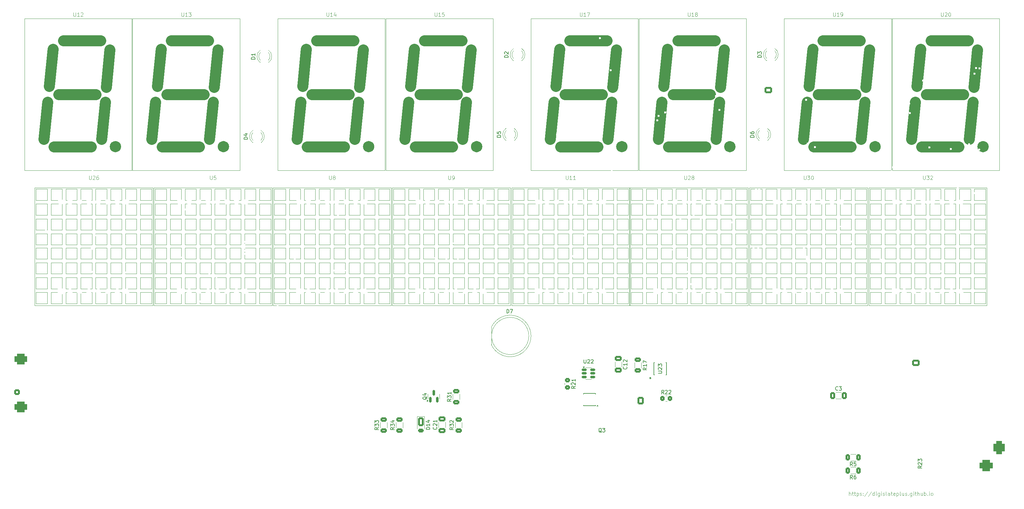
<source format=gto>
G04 #@! TF.GenerationSoftware,KiCad,Pcbnew,8.0.4*
G04 #@! TF.CreationDate,2024-09-13T17:14:12+02:00*
G04 #@! TF.ProjectId,DigiSlatePlus,44696769-536c-4617-9465-506c75732e6b,rev?*
G04 #@! TF.SameCoordinates,Original*
G04 #@! TF.FileFunction,Legend,Top*
G04 #@! TF.FilePolarity,Positive*
%FSLAX46Y46*%
G04 Gerber Fmt 4.6, Leading zero omitted, Abs format (unit mm)*
G04 Created by KiCad (PCBNEW 8.0.4) date 2024-09-13 17:14:12*
%MOMM*%
%LPD*%
G01*
G04 APERTURE LIST*
G04 Aperture macros list*
%AMRoundRect*
0 Rectangle with rounded corners*
0 $1 Rounding radius*
0 $2 $3 $4 $5 $6 $7 $8 $9 X,Y pos of 4 corners*
0 Add a 4 corners polygon primitive as box body*
4,1,4,$2,$3,$4,$5,$6,$7,$8,$9,$2,$3,0*
0 Add four circle primitives for the rounded corners*
1,1,$1+$1,$2,$3*
1,1,$1+$1,$4,$5*
1,1,$1+$1,$6,$7*
1,1,$1+$1,$8,$9*
0 Add four rect primitives between the rounded corners*
20,1,$1+$1,$2,$3,$4,$5,0*
20,1,$1+$1,$4,$5,$6,$7,0*
20,1,$1+$1,$6,$7,$8,$9,0*
20,1,$1+$1,$8,$9,$2,$3,0*%
G04 Aperture macros list end*
%ADD10C,0.100000*%
%ADD11C,0.150000*%
%ADD12C,0.120000*%
%ADD13C,3.000000*%
%ADD14C,1.550000*%
%ADD15C,0.152400*%
%ADD16RoundRect,0.250000X-0.650000X0.412500X-0.650000X-0.412500X0.650000X-0.412500X0.650000X0.412500X0*%
%ADD17RoundRect,0.250000X-0.450000X0.350000X-0.450000X-0.350000X0.450000X-0.350000X0.450000X0.350000X0*%
%ADD18RoundRect,0.250000X0.650000X-0.412500X0.650000X0.412500X-0.650000X0.412500X-0.650000X-0.412500X0*%
%ADD19R,1.524000X1.524000*%
%ADD20C,1.524000*%
%ADD21C,5.600000*%
%ADD22RoundRect,0.250000X0.625000X-0.312500X0.625000X0.312500X-0.625000X0.312500X-0.625000X-0.312500X0*%
%ADD23R,1.800000X1.800000*%
%ADD24C,1.800000*%
%ADD25RoundRect,0.250000X-0.412500X-0.650000X0.412500X-0.650000X0.412500X0.650000X-0.412500X0.650000X0*%
%ADD26RoundRect,0.250000X0.312500X0.625000X-0.312500X0.625000X-0.312500X-0.625000X0.312500X-0.625000X0*%
%ADD27R,0.431800X1.333500*%
%ADD28RoundRect,0.150000X-0.512500X-0.150000X0.512500X-0.150000X0.512500X0.150000X-0.512500X0.150000X0*%
%ADD29RoundRect,0.250000X-0.625000X0.312500X-0.625000X-0.312500X0.625000X-0.312500X0.625000X0.312500X0*%
%ADD30RoundRect,0.250000X-0.350000X-0.450000X0.350000X-0.450000X0.350000X0.450000X-0.350000X0.450000X0*%
%ADD31RoundRect,0.250000X0.500000X-0.950000X0.500000X0.950000X-0.500000X0.950000X-0.500000X-0.950000X0*%
%ADD32RoundRect,0.250000X0.500000X-0.275000X0.500000X0.275000X-0.500000X0.275000X-0.500000X-0.275000X0*%
%ADD33RoundRect,0.150000X0.150000X-0.587500X0.150000X0.587500X-0.150000X0.587500X-0.150000X-0.587500X0*%
%ADD34R,1.100000X0.400000*%
%ADD35RoundRect,0.250000X0.512000X-0.512000X0.512000X0.512000X-0.512000X0.512000X-0.512000X-0.512000X0*%
%ADD36RoundRect,0.725000X0.975000X0.725000X-0.975000X0.725000X-0.975000X-0.725000X0.975000X-0.725000X0*%
%ADD37C,1.200000*%
%ADD38O,1.200000X2.200000*%
%ADD39O,1.600000X2.300000*%
%ADD40O,2.200000X1.200000*%
%ADD41O,1.600000X2.500000*%
%ADD42R,0.850000X0.850000*%
%ADD43O,2.200000X3.500000*%
%ADD44R,1.500000X2.500000*%
%ADD45O,1.500000X2.500000*%
%ADD46C,1.440000*%
%ADD47C,1.397000*%
%ADD48RoundRect,0.250000X0.750000X-0.600000X0.750000X0.600000X-0.750000X0.600000X-0.750000X-0.600000X0*%
%ADD49O,2.000000X1.700000*%
%ADD50C,3.000000*%
%ADD51R,1.800000X2.600000*%
%ADD52O,1.800000X2.600000*%
%ADD53R,1.600000X1.600000*%
%ADD54C,1.600000*%
%ADD55C,4.000000*%
%ADD56RoundRect,0.250000X0.600000X0.750000X-0.600000X0.750000X-0.600000X-0.750000X0.600000X-0.750000X0*%
%ADD57O,1.700000X2.000000*%
%ADD58R,2.100000X2.100000*%
%ADD59C,2.100000*%
%ADD60RoundRect,0.250000X-0.725000X0.600000X-0.725000X-0.600000X0.725000X-0.600000X0.725000X0.600000X0*%
%ADD61O,1.950000X1.700000*%
%ADD62R,3.000000X4.500000*%
%ADD63RoundRect,0.750000X0.750000X1.000000X-0.750000X1.000000X-0.750000X-1.000000X0.750000X-1.000000X0*%
%ADD64RoundRect,0.750000X1.000000X0.750000X-1.000000X0.750000X-1.000000X-0.750000X1.000000X-0.750000X0*%
%ADD65C,0.600000*%
%ADD66C,1.000000*%
G04 APERTURE END LIST*
D10*
X297303884Y-202872419D02*
X297303884Y-201872419D01*
X297732455Y-202872419D02*
X297732455Y-202348609D01*
X297732455Y-202348609D02*
X297684836Y-202253371D01*
X297684836Y-202253371D02*
X297589598Y-202205752D01*
X297589598Y-202205752D02*
X297446741Y-202205752D01*
X297446741Y-202205752D02*
X297351503Y-202253371D01*
X297351503Y-202253371D02*
X297303884Y-202300990D01*
X298065789Y-202205752D02*
X298446741Y-202205752D01*
X298208646Y-201872419D02*
X298208646Y-202729561D01*
X298208646Y-202729561D02*
X298256265Y-202824800D01*
X298256265Y-202824800D02*
X298351503Y-202872419D01*
X298351503Y-202872419D02*
X298446741Y-202872419D01*
X298637218Y-202205752D02*
X299018170Y-202205752D01*
X298780075Y-201872419D02*
X298780075Y-202729561D01*
X298780075Y-202729561D02*
X298827694Y-202824800D01*
X298827694Y-202824800D02*
X298922932Y-202872419D01*
X298922932Y-202872419D02*
X299018170Y-202872419D01*
X299351504Y-202205752D02*
X299351504Y-203205752D01*
X299351504Y-202253371D02*
X299446742Y-202205752D01*
X299446742Y-202205752D02*
X299637218Y-202205752D01*
X299637218Y-202205752D02*
X299732456Y-202253371D01*
X299732456Y-202253371D02*
X299780075Y-202300990D01*
X299780075Y-202300990D02*
X299827694Y-202396228D01*
X299827694Y-202396228D02*
X299827694Y-202681942D01*
X299827694Y-202681942D02*
X299780075Y-202777180D01*
X299780075Y-202777180D02*
X299732456Y-202824800D01*
X299732456Y-202824800D02*
X299637218Y-202872419D01*
X299637218Y-202872419D02*
X299446742Y-202872419D01*
X299446742Y-202872419D02*
X299351504Y-202824800D01*
X300208647Y-202824800D02*
X300303885Y-202872419D01*
X300303885Y-202872419D02*
X300494361Y-202872419D01*
X300494361Y-202872419D02*
X300589599Y-202824800D01*
X300589599Y-202824800D02*
X300637218Y-202729561D01*
X300637218Y-202729561D02*
X300637218Y-202681942D01*
X300637218Y-202681942D02*
X300589599Y-202586704D01*
X300589599Y-202586704D02*
X300494361Y-202539085D01*
X300494361Y-202539085D02*
X300351504Y-202539085D01*
X300351504Y-202539085D02*
X300256266Y-202491466D01*
X300256266Y-202491466D02*
X300208647Y-202396228D01*
X300208647Y-202396228D02*
X300208647Y-202348609D01*
X300208647Y-202348609D02*
X300256266Y-202253371D01*
X300256266Y-202253371D02*
X300351504Y-202205752D01*
X300351504Y-202205752D02*
X300494361Y-202205752D01*
X300494361Y-202205752D02*
X300589599Y-202253371D01*
X301065790Y-202777180D02*
X301113409Y-202824800D01*
X301113409Y-202824800D02*
X301065790Y-202872419D01*
X301065790Y-202872419D02*
X301018171Y-202824800D01*
X301018171Y-202824800D02*
X301065790Y-202777180D01*
X301065790Y-202777180D02*
X301065790Y-202872419D01*
X301065790Y-202253371D02*
X301113409Y-202300990D01*
X301113409Y-202300990D02*
X301065790Y-202348609D01*
X301065790Y-202348609D02*
X301018171Y-202300990D01*
X301018171Y-202300990D02*
X301065790Y-202253371D01*
X301065790Y-202253371D02*
X301065790Y-202348609D01*
X302256265Y-201824800D02*
X301399123Y-203110514D01*
X303303884Y-201824800D02*
X302446742Y-203110514D01*
X304065789Y-202872419D02*
X304065789Y-201872419D01*
X304065789Y-202824800D02*
X303970551Y-202872419D01*
X303970551Y-202872419D02*
X303780075Y-202872419D01*
X303780075Y-202872419D02*
X303684837Y-202824800D01*
X303684837Y-202824800D02*
X303637218Y-202777180D01*
X303637218Y-202777180D02*
X303589599Y-202681942D01*
X303589599Y-202681942D02*
X303589599Y-202396228D01*
X303589599Y-202396228D02*
X303637218Y-202300990D01*
X303637218Y-202300990D02*
X303684837Y-202253371D01*
X303684837Y-202253371D02*
X303780075Y-202205752D01*
X303780075Y-202205752D02*
X303970551Y-202205752D01*
X303970551Y-202205752D02*
X304065789Y-202253371D01*
X304541980Y-202872419D02*
X304541980Y-202205752D01*
X304541980Y-201872419D02*
X304494361Y-201920038D01*
X304494361Y-201920038D02*
X304541980Y-201967657D01*
X304541980Y-201967657D02*
X304589599Y-201920038D01*
X304589599Y-201920038D02*
X304541980Y-201872419D01*
X304541980Y-201872419D02*
X304541980Y-201967657D01*
X305446741Y-202205752D02*
X305446741Y-203015276D01*
X305446741Y-203015276D02*
X305399122Y-203110514D01*
X305399122Y-203110514D02*
X305351503Y-203158133D01*
X305351503Y-203158133D02*
X305256265Y-203205752D01*
X305256265Y-203205752D02*
X305113408Y-203205752D01*
X305113408Y-203205752D02*
X305018170Y-203158133D01*
X305446741Y-202824800D02*
X305351503Y-202872419D01*
X305351503Y-202872419D02*
X305161027Y-202872419D01*
X305161027Y-202872419D02*
X305065789Y-202824800D01*
X305065789Y-202824800D02*
X305018170Y-202777180D01*
X305018170Y-202777180D02*
X304970551Y-202681942D01*
X304970551Y-202681942D02*
X304970551Y-202396228D01*
X304970551Y-202396228D02*
X305018170Y-202300990D01*
X305018170Y-202300990D02*
X305065789Y-202253371D01*
X305065789Y-202253371D02*
X305161027Y-202205752D01*
X305161027Y-202205752D02*
X305351503Y-202205752D01*
X305351503Y-202205752D02*
X305446741Y-202253371D01*
X305922932Y-202872419D02*
X305922932Y-202205752D01*
X305922932Y-201872419D02*
X305875313Y-201920038D01*
X305875313Y-201920038D02*
X305922932Y-201967657D01*
X305922932Y-201967657D02*
X305970551Y-201920038D01*
X305970551Y-201920038D02*
X305922932Y-201872419D01*
X305922932Y-201872419D02*
X305922932Y-201967657D01*
X306351503Y-202824800D02*
X306446741Y-202872419D01*
X306446741Y-202872419D02*
X306637217Y-202872419D01*
X306637217Y-202872419D02*
X306732455Y-202824800D01*
X306732455Y-202824800D02*
X306780074Y-202729561D01*
X306780074Y-202729561D02*
X306780074Y-202681942D01*
X306780074Y-202681942D02*
X306732455Y-202586704D01*
X306732455Y-202586704D02*
X306637217Y-202539085D01*
X306637217Y-202539085D02*
X306494360Y-202539085D01*
X306494360Y-202539085D02*
X306399122Y-202491466D01*
X306399122Y-202491466D02*
X306351503Y-202396228D01*
X306351503Y-202396228D02*
X306351503Y-202348609D01*
X306351503Y-202348609D02*
X306399122Y-202253371D01*
X306399122Y-202253371D02*
X306494360Y-202205752D01*
X306494360Y-202205752D02*
X306637217Y-202205752D01*
X306637217Y-202205752D02*
X306732455Y-202253371D01*
X307351503Y-202872419D02*
X307256265Y-202824800D01*
X307256265Y-202824800D02*
X307208646Y-202729561D01*
X307208646Y-202729561D02*
X307208646Y-201872419D01*
X308161027Y-202872419D02*
X308161027Y-202348609D01*
X308161027Y-202348609D02*
X308113408Y-202253371D01*
X308113408Y-202253371D02*
X308018170Y-202205752D01*
X308018170Y-202205752D02*
X307827694Y-202205752D01*
X307827694Y-202205752D02*
X307732456Y-202253371D01*
X308161027Y-202824800D02*
X308065789Y-202872419D01*
X308065789Y-202872419D02*
X307827694Y-202872419D01*
X307827694Y-202872419D02*
X307732456Y-202824800D01*
X307732456Y-202824800D02*
X307684837Y-202729561D01*
X307684837Y-202729561D02*
X307684837Y-202634323D01*
X307684837Y-202634323D02*
X307732456Y-202539085D01*
X307732456Y-202539085D02*
X307827694Y-202491466D01*
X307827694Y-202491466D02*
X308065789Y-202491466D01*
X308065789Y-202491466D02*
X308161027Y-202443847D01*
X308494361Y-202205752D02*
X308875313Y-202205752D01*
X308637218Y-201872419D02*
X308637218Y-202729561D01*
X308637218Y-202729561D02*
X308684837Y-202824800D01*
X308684837Y-202824800D02*
X308780075Y-202872419D01*
X308780075Y-202872419D02*
X308875313Y-202872419D01*
X309589599Y-202824800D02*
X309494361Y-202872419D01*
X309494361Y-202872419D02*
X309303885Y-202872419D01*
X309303885Y-202872419D02*
X309208647Y-202824800D01*
X309208647Y-202824800D02*
X309161028Y-202729561D01*
X309161028Y-202729561D02*
X309161028Y-202348609D01*
X309161028Y-202348609D02*
X309208647Y-202253371D01*
X309208647Y-202253371D02*
X309303885Y-202205752D01*
X309303885Y-202205752D02*
X309494361Y-202205752D01*
X309494361Y-202205752D02*
X309589599Y-202253371D01*
X309589599Y-202253371D02*
X309637218Y-202348609D01*
X309637218Y-202348609D02*
X309637218Y-202443847D01*
X309637218Y-202443847D02*
X309161028Y-202539085D01*
X310065790Y-202205752D02*
X310065790Y-203205752D01*
X310065790Y-202253371D02*
X310161028Y-202205752D01*
X310161028Y-202205752D02*
X310351504Y-202205752D01*
X310351504Y-202205752D02*
X310446742Y-202253371D01*
X310446742Y-202253371D02*
X310494361Y-202300990D01*
X310494361Y-202300990D02*
X310541980Y-202396228D01*
X310541980Y-202396228D02*
X310541980Y-202681942D01*
X310541980Y-202681942D02*
X310494361Y-202777180D01*
X310494361Y-202777180D02*
X310446742Y-202824800D01*
X310446742Y-202824800D02*
X310351504Y-202872419D01*
X310351504Y-202872419D02*
X310161028Y-202872419D01*
X310161028Y-202872419D02*
X310065790Y-202824800D01*
X311113409Y-202872419D02*
X311018171Y-202824800D01*
X311018171Y-202824800D02*
X310970552Y-202729561D01*
X310970552Y-202729561D02*
X310970552Y-201872419D01*
X311922933Y-202205752D02*
X311922933Y-202872419D01*
X311494362Y-202205752D02*
X311494362Y-202729561D01*
X311494362Y-202729561D02*
X311541981Y-202824800D01*
X311541981Y-202824800D02*
X311637219Y-202872419D01*
X311637219Y-202872419D02*
X311780076Y-202872419D01*
X311780076Y-202872419D02*
X311875314Y-202824800D01*
X311875314Y-202824800D02*
X311922933Y-202777180D01*
X312351505Y-202824800D02*
X312446743Y-202872419D01*
X312446743Y-202872419D02*
X312637219Y-202872419D01*
X312637219Y-202872419D02*
X312732457Y-202824800D01*
X312732457Y-202824800D02*
X312780076Y-202729561D01*
X312780076Y-202729561D02*
X312780076Y-202681942D01*
X312780076Y-202681942D02*
X312732457Y-202586704D01*
X312732457Y-202586704D02*
X312637219Y-202539085D01*
X312637219Y-202539085D02*
X312494362Y-202539085D01*
X312494362Y-202539085D02*
X312399124Y-202491466D01*
X312399124Y-202491466D02*
X312351505Y-202396228D01*
X312351505Y-202396228D02*
X312351505Y-202348609D01*
X312351505Y-202348609D02*
X312399124Y-202253371D01*
X312399124Y-202253371D02*
X312494362Y-202205752D01*
X312494362Y-202205752D02*
X312637219Y-202205752D01*
X312637219Y-202205752D02*
X312732457Y-202253371D01*
X313208648Y-202777180D02*
X313256267Y-202824800D01*
X313256267Y-202824800D02*
X313208648Y-202872419D01*
X313208648Y-202872419D02*
X313161029Y-202824800D01*
X313161029Y-202824800D02*
X313208648Y-202777180D01*
X313208648Y-202777180D02*
X313208648Y-202872419D01*
X314113409Y-202205752D02*
X314113409Y-203015276D01*
X314113409Y-203015276D02*
X314065790Y-203110514D01*
X314065790Y-203110514D02*
X314018171Y-203158133D01*
X314018171Y-203158133D02*
X313922933Y-203205752D01*
X313922933Y-203205752D02*
X313780076Y-203205752D01*
X313780076Y-203205752D02*
X313684838Y-203158133D01*
X314113409Y-202824800D02*
X314018171Y-202872419D01*
X314018171Y-202872419D02*
X313827695Y-202872419D01*
X313827695Y-202872419D02*
X313732457Y-202824800D01*
X313732457Y-202824800D02*
X313684838Y-202777180D01*
X313684838Y-202777180D02*
X313637219Y-202681942D01*
X313637219Y-202681942D02*
X313637219Y-202396228D01*
X313637219Y-202396228D02*
X313684838Y-202300990D01*
X313684838Y-202300990D02*
X313732457Y-202253371D01*
X313732457Y-202253371D02*
X313827695Y-202205752D01*
X313827695Y-202205752D02*
X314018171Y-202205752D01*
X314018171Y-202205752D02*
X314113409Y-202253371D01*
X314589600Y-202872419D02*
X314589600Y-202205752D01*
X314589600Y-201872419D02*
X314541981Y-201920038D01*
X314541981Y-201920038D02*
X314589600Y-201967657D01*
X314589600Y-201967657D02*
X314637219Y-201920038D01*
X314637219Y-201920038D02*
X314589600Y-201872419D01*
X314589600Y-201872419D02*
X314589600Y-201967657D01*
X314922933Y-202205752D02*
X315303885Y-202205752D01*
X315065790Y-201872419D02*
X315065790Y-202729561D01*
X315065790Y-202729561D02*
X315113409Y-202824800D01*
X315113409Y-202824800D02*
X315208647Y-202872419D01*
X315208647Y-202872419D02*
X315303885Y-202872419D01*
X315637219Y-202872419D02*
X315637219Y-201872419D01*
X316065790Y-202872419D02*
X316065790Y-202348609D01*
X316065790Y-202348609D02*
X316018171Y-202253371D01*
X316018171Y-202253371D02*
X315922933Y-202205752D01*
X315922933Y-202205752D02*
X315780076Y-202205752D01*
X315780076Y-202205752D02*
X315684838Y-202253371D01*
X315684838Y-202253371D02*
X315637219Y-202300990D01*
X316970552Y-202205752D02*
X316970552Y-202872419D01*
X316541981Y-202205752D02*
X316541981Y-202729561D01*
X316541981Y-202729561D02*
X316589600Y-202824800D01*
X316589600Y-202824800D02*
X316684838Y-202872419D01*
X316684838Y-202872419D02*
X316827695Y-202872419D01*
X316827695Y-202872419D02*
X316922933Y-202824800D01*
X316922933Y-202824800D02*
X316970552Y-202777180D01*
X317446743Y-202872419D02*
X317446743Y-201872419D01*
X317446743Y-202253371D02*
X317541981Y-202205752D01*
X317541981Y-202205752D02*
X317732457Y-202205752D01*
X317732457Y-202205752D02*
X317827695Y-202253371D01*
X317827695Y-202253371D02*
X317875314Y-202300990D01*
X317875314Y-202300990D02*
X317922933Y-202396228D01*
X317922933Y-202396228D02*
X317922933Y-202681942D01*
X317922933Y-202681942D02*
X317875314Y-202777180D01*
X317875314Y-202777180D02*
X317827695Y-202824800D01*
X317827695Y-202824800D02*
X317732457Y-202872419D01*
X317732457Y-202872419D02*
X317541981Y-202872419D01*
X317541981Y-202872419D02*
X317446743Y-202824800D01*
X318351505Y-202777180D02*
X318399124Y-202824800D01*
X318399124Y-202824800D02*
X318351505Y-202872419D01*
X318351505Y-202872419D02*
X318303886Y-202824800D01*
X318303886Y-202824800D02*
X318351505Y-202777180D01*
X318351505Y-202777180D02*
X318351505Y-202872419D01*
X318827695Y-202872419D02*
X318827695Y-202205752D01*
X318827695Y-201872419D02*
X318780076Y-201920038D01*
X318780076Y-201920038D02*
X318827695Y-201967657D01*
X318827695Y-201967657D02*
X318875314Y-201920038D01*
X318875314Y-201920038D02*
X318827695Y-201872419D01*
X318827695Y-201872419D02*
X318827695Y-201967657D01*
X319446742Y-202872419D02*
X319351504Y-202824800D01*
X319351504Y-202824800D02*
X319303885Y-202777180D01*
X319303885Y-202777180D02*
X319256266Y-202681942D01*
X319256266Y-202681942D02*
X319256266Y-202396228D01*
X319256266Y-202396228D02*
X319303885Y-202300990D01*
X319303885Y-202300990D02*
X319351504Y-202253371D01*
X319351504Y-202253371D02*
X319446742Y-202205752D01*
X319446742Y-202205752D02*
X319589599Y-202205752D01*
X319589599Y-202205752D02*
X319684837Y-202253371D01*
X319684837Y-202253371D02*
X319732456Y-202300990D01*
X319732456Y-202300990D02*
X319780075Y-202396228D01*
X319780075Y-202396228D02*
X319780075Y-202681942D01*
X319780075Y-202681942D02*
X319732456Y-202777180D01*
X319732456Y-202777180D02*
X319684837Y-202824800D01*
X319684837Y-202824800D02*
X319589599Y-202872419D01*
X319589599Y-202872419D02*
X319446742Y-202872419D01*
D11*
X237529580Y-168290357D02*
X237577200Y-168337976D01*
X237577200Y-168337976D02*
X237624819Y-168480833D01*
X237624819Y-168480833D02*
X237624819Y-168576071D01*
X237624819Y-168576071D02*
X237577200Y-168718928D01*
X237577200Y-168718928D02*
X237481961Y-168814166D01*
X237481961Y-168814166D02*
X237386723Y-168861785D01*
X237386723Y-168861785D02*
X237196247Y-168909404D01*
X237196247Y-168909404D02*
X237053390Y-168909404D01*
X237053390Y-168909404D02*
X236862914Y-168861785D01*
X236862914Y-168861785D02*
X236767676Y-168814166D01*
X236767676Y-168814166D02*
X236672438Y-168718928D01*
X236672438Y-168718928D02*
X236624819Y-168576071D01*
X236624819Y-168576071D02*
X236624819Y-168480833D01*
X236624819Y-168480833D02*
X236672438Y-168337976D01*
X236672438Y-168337976D02*
X236720057Y-168290357D01*
X237624819Y-167337976D02*
X237624819Y-167909404D01*
X237624819Y-167623690D02*
X236624819Y-167623690D01*
X236624819Y-167623690D02*
X236767676Y-167718928D01*
X236767676Y-167718928D02*
X236862914Y-167814166D01*
X236862914Y-167814166D02*
X236910533Y-167909404D01*
X236720057Y-166957023D02*
X236672438Y-166909404D01*
X236672438Y-166909404D02*
X236624819Y-166814166D01*
X236624819Y-166814166D02*
X236624819Y-166576071D01*
X236624819Y-166576071D02*
X236672438Y-166480833D01*
X236672438Y-166480833D02*
X236720057Y-166433214D01*
X236720057Y-166433214D02*
X236815295Y-166385595D01*
X236815295Y-166385595D02*
X236910533Y-166385595D01*
X236910533Y-166385595D02*
X237053390Y-166433214D01*
X237053390Y-166433214D02*
X237624819Y-167004642D01*
X237624819Y-167004642D02*
X237624819Y-166385595D01*
X223774819Y-173502857D02*
X223298628Y-173836190D01*
X223774819Y-174074285D02*
X222774819Y-174074285D01*
X222774819Y-174074285D02*
X222774819Y-173693333D01*
X222774819Y-173693333D02*
X222822438Y-173598095D01*
X222822438Y-173598095D02*
X222870057Y-173550476D01*
X222870057Y-173550476D02*
X222965295Y-173502857D01*
X222965295Y-173502857D02*
X223108152Y-173502857D01*
X223108152Y-173502857D02*
X223203390Y-173550476D01*
X223203390Y-173550476D02*
X223251009Y-173598095D01*
X223251009Y-173598095D02*
X223298628Y-173693333D01*
X223298628Y-173693333D02*
X223298628Y-174074285D01*
X222870057Y-173121904D02*
X222822438Y-173074285D01*
X222822438Y-173074285D02*
X222774819Y-172979047D01*
X222774819Y-172979047D02*
X222774819Y-172740952D01*
X222774819Y-172740952D02*
X222822438Y-172645714D01*
X222822438Y-172645714D02*
X222870057Y-172598095D01*
X222870057Y-172598095D02*
X222965295Y-172550476D01*
X222965295Y-172550476D02*
X223060533Y-172550476D01*
X223060533Y-172550476D02*
X223203390Y-172598095D01*
X223203390Y-172598095D02*
X223774819Y-173169523D01*
X223774819Y-173169523D02*
X223774819Y-172550476D01*
X223774819Y-171598095D02*
X223774819Y-172169523D01*
X223774819Y-171883809D02*
X222774819Y-171883809D01*
X222774819Y-171883809D02*
X222917676Y-171979047D01*
X222917676Y-171979047D02*
X223012914Y-172074285D01*
X223012914Y-172074285D02*
X223060533Y-172169523D01*
X186469580Y-184500357D02*
X186517200Y-184547976D01*
X186517200Y-184547976D02*
X186564819Y-184690833D01*
X186564819Y-184690833D02*
X186564819Y-184786071D01*
X186564819Y-184786071D02*
X186517200Y-184928928D01*
X186517200Y-184928928D02*
X186421961Y-185024166D01*
X186421961Y-185024166D02*
X186326723Y-185071785D01*
X186326723Y-185071785D02*
X186136247Y-185119404D01*
X186136247Y-185119404D02*
X185993390Y-185119404D01*
X185993390Y-185119404D02*
X185802914Y-185071785D01*
X185802914Y-185071785D02*
X185707676Y-185024166D01*
X185707676Y-185024166D02*
X185612438Y-184928928D01*
X185612438Y-184928928D02*
X185564819Y-184786071D01*
X185564819Y-184786071D02*
X185564819Y-184690833D01*
X185564819Y-184690833D02*
X185612438Y-184547976D01*
X185612438Y-184547976D02*
X185660057Y-184500357D01*
X185660057Y-184119404D02*
X185612438Y-184071785D01*
X185612438Y-184071785D02*
X185564819Y-183976547D01*
X185564819Y-183976547D02*
X185564819Y-183738452D01*
X185564819Y-183738452D02*
X185612438Y-183643214D01*
X185612438Y-183643214D02*
X185660057Y-183595595D01*
X185660057Y-183595595D02*
X185755295Y-183547976D01*
X185755295Y-183547976D02*
X185850533Y-183547976D01*
X185850533Y-183547976D02*
X185993390Y-183595595D01*
X185993390Y-183595595D02*
X186564819Y-184167023D01*
X186564819Y-184167023D02*
X186564819Y-183547976D01*
X186564819Y-182595595D02*
X186564819Y-183167023D01*
X186564819Y-182881309D02*
X185564819Y-182881309D01*
X185564819Y-182881309D02*
X185707676Y-182976547D01*
X185707676Y-182976547D02*
X185802914Y-183071785D01*
X185802914Y-183071785D02*
X185850533Y-183167023D01*
D10*
X221251905Y-116957419D02*
X221251905Y-117766942D01*
X221251905Y-117766942D02*
X221299524Y-117862180D01*
X221299524Y-117862180D02*
X221347143Y-117909800D01*
X221347143Y-117909800D02*
X221442381Y-117957419D01*
X221442381Y-117957419D02*
X221632857Y-117957419D01*
X221632857Y-117957419D02*
X221728095Y-117909800D01*
X221728095Y-117909800D02*
X221775714Y-117862180D01*
X221775714Y-117862180D02*
X221823333Y-117766942D01*
X221823333Y-117766942D02*
X221823333Y-116957419D01*
X222823333Y-117957419D02*
X222251905Y-117957419D01*
X222537619Y-117957419D02*
X222537619Y-116957419D01*
X222537619Y-116957419D02*
X222442381Y-117100276D01*
X222442381Y-117100276D02*
X222347143Y-117195514D01*
X222347143Y-117195514D02*
X222251905Y-117243133D01*
X223775714Y-117957419D02*
X223204286Y-117957419D01*
X223490000Y-117957419D02*
X223490000Y-116957419D01*
X223490000Y-116957419D02*
X223394762Y-117100276D01*
X223394762Y-117100276D02*
X223299524Y-117195514D01*
X223299524Y-117195514D02*
X223204286Y-117243133D01*
X125683095Y-116957419D02*
X125683095Y-117766942D01*
X125683095Y-117766942D02*
X125730714Y-117862180D01*
X125730714Y-117862180D02*
X125778333Y-117909800D01*
X125778333Y-117909800D02*
X125873571Y-117957419D01*
X125873571Y-117957419D02*
X126064047Y-117957419D01*
X126064047Y-117957419D02*
X126159285Y-117909800D01*
X126159285Y-117909800D02*
X126206904Y-117862180D01*
X126206904Y-117862180D02*
X126254523Y-117766942D01*
X126254523Y-117766942D02*
X126254523Y-116957419D01*
X127206904Y-116957419D02*
X126730714Y-116957419D01*
X126730714Y-116957419D02*
X126683095Y-117433609D01*
X126683095Y-117433609D02*
X126730714Y-117385990D01*
X126730714Y-117385990D02*
X126825952Y-117338371D01*
X126825952Y-117338371D02*
X127064047Y-117338371D01*
X127064047Y-117338371D02*
X127159285Y-117385990D01*
X127159285Y-117385990D02*
X127206904Y-117433609D01*
X127206904Y-117433609D02*
X127254523Y-117528847D01*
X127254523Y-117528847D02*
X127254523Y-117766942D01*
X127254523Y-117766942D02*
X127206904Y-117862180D01*
X127206904Y-117862180D02*
X127159285Y-117909800D01*
X127159285Y-117909800D02*
X127064047Y-117957419D01*
X127064047Y-117957419D02*
X126825952Y-117957419D01*
X126825952Y-117957419D02*
X126730714Y-117909800D01*
X126730714Y-117909800D02*
X126683095Y-117862180D01*
D11*
X190404819Y-176980357D02*
X189928628Y-177313690D01*
X190404819Y-177551785D02*
X189404819Y-177551785D01*
X189404819Y-177551785D02*
X189404819Y-177170833D01*
X189404819Y-177170833D02*
X189452438Y-177075595D01*
X189452438Y-177075595D02*
X189500057Y-177027976D01*
X189500057Y-177027976D02*
X189595295Y-176980357D01*
X189595295Y-176980357D02*
X189738152Y-176980357D01*
X189738152Y-176980357D02*
X189833390Y-177027976D01*
X189833390Y-177027976D02*
X189881009Y-177075595D01*
X189881009Y-177075595D02*
X189928628Y-177170833D01*
X189928628Y-177170833D02*
X189928628Y-177551785D01*
X189404819Y-176647023D02*
X189404819Y-176027976D01*
X189404819Y-176027976D02*
X189785771Y-176361309D01*
X189785771Y-176361309D02*
X189785771Y-176218452D01*
X189785771Y-176218452D02*
X189833390Y-176123214D01*
X189833390Y-176123214D02*
X189881009Y-176075595D01*
X189881009Y-176075595D02*
X189976247Y-176027976D01*
X189976247Y-176027976D02*
X190214342Y-176027976D01*
X190214342Y-176027976D02*
X190309580Y-176075595D01*
X190309580Y-176075595D02*
X190357200Y-176123214D01*
X190357200Y-176123214D02*
X190404819Y-176218452D01*
X190404819Y-176218452D02*
X190404819Y-176504166D01*
X190404819Y-176504166D02*
X190357200Y-176599404D01*
X190357200Y-176599404D02*
X190309580Y-176647023D01*
X190404819Y-175075595D02*
X190404819Y-175647023D01*
X190404819Y-175361309D02*
X189404819Y-175361309D01*
X189404819Y-175361309D02*
X189547676Y-175456547D01*
X189547676Y-175456547D02*
X189642914Y-175551785D01*
X189642914Y-175551785D02*
X189690533Y-175647023D01*
D10*
X317176905Y-116957419D02*
X317176905Y-117766942D01*
X317176905Y-117766942D02*
X317224524Y-117862180D01*
X317224524Y-117862180D02*
X317272143Y-117909800D01*
X317272143Y-117909800D02*
X317367381Y-117957419D01*
X317367381Y-117957419D02*
X317557857Y-117957419D01*
X317557857Y-117957419D02*
X317653095Y-117909800D01*
X317653095Y-117909800D02*
X317700714Y-117862180D01*
X317700714Y-117862180D02*
X317748333Y-117766942D01*
X317748333Y-117766942D02*
X317748333Y-116957419D01*
X318129286Y-116957419D02*
X318748333Y-116957419D01*
X318748333Y-116957419D02*
X318415000Y-117338371D01*
X318415000Y-117338371D02*
X318557857Y-117338371D01*
X318557857Y-117338371D02*
X318653095Y-117385990D01*
X318653095Y-117385990D02*
X318700714Y-117433609D01*
X318700714Y-117433609D02*
X318748333Y-117528847D01*
X318748333Y-117528847D02*
X318748333Y-117766942D01*
X318748333Y-117766942D02*
X318700714Y-117862180D01*
X318700714Y-117862180D02*
X318653095Y-117909800D01*
X318653095Y-117909800D02*
X318557857Y-117957419D01*
X318557857Y-117957419D02*
X318272143Y-117957419D01*
X318272143Y-117957419D02*
X318176905Y-117909800D01*
X318176905Y-117909800D02*
X318129286Y-117862180D01*
X319129286Y-117052657D02*
X319176905Y-117005038D01*
X319176905Y-117005038D02*
X319272143Y-116957419D01*
X319272143Y-116957419D02*
X319510238Y-116957419D01*
X319510238Y-116957419D02*
X319605476Y-117005038D01*
X319605476Y-117005038D02*
X319653095Y-117052657D01*
X319653095Y-117052657D02*
X319700714Y-117147895D01*
X319700714Y-117147895D02*
X319700714Y-117243133D01*
X319700714Y-117243133D02*
X319653095Y-117385990D01*
X319653095Y-117385990D02*
X319081667Y-117957419D01*
X319081667Y-117957419D02*
X319700714Y-117957419D01*
X156961905Y-73057419D02*
X156961905Y-73866942D01*
X156961905Y-73866942D02*
X157009524Y-73962180D01*
X157009524Y-73962180D02*
X157057143Y-74009800D01*
X157057143Y-74009800D02*
X157152381Y-74057419D01*
X157152381Y-74057419D02*
X157342857Y-74057419D01*
X157342857Y-74057419D02*
X157438095Y-74009800D01*
X157438095Y-74009800D02*
X157485714Y-73962180D01*
X157485714Y-73962180D02*
X157533333Y-73866942D01*
X157533333Y-73866942D02*
X157533333Y-73057419D01*
X158533333Y-74057419D02*
X157961905Y-74057419D01*
X158247619Y-74057419D02*
X158247619Y-73057419D01*
X158247619Y-73057419D02*
X158152381Y-73200276D01*
X158152381Y-73200276D02*
X158057143Y-73295514D01*
X158057143Y-73295514D02*
X157961905Y-73343133D01*
X159390476Y-73390752D02*
X159390476Y-74057419D01*
X159152381Y-73009800D02*
X158914286Y-73724085D01*
X158914286Y-73724085D02*
X159533333Y-73724085D01*
X225016905Y-73067419D02*
X225016905Y-73876942D01*
X225016905Y-73876942D02*
X225064524Y-73972180D01*
X225064524Y-73972180D02*
X225112143Y-74019800D01*
X225112143Y-74019800D02*
X225207381Y-74067419D01*
X225207381Y-74067419D02*
X225397857Y-74067419D01*
X225397857Y-74067419D02*
X225493095Y-74019800D01*
X225493095Y-74019800D02*
X225540714Y-73972180D01*
X225540714Y-73972180D02*
X225588333Y-73876942D01*
X225588333Y-73876942D02*
X225588333Y-73067419D01*
X226588333Y-74067419D02*
X226016905Y-74067419D01*
X226302619Y-74067419D02*
X226302619Y-73067419D01*
X226302619Y-73067419D02*
X226207381Y-73210276D01*
X226207381Y-73210276D02*
X226112143Y-73305514D01*
X226112143Y-73305514D02*
X226016905Y-73353133D01*
X226921667Y-73067419D02*
X227588333Y-73067419D01*
X227588333Y-73067419D02*
X227159762Y-74067419D01*
X118016905Y-73067419D02*
X118016905Y-73876942D01*
X118016905Y-73876942D02*
X118064524Y-73972180D01*
X118064524Y-73972180D02*
X118112143Y-74019800D01*
X118112143Y-74019800D02*
X118207381Y-74067419D01*
X118207381Y-74067419D02*
X118397857Y-74067419D01*
X118397857Y-74067419D02*
X118493095Y-74019800D01*
X118493095Y-74019800D02*
X118540714Y-73972180D01*
X118540714Y-73972180D02*
X118588333Y-73876942D01*
X118588333Y-73876942D02*
X118588333Y-73067419D01*
X119588333Y-74067419D02*
X119016905Y-74067419D01*
X119302619Y-74067419D02*
X119302619Y-73067419D01*
X119302619Y-73067419D02*
X119207381Y-73210276D01*
X119207381Y-73210276D02*
X119112143Y-73305514D01*
X119112143Y-73305514D02*
X119016905Y-73353133D01*
X119921667Y-73067419D02*
X120540714Y-73067419D01*
X120540714Y-73067419D02*
X120207381Y-73448371D01*
X120207381Y-73448371D02*
X120350238Y-73448371D01*
X120350238Y-73448371D02*
X120445476Y-73495990D01*
X120445476Y-73495990D02*
X120493095Y-73543609D01*
X120493095Y-73543609D02*
X120540714Y-73638847D01*
X120540714Y-73638847D02*
X120540714Y-73876942D01*
X120540714Y-73876942D02*
X120493095Y-73972180D01*
X120493095Y-73972180D02*
X120445476Y-74019800D01*
X120445476Y-74019800D02*
X120350238Y-74067419D01*
X120350238Y-74067419D02*
X120064524Y-74067419D01*
X120064524Y-74067419D02*
X119969286Y-74019800D01*
X119969286Y-74019800D02*
X119921667Y-73972180D01*
D11*
X175164819Y-184600357D02*
X174688628Y-184933690D01*
X175164819Y-185171785D02*
X174164819Y-185171785D01*
X174164819Y-185171785D02*
X174164819Y-184790833D01*
X174164819Y-184790833D02*
X174212438Y-184695595D01*
X174212438Y-184695595D02*
X174260057Y-184647976D01*
X174260057Y-184647976D02*
X174355295Y-184600357D01*
X174355295Y-184600357D02*
X174498152Y-184600357D01*
X174498152Y-184600357D02*
X174593390Y-184647976D01*
X174593390Y-184647976D02*
X174641009Y-184695595D01*
X174641009Y-184695595D02*
X174688628Y-184790833D01*
X174688628Y-184790833D02*
X174688628Y-185171785D01*
X174164819Y-184267023D02*
X174164819Y-183647976D01*
X174164819Y-183647976D02*
X174545771Y-183981309D01*
X174545771Y-183981309D02*
X174545771Y-183838452D01*
X174545771Y-183838452D02*
X174593390Y-183743214D01*
X174593390Y-183743214D02*
X174641009Y-183695595D01*
X174641009Y-183695595D02*
X174736247Y-183647976D01*
X174736247Y-183647976D02*
X174974342Y-183647976D01*
X174974342Y-183647976D02*
X175069580Y-183695595D01*
X175069580Y-183695595D02*
X175117200Y-183743214D01*
X175117200Y-183743214D02*
X175164819Y-183838452D01*
X175164819Y-183838452D02*
X175164819Y-184124166D01*
X175164819Y-184124166D02*
X175117200Y-184219404D01*
X175117200Y-184219404D02*
X175069580Y-184267023D01*
X174498152Y-182790833D02*
X175164819Y-182790833D01*
X174117200Y-183028928D02*
X174831485Y-183267023D01*
X174831485Y-183267023D02*
X174831485Y-182647976D01*
D10*
X285141905Y-116957419D02*
X285141905Y-117766942D01*
X285141905Y-117766942D02*
X285189524Y-117862180D01*
X285189524Y-117862180D02*
X285237143Y-117909800D01*
X285237143Y-117909800D02*
X285332381Y-117957419D01*
X285332381Y-117957419D02*
X285522857Y-117957419D01*
X285522857Y-117957419D02*
X285618095Y-117909800D01*
X285618095Y-117909800D02*
X285665714Y-117862180D01*
X285665714Y-117862180D02*
X285713333Y-117766942D01*
X285713333Y-117766942D02*
X285713333Y-116957419D01*
X286094286Y-116957419D02*
X286713333Y-116957419D01*
X286713333Y-116957419D02*
X286380000Y-117338371D01*
X286380000Y-117338371D02*
X286522857Y-117338371D01*
X286522857Y-117338371D02*
X286618095Y-117385990D01*
X286618095Y-117385990D02*
X286665714Y-117433609D01*
X286665714Y-117433609D02*
X286713333Y-117528847D01*
X286713333Y-117528847D02*
X286713333Y-117766942D01*
X286713333Y-117766942D02*
X286665714Y-117862180D01*
X286665714Y-117862180D02*
X286618095Y-117909800D01*
X286618095Y-117909800D02*
X286522857Y-117957419D01*
X286522857Y-117957419D02*
X286237143Y-117957419D01*
X286237143Y-117957419D02*
X286141905Y-117909800D01*
X286141905Y-117909800D02*
X286094286Y-117862180D01*
X287332381Y-116957419D02*
X287427619Y-116957419D01*
X287427619Y-116957419D02*
X287522857Y-117005038D01*
X287522857Y-117005038D02*
X287570476Y-117052657D01*
X287570476Y-117052657D02*
X287618095Y-117147895D01*
X287618095Y-117147895D02*
X287665714Y-117338371D01*
X287665714Y-117338371D02*
X287665714Y-117576466D01*
X287665714Y-117576466D02*
X287618095Y-117766942D01*
X287618095Y-117766942D02*
X287570476Y-117862180D01*
X287570476Y-117862180D02*
X287522857Y-117909800D01*
X287522857Y-117909800D02*
X287427619Y-117957419D01*
X287427619Y-117957419D02*
X287332381Y-117957419D01*
X287332381Y-117957419D02*
X287237143Y-117909800D01*
X287237143Y-117909800D02*
X287189524Y-117862180D01*
X287189524Y-117862180D02*
X287141905Y-117766942D01*
X287141905Y-117766942D02*
X287094286Y-117576466D01*
X287094286Y-117576466D02*
X287094286Y-117338371D01*
X287094286Y-117338371D02*
X287141905Y-117147895D01*
X287141905Y-117147895D02*
X287189524Y-117052657D01*
X287189524Y-117052657D02*
X287237143Y-117005038D01*
X287237143Y-117005038D02*
X287332381Y-116957419D01*
D11*
X205749819Y-85118094D02*
X204749819Y-85118094D01*
X204749819Y-85118094D02*
X204749819Y-84879999D01*
X204749819Y-84879999D02*
X204797438Y-84737142D01*
X204797438Y-84737142D02*
X204892676Y-84641904D01*
X204892676Y-84641904D02*
X204987914Y-84594285D01*
X204987914Y-84594285D02*
X205178390Y-84546666D01*
X205178390Y-84546666D02*
X205321247Y-84546666D01*
X205321247Y-84546666D02*
X205511723Y-84594285D01*
X205511723Y-84594285D02*
X205606961Y-84641904D01*
X205606961Y-84641904D02*
X205702200Y-84737142D01*
X205702200Y-84737142D02*
X205749819Y-84879999D01*
X205749819Y-84879999D02*
X205749819Y-85118094D01*
X204845057Y-84165713D02*
X204797438Y-84118094D01*
X204797438Y-84118094D02*
X204749819Y-84022856D01*
X204749819Y-84022856D02*
X204749819Y-83784761D01*
X204749819Y-83784761D02*
X204797438Y-83689523D01*
X204797438Y-83689523D02*
X204845057Y-83641904D01*
X204845057Y-83641904D02*
X204940295Y-83594285D01*
X204940295Y-83594285D02*
X205035533Y-83594285D01*
X205035533Y-83594285D02*
X205178390Y-83641904D01*
X205178390Y-83641904D02*
X205749819Y-84213332D01*
X205749819Y-84213332D02*
X205749819Y-83594285D01*
D10*
X189683095Y-116957419D02*
X189683095Y-117766942D01*
X189683095Y-117766942D02*
X189730714Y-117862180D01*
X189730714Y-117862180D02*
X189778333Y-117909800D01*
X189778333Y-117909800D02*
X189873571Y-117957419D01*
X189873571Y-117957419D02*
X190064047Y-117957419D01*
X190064047Y-117957419D02*
X190159285Y-117909800D01*
X190159285Y-117909800D02*
X190206904Y-117862180D01*
X190206904Y-117862180D02*
X190254523Y-117766942D01*
X190254523Y-117766942D02*
X190254523Y-116957419D01*
X190778333Y-117957419D02*
X190968809Y-117957419D01*
X190968809Y-117957419D02*
X191064047Y-117909800D01*
X191064047Y-117909800D02*
X191111666Y-117862180D01*
X191111666Y-117862180D02*
X191206904Y-117719323D01*
X191206904Y-117719323D02*
X191254523Y-117528847D01*
X191254523Y-117528847D02*
X191254523Y-117147895D01*
X191254523Y-117147895D02*
X191206904Y-117052657D01*
X191206904Y-117052657D02*
X191159285Y-117005038D01*
X191159285Y-117005038D02*
X191064047Y-116957419D01*
X191064047Y-116957419D02*
X190873571Y-116957419D01*
X190873571Y-116957419D02*
X190778333Y-117005038D01*
X190778333Y-117005038D02*
X190730714Y-117052657D01*
X190730714Y-117052657D02*
X190683095Y-117147895D01*
X190683095Y-117147895D02*
X190683095Y-117385990D01*
X190683095Y-117385990D02*
X190730714Y-117481228D01*
X190730714Y-117481228D02*
X190778333Y-117528847D01*
X190778333Y-117528847D02*
X190873571Y-117576466D01*
X190873571Y-117576466D02*
X191064047Y-117576466D01*
X191064047Y-117576466D02*
X191159285Y-117528847D01*
X191159285Y-117528847D02*
X191206904Y-117481228D01*
X191206904Y-117481228D02*
X191254523Y-117385990D01*
D11*
X137749819Y-85578094D02*
X136749819Y-85578094D01*
X136749819Y-85578094D02*
X136749819Y-85339999D01*
X136749819Y-85339999D02*
X136797438Y-85197142D01*
X136797438Y-85197142D02*
X136892676Y-85101904D01*
X136892676Y-85101904D02*
X136987914Y-85054285D01*
X136987914Y-85054285D02*
X137178390Y-85006666D01*
X137178390Y-85006666D02*
X137321247Y-85006666D01*
X137321247Y-85006666D02*
X137511723Y-85054285D01*
X137511723Y-85054285D02*
X137606961Y-85101904D01*
X137606961Y-85101904D02*
X137702200Y-85197142D01*
X137702200Y-85197142D02*
X137749819Y-85339999D01*
X137749819Y-85339999D02*
X137749819Y-85578094D01*
X137749819Y-84054285D02*
X137749819Y-84625713D01*
X137749819Y-84339999D02*
X136749819Y-84339999D01*
X136749819Y-84339999D02*
X136892676Y-84435237D01*
X136892676Y-84435237D02*
X136987914Y-84530475D01*
X136987914Y-84530475D02*
X137035533Y-84625713D01*
X191039819Y-184600357D02*
X190563628Y-184933690D01*
X191039819Y-185171785D02*
X190039819Y-185171785D01*
X190039819Y-185171785D02*
X190039819Y-184790833D01*
X190039819Y-184790833D02*
X190087438Y-184695595D01*
X190087438Y-184695595D02*
X190135057Y-184647976D01*
X190135057Y-184647976D02*
X190230295Y-184600357D01*
X190230295Y-184600357D02*
X190373152Y-184600357D01*
X190373152Y-184600357D02*
X190468390Y-184647976D01*
X190468390Y-184647976D02*
X190516009Y-184695595D01*
X190516009Y-184695595D02*
X190563628Y-184790833D01*
X190563628Y-184790833D02*
X190563628Y-185171785D01*
X190039819Y-184267023D02*
X190039819Y-183647976D01*
X190039819Y-183647976D02*
X190420771Y-183981309D01*
X190420771Y-183981309D02*
X190420771Y-183838452D01*
X190420771Y-183838452D02*
X190468390Y-183743214D01*
X190468390Y-183743214D02*
X190516009Y-183695595D01*
X190516009Y-183695595D02*
X190611247Y-183647976D01*
X190611247Y-183647976D02*
X190849342Y-183647976D01*
X190849342Y-183647976D02*
X190944580Y-183695595D01*
X190944580Y-183695595D02*
X190992200Y-183743214D01*
X190992200Y-183743214D02*
X191039819Y-183838452D01*
X191039819Y-183838452D02*
X191039819Y-184124166D01*
X191039819Y-184124166D02*
X190992200Y-184219404D01*
X190992200Y-184219404D02*
X190944580Y-184267023D01*
X190135057Y-183267023D02*
X190087438Y-183219404D01*
X190087438Y-183219404D02*
X190039819Y-183124166D01*
X190039819Y-183124166D02*
X190039819Y-182886071D01*
X190039819Y-182886071D02*
X190087438Y-182790833D01*
X190087438Y-182790833D02*
X190135057Y-182743214D01*
X190135057Y-182743214D02*
X190230295Y-182695595D01*
X190230295Y-182695595D02*
X190325533Y-182695595D01*
X190325533Y-182695595D02*
X190468390Y-182743214D01*
X190468390Y-182743214D02*
X191039819Y-183314642D01*
X191039819Y-183314642D02*
X191039819Y-182695595D01*
X294270833Y-174509580D02*
X294223214Y-174557200D01*
X294223214Y-174557200D02*
X294080357Y-174604819D01*
X294080357Y-174604819D02*
X293985119Y-174604819D01*
X293985119Y-174604819D02*
X293842262Y-174557200D01*
X293842262Y-174557200D02*
X293747024Y-174461961D01*
X293747024Y-174461961D02*
X293699405Y-174366723D01*
X293699405Y-174366723D02*
X293651786Y-174176247D01*
X293651786Y-174176247D02*
X293651786Y-174033390D01*
X293651786Y-174033390D02*
X293699405Y-173842914D01*
X293699405Y-173842914D02*
X293747024Y-173747676D01*
X293747024Y-173747676D02*
X293842262Y-173652438D01*
X293842262Y-173652438D02*
X293985119Y-173604819D01*
X293985119Y-173604819D02*
X294080357Y-173604819D01*
X294080357Y-173604819D02*
X294223214Y-173652438D01*
X294223214Y-173652438D02*
X294270833Y-173700057D01*
X294604167Y-173604819D02*
X295223214Y-173604819D01*
X295223214Y-173604819D02*
X294889881Y-173985771D01*
X294889881Y-173985771D02*
X295032738Y-173985771D01*
X295032738Y-173985771D02*
X295127976Y-174033390D01*
X295127976Y-174033390D02*
X295175595Y-174081009D01*
X295175595Y-174081009D02*
X295223214Y-174176247D01*
X295223214Y-174176247D02*
X295223214Y-174414342D01*
X295223214Y-174414342D02*
X295175595Y-174509580D01*
X295175595Y-174509580D02*
X295127976Y-174557200D01*
X295127976Y-174557200D02*
X295032738Y-174604819D01*
X295032738Y-174604819D02*
X294747024Y-174604819D01*
X294747024Y-174604819D02*
X294651786Y-174557200D01*
X294651786Y-174557200D02*
X294604167Y-174509580D01*
D10*
X186016905Y-73067419D02*
X186016905Y-73876942D01*
X186016905Y-73876942D02*
X186064524Y-73972180D01*
X186064524Y-73972180D02*
X186112143Y-74019800D01*
X186112143Y-74019800D02*
X186207381Y-74067419D01*
X186207381Y-74067419D02*
X186397857Y-74067419D01*
X186397857Y-74067419D02*
X186493095Y-74019800D01*
X186493095Y-74019800D02*
X186540714Y-73972180D01*
X186540714Y-73972180D02*
X186588333Y-73876942D01*
X186588333Y-73876942D02*
X186588333Y-73067419D01*
X187588333Y-74067419D02*
X187016905Y-74067419D01*
X187302619Y-74067419D02*
X187302619Y-73067419D01*
X187302619Y-73067419D02*
X187207381Y-73210276D01*
X187207381Y-73210276D02*
X187112143Y-73305514D01*
X187112143Y-73305514D02*
X187016905Y-73353133D01*
X188493095Y-73067419D02*
X188016905Y-73067419D01*
X188016905Y-73067419D02*
X187969286Y-73543609D01*
X187969286Y-73543609D02*
X188016905Y-73495990D01*
X188016905Y-73495990D02*
X188112143Y-73448371D01*
X188112143Y-73448371D02*
X188350238Y-73448371D01*
X188350238Y-73448371D02*
X188445476Y-73495990D01*
X188445476Y-73495990D02*
X188493095Y-73543609D01*
X188493095Y-73543609D02*
X188540714Y-73638847D01*
X188540714Y-73638847D02*
X188540714Y-73876942D01*
X188540714Y-73876942D02*
X188493095Y-73972180D01*
X188493095Y-73972180D02*
X188445476Y-74019800D01*
X188445476Y-74019800D02*
X188350238Y-74067419D01*
X188350238Y-74067419D02*
X188112143Y-74067419D01*
X188112143Y-74067419D02*
X188016905Y-74019800D01*
X188016905Y-74019800D02*
X187969286Y-73972180D01*
X253061905Y-116957419D02*
X253061905Y-117766942D01*
X253061905Y-117766942D02*
X253109524Y-117862180D01*
X253109524Y-117862180D02*
X253157143Y-117909800D01*
X253157143Y-117909800D02*
X253252381Y-117957419D01*
X253252381Y-117957419D02*
X253442857Y-117957419D01*
X253442857Y-117957419D02*
X253538095Y-117909800D01*
X253538095Y-117909800D02*
X253585714Y-117862180D01*
X253585714Y-117862180D02*
X253633333Y-117766942D01*
X253633333Y-117766942D02*
X253633333Y-116957419D01*
X254061905Y-117052657D02*
X254109524Y-117005038D01*
X254109524Y-117005038D02*
X254204762Y-116957419D01*
X254204762Y-116957419D02*
X254442857Y-116957419D01*
X254442857Y-116957419D02*
X254538095Y-117005038D01*
X254538095Y-117005038D02*
X254585714Y-117052657D01*
X254585714Y-117052657D02*
X254633333Y-117147895D01*
X254633333Y-117147895D02*
X254633333Y-117243133D01*
X254633333Y-117243133D02*
X254585714Y-117385990D01*
X254585714Y-117385990D02*
X254014286Y-117957419D01*
X254014286Y-117957419D02*
X254633333Y-117957419D01*
X255204762Y-117385990D02*
X255109524Y-117338371D01*
X255109524Y-117338371D02*
X255061905Y-117290752D01*
X255061905Y-117290752D02*
X255014286Y-117195514D01*
X255014286Y-117195514D02*
X255014286Y-117147895D01*
X255014286Y-117147895D02*
X255061905Y-117052657D01*
X255061905Y-117052657D02*
X255109524Y-117005038D01*
X255109524Y-117005038D02*
X255204762Y-116957419D01*
X255204762Y-116957419D02*
X255395238Y-116957419D01*
X255395238Y-116957419D02*
X255490476Y-117005038D01*
X255490476Y-117005038D02*
X255538095Y-117052657D01*
X255538095Y-117052657D02*
X255585714Y-117147895D01*
X255585714Y-117147895D02*
X255585714Y-117195514D01*
X255585714Y-117195514D02*
X255538095Y-117290752D01*
X255538095Y-117290752D02*
X255490476Y-117338371D01*
X255490476Y-117338371D02*
X255395238Y-117385990D01*
X255395238Y-117385990D02*
X255204762Y-117385990D01*
X255204762Y-117385990D02*
X255109524Y-117433609D01*
X255109524Y-117433609D02*
X255061905Y-117481228D01*
X255061905Y-117481228D02*
X255014286Y-117576466D01*
X255014286Y-117576466D02*
X255014286Y-117766942D01*
X255014286Y-117766942D02*
X255061905Y-117862180D01*
X255061905Y-117862180D02*
X255109524Y-117909800D01*
X255109524Y-117909800D02*
X255204762Y-117957419D01*
X255204762Y-117957419D02*
X255395238Y-117957419D01*
X255395238Y-117957419D02*
X255490476Y-117909800D01*
X255490476Y-117909800D02*
X255538095Y-117862180D01*
X255538095Y-117862180D02*
X255585714Y-117766942D01*
X255585714Y-117766942D02*
X255585714Y-117576466D01*
X255585714Y-117576466D02*
X255538095Y-117481228D01*
X255538095Y-117481228D02*
X255490476Y-117433609D01*
X255490476Y-117433609D02*
X255395238Y-117385990D01*
D11*
X170914819Y-184600357D02*
X170438628Y-184933690D01*
X170914819Y-185171785D02*
X169914819Y-185171785D01*
X169914819Y-185171785D02*
X169914819Y-184790833D01*
X169914819Y-184790833D02*
X169962438Y-184695595D01*
X169962438Y-184695595D02*
X170010057Y-184647976D01*
X170010057Y-184647976D02*
X170105295Y-184600357D01*
X170105295Y-184600357D02*
X170248152Y-184600357D01*
X170248152Y-184600357D02*
X170343390Y-184647976D01*
X170343390Y-184647976D02*
X170391009Y-184695595D01*
X170391009Y-184695595D02*
X170438628Y-184790833D01*
X170438628Y-184790833D02*
X170438628Y-185171785D01*
X169914819Y-184267023D02*
X169914819Y-183647976D01*
X169914819Y-183647976D02*
X170295771Y-183981309D01*
X170295771Y-183981309D02*
X170295771Y-183838452D01*
X170295771Y-183838452D02*
X170343390Y-183743214D01*
X170343390Y-183743214D02*
X170391009Y-183695595D01*
X170391009Y-183695595D02*
X170486247Y-183647976D01*
X170486247Y-183647976D02*
X170724342Y-183647976D01*
X170724342Y-183647976D02*
X170819580Y-183695595D01*
X170819580Y-183695595D02*
X170867200Y-183743214D01*
X170867200Y-183743214D02*
X170914819Y-183838452D01*
X170914819Y-183838452D02*
X170914819Y-184124166D01*
X170914819Y-184124166D02*
X170867200Y-184219404D01*
X170867200Y-184219404D02*
X170819580Y-184267023D01*
X169914819Y-183314642D02*
X169914819Y-182695595D01*
X169914819Y-182695595D02*
X170295771Y-183028928D01*
X170295771Y-183028928D02*
X170295771Y-182886071D01*
X170295771Y-182886071D02*
X170343390Y-182790833D01*
X170343390Y-182790833D02*
X170391009Y-182743214D01*
X170391009Y-182743214D02*
X170486247Y-182695595D01*
X170486247Y-182695595D02*
X170724342Y-182695595D01*
X170724342Y-182695595D02*
X170819580Y-182743214D01*
X170819580Y-182743214D02*
X170867200Y-182790833D01*
X170867200Y-182790833D02*
X170914819Y-182886071D01*
X170914819Y-182886071D02*
X170914819Y-183171785D01*
X170914819Y-183171785D02*
X170867200Y-183267023D01*
X170867200Y-183267023D02*
X170819580Y-183314642D01*
X298214733Y-198434819D02*
X297881400Y-197958628D01*
X297643305Y-198434819D02*
X297643305Y-197434819D01*
X297643305Y-197434819D02*
X298024257Y-197434819D01*
X298024257Y-197434819D02*
X298119495Y-197482438D01*
X298119495Y-197482438D02*
X298167114Y-197530057D01*
X298167114Y-197530057D02*
X298214733Y-197625295D01*
X298214733Y-197625295D02*
X298214733Y-197768152D01*
X298214733Y-197768152D02*
X298167114Y-197863390D01*
X298167114Y-197863390D02*
X298119495Y-197911009D01*
X298119495Y-197911009D02*
X298024257Y-197958628D01*
X298024257Y-197958628D02*
X297643305Y-197958628D01*
X299071876Y-197434819D02*
X298881400Y-197434819D01*
X298881400Y-197434819D02*
X298786162Y-197482438D01*
X298786162Y-197482438D02*
X298738543Y-197530057D01*
X298738543Y-197530057D02*
X298643305Y-197672914D01*
X298643305Y-197672914D02*
X298595686Y-197863390D01*
X298595686Y-197863390D02*
X298595686Y-198244342D01*
X298595686Y-198244342D02*
X298643305Y-198339580D01*
X298643305Y-198339580D02*
X298690924Y-198387200D01*
X298690924Y-198387200D02*
X298786162Y-198434819D01*
X298786162Y-198434819D02*
X298976638Y-198434819D01*
X298976638Y-198434819D02*
X299071876Y-198387200D01*
X299071876Y-198387200D02*
X299119495Y-198339580D01*
X299119495Y-198339580D02*
X299167114Y-198244342D01*
X299167114Y-198244342D02*
X299167114Y-198006247D01*
X299167114Y-198006247D02*
X299119495Y-197911009D01*
X299119495Y-197911009D02*
X299071876Y-197863390D01*
X299071876Y-197863390D02*
X298976638Y-197815771D01*
X298976638Y-197815771D02*
X298786162Y-197815771D01*
X298786162Y-197815771D02*
X298690924Y-197863390D01*
X298690924Y-197863390D02*
X298643305Y-197911009D01*
X298643305Y-197911009D02*
X298595686Y-198006247D01*
X245999819Y-170039194D02*
X246809342Y-170039194D01*
X246809342Y-170039194D02*
X246904580Y-169991575D01*
X246904580Y-169991575D02*
X246952200Y-169943956D01*
X246952200Y-169943956D02*
X246999819Y-169848718D01*
X246999819Y-169848718D02*
X246999819Y-169658242D01*
X246999819Y-169658242D02*
X246952200Y-169563004D01*
X246952200Y-169563004D02*
X246904580Y-169515385D01*
X246904580Y-169515385D02*
X246809342Y-169467766D01*
X246809342Y-169467766D02*
X245999819Y-169467766D01*
X246095057Y-169039194D02*
X246047438Y-168991575D01*
X246047438Y-168991575D02*
X245999819Y-168896337D01*
X245999819Y-168896337D02*
X245999819Y-168658242D01*
X245999819Y-168658242D02*
X246047438Y-168563004D01*
X246047438Y-168563004D02*
X246095057Y-168515385D01*
X246095057Y-168515385D02*
X246190295Y-168467766D01*
X246190295Y-168467766D02*
X246285533Y-168467766D01*
X246285533Y-168467766D02*
X246428390Y-168515385D01*
X246428390Y-168515385D02*
X246999819Y-169086813D01*
X246999819Y-169086813D02*
X246999819Y-168467766D01*
X245999819Y-168134432D02*
X245999819Y-167515385D01*
X245999819Y-167515385D02*
X246380771Y-167848718D01*
X246380771Y-167848718D02*
X246380771Y-167705861D01*
X246380771Y-167705861D02*
X246428390Y-167610623D01*
X246428390Y-167610623D02*
X246476009Y-167563004D01*
X246476009Y-167563004D02*
X246571247Y-167515385D01*
X246571247Y-167515385D02*
X246809342Y-167515385D01*
X246809342Y-167515385D02*
X246904580Y-167563004D01*
X246904580Y-167563004D02*
X246952200Y-167610623D01*
X246952200Y-167610623D02*
X246999819Y-167705861D01*
X246999819Y-167705861D02*
X246999819Y-167991575D01*
X246999819Y-167991575D02*
X246952200Y-168086813D01*
X246952200Y-168086813D02*
X246904580Y-168134432D01*
X243654819Y-171299999D02*
X243892914Y-171299999D01*
X243797676Y-171538094D02*
X243892914Y-171299999D01*
X243892914Y-171299999D02*
X243797676Y-171061904D01*
X244083390Y-171442856D02*
X243892914Y-171299999D01*
X243892914Y-171299999D02*
X244083390Y-171157142D01*
X203749819Y-106578094D02*
X202749819Y-106578094D01*
X202749819Y-106578094D02*
X202749819Y-106339999D01*
X202749819Y-106339999D02*
X202797438Y-106197142D01*
X202797438Y-106197142D02*
X202892676Y-106101904D01*
X202892676Y-106101904D02*
X202987914Y-106054285D01*
X202987914Y-106054285D02*
X203178390Y-106006666D01*
X203178390Y-106006666D02*
X203321247Y-106006666D01*
X203321247Y-106006666D02*
X203511723Y-106054285D01*
X203511723Y-106054285D02*
X203606961Y-106101904D01*
X203606961Y-106101904D02*
X203702200Y-106197142D01*
X203702200Y-106197142D02*
X203749819Y-106339999D01*
X203749819Y-106339999D02*
X203749819Y-106578094D01*
X202749819Y-105101904D02*
X202749819Y-105578094D01*
X202749819Y-105578094D02*
X203226009Y-105625713D01*
X203226009Y-105625713D02*
X203178390Y-105578094D01*
X203178390Y-105578094D02*
X203130771Y-105482856D01*
X203130771Y-105482856D02*
X203130771Y-105244761D01*
X203130771Y-105244761D02*
X203178390Y-105149523D01*
X203178390Y-105149523D02*
X203226009Y-105101904D01*
X203226009Y-105101904D02*
X203321247Y-105054285D01*
X203321247Y-105054285D02*
X203559342Y-105054285D01*
X203559342Y-105054285D02*
X203654580Y-105101904D01*
X203654580Y-105101904D02*
X203702200Y-105149523D01*
X203702200Y-105149523D02*
X203749819Y-105244761D01*
X203749819Y-105244761D02*
X203749819Y-105482856D01*
X203749819Y-105482856D02*
X203702200Y-105578094D01*
X203702200Y-105578094D02*
X203654580Y-105625713D01*
X226061905Y-166354819D02*
X226061905Y-167164342D01*
X226061905Y-167164342D02*
X226109524Y-167259580D01*
X226109524Y-167259580D02*
X226157143Y-167307200D01*
X226157143Y-167307200D02*
X226252381Y-167354819D01*
X226252381Y-167354819D02*
X226442857Y-167354819D01*
X226442857Y-167354819D02*
X226538095Y-167307200D01*
X226538095Y-167307200D02*
X226585714Y-167259580D01*
X226585714Y-167259580D02*
X226633333Y-167164342D01*
X226633333Y-167164342D02*
X226633333Y-166354819D01*
X227061905Y-166450057D02*
X227109524Y-166402438D01*
X227109524Y-166402438D02*
X227204762Y-166354819D01*
X227204762Y-166354819D02*
X227442857Y-166354819D01*
X227442857Y-166354819D02*
X227538095Y-166402438D01*
X227538095Y-166402438D02*
X227585714Y-166450057D01*
X227585714Y-166450057D02*
X227633333Y-166545295D01*
X227633333Y-166545295D02*
X227633333Y-166640533D01*
X227633333Y-166640533D02*
X227585714Y-166783390D01*
X227585714Y-166783390D02*
X227014286Y-167354819D01*
X227014286Y-167354819D02*
X227633333Y-167354819D01*
X228014286Y-166450057D02*
X228061905Y-166402438D01*
X228061905Y-166402438D02*
X228157143Y-166354819D01*
X228157143Y-166354819D02*
X228395238Y-166354819D01*
X228395238Y-166354819D02*
X228490476Y-166402438D01*
X228490476Y-166402438D02*
X228538095Y-166450057D01*
X228538095Y-166450057D02*
X228585714Y-166545295D01*
X228585714Y-166545295D02*
X228585714Y-166640533D01*
X228585714Y-166640533D02*
X228538095Y-166783390D01*
X228538095Y-166783390D02*
X227966667Y-167354819D01*
X227966667Y-167354819D02*
X228585714Y-167354819D01*
X273749819Y-85118094D02*
X272749819Y-85118094D01*
X272749819Y-85118094D02*
X272749819Y-84879999D01*
X272749819Y-84879999D02*
X272797438Y-84737142D01*
X272797438Y-84737142D02*
X272892676Y-84641904D01*
X272892676Y-84641904D02*
X272987914Y-84594285D01*
X272987914Y-84594285D02*
X273178390Y-84546666D01*
X273178390Y-84546666D02*
X273321247Y-84546666D01*
X273321247Y-84546666D02*
X273511723Y-84594285D01*
X273511723Y-84594285D02*
X273606961Y-84641904D01*
X273606961Y-84641904D02*
X273702200Y-84737142D01*
X273702200Y-84737142D02*
X273749819Y-84879999D01*
X273749819Y-84879999D02*
X273749819Y-85118094D01*
X272749819Y-84213332D02*
X272749819Y-83594285D01*
X272749819Y-83594285D02*
X273130771Y-83927618D01*
X273130771Y-83927618D02*
X273130771Y-83784761D01*
X273130771Y-83784761D02*
X273178390Y-83689523D01*
X273178390Y-83689523D02*
X273226009Y-83641904D01*
X273226009Y-83641904D02*
X273321247Y-83594285D01*
X273321247Y-83594285D02*
X273559342Y-83594285D01*
X273559342Y-83594285D02*
X273654580Y-83641904D01*
X273654580Y-83641904D02*
X273702200Y-83689523D01*
X273702200Y-83689523D02*
X273749819Y-83784761D01*
X273749819Y-83784761D02*
X273749819Y-84070475D01*
X273749819Y-84070475D02*
X273702200Y-84165713D01*
X273702200Y-84165713D02*
X273654580Y-84213332D01*
X242944819Y-168547857D02*
X242468628Y-168881190D01*
X242944819Y-169119285D02*
X241944819Y-169119285D01*
X241944819Y-169119285D02*
X241944819Y-168738333D01*
X241944819Y-168738333D02*
X241992438Y-168643095D01*
X241992438Y-168643095D02*
X242040057Y-168595476D01*
X242040057Y-168595476D02*
X242135295Y-168547857D01*
X242135295Y-168547857D02*
X242278152Y-168547857D01*
X242278152Y-168547857D02*
X242373390Y-168595476D01*
X242373390Y-168595476D02*
X242421009Y-168643095D01*
X242421009Y-168643095D02*
X242468628Y-168738333D01*
X242468628Y-168738333D02*
X242468628Y-169119285D01*
X242944819Y-167595476D02*
X242944819Y-168166904D01*
X242944819Y-167881190D02*
X241944819Y-167881190D01*
X241944819Y-167881190D02*
X242087676Y-167976428D01*
X242087676Y-167976428D02*
X242182914Y-168071666D01*
X242182914Y-168071666D02*
X242230533Y-168166904D01*
X241944819Y-167262142D02*
X241944819Y-166595476D01*
X241944819Y-166595476D02*
X242944819Y-167024047D01*
X205371905Y-153834819D02*
X205371905Y-152834819D01*
X205371905Y-152834819D02*
X205610000Y-152834819D01*
X205610000Y-152834819D02*
X205752857Y-152882438D01*
X205752857Y-152882438D02*
X205848095Y-152977676D01*
X205848095Y-152977676D02*
X205895714Y-153072914D01*
X205895714Y-153072914D02*
X205943333Y-153263390D01*
X205943333Y-153263390D02*
X205943333Y-153406247D01*
X205943333Y-153406247D02*
X205895714Y-153596723D01*
X205895714Y-153596723D02*
X205848095Y-153691961D01*
X205848095Y-153691961D02*
X205752857Y-153787200D01*
X205752857Y-153787200D02*
X205610000Y-153834819D01*
X205610000Y-153834819D02*
X205371905Y-153834819D01*
X206276667Y-152834819D02*
X206943333Y-152834819D01*
X206943333Y-152834819D02*
X206514762Y-153834819D01*
D10*
X322016905Y-73067419D02*
X322016905Y-73876942D01*
X322016905Y-73876942D02*
X322064524Y-73972180D01*
X322064524Y-73972180D02*
X322112143Y-74019800D01*
X322112143Y-74019800D02*
X322207381Y-74067419D01*
X322207381Y-74067419D02*
X322397857Y-74067419D01*
X322397857Y-74067419D02*
X322493095Y-74019800D01*
X322493095Y-74019800D02*
X322540714Y-73972180D01*
X322540714Y-73972180D02*
X322588333Y-73876942D01*
X322588333Y-73876942D02*
X322588333Y-73067419D01*
X323016905Y-73162657D02*
X323064524Y-73115038D01*
X323064524Y-73115038D02*
X323159762Y-73067419D01*
X323159762Y-73067419D02*
X323397857Y-73067419D01*
X323397857Y-73067419D02*
X323493095Y-73115038D01*
X323493095Y-73115038D02*
X323540714Y-73162657D01*
X323540714Y-73162657D02*
X323588333Y-73257895D01*
X323588333Y-73257895D02*
X323588333Y-73353133D01*
X323588333Y-73353133D02*
X323540714Y-73495990D01*
X323540714Y-73495990D02*
X322969286Y-74067419D01*
X322969286Y-74067419D02*
X323588333Y-74067419D01*
X324207381Y-73067419D02*
X324302619Y-73067419D01*
X324302619Y-73067419D02*
X324397857Y-73115038D01*
X324397857Y-73115038D02*
X324445476Y-73162657D01*
X324445476Y-73162657D02*
X324493095Y-73257895D01*
X324493095Y-73257895D02*
X324540714Y-73448371D01*
X324540714Y-73448371D02*
X324540714Y-73686466D01*
X324540714Y-73686466D02*
X324493095Y-73876942D01*
X324493095Y-73876942D02*
X324445476Y-73972180D01*
X324445476Y-73972180D02*
X324397857Y-74019800D01*
X324397857Y-74019800D02*
X324302619Y-74067419D01*
X324302619Y-74067419D02*
X324207381Y-74067419D01*
X324207381Y-74067419D02*
X324112143Y-74019800D01*
X324112143Y-74019800D02*
X324064524Y-73972180D01*
X324064524Y-73972180D02*
X324016905Y-73876942D01*
X324016905Y-73876942D02*
X323969286Y-73686466D01*
X323969286Y-73686466D02*
X323969286Y-73448371D01*
X323969286Y-73448371D02*
X324016905Y-73257895D01*
X324016905Y-73257895D02*
X324064524Y-73162657D01*
X324064524Y-73162657D02*
X324112143Y-73115038D01*
X324112143Y-73115038D02*
X324207381Y-73067419D01*
X157683095Y-116957419D02*
X157683095Y-117766942D01*
X157683095Y-117766942D02*
X157730714Y-117862180D01*
X157730714Y-117862180D02*
X157778333Y-117909800D01*
X157778333Y-117909800D02*
X157873571Y-117957419D01*
X157873571Y-117957419D02*
X158064047Y-117957419D01*
X158064047Y-117957419D02*
X158159285Y-117909800D01*
X158159285Y-117909800D02*
X158206904Y-117862180D01*
X158206904Y-117862180D02*
X158254523Y-117766942D01*
X158254523Y-117766942D02*
X158254523Y-116957419D01*
X158873571Y-117385990D02*
X158778333Y-117338371D01*
X158778333Y-117338371D02*
X158730714Y-117290752D01*
X158730714Y-117290752D02*
X158683095Y-117195514D01*
X158683095Y-117195514D02*
X158683095Y-117147895D01*
X158683095Y-117147895D02*
X158730714Y-117052657D01*
X158730714Y-117052657D02*
X158778333Y-117005038D01*
X158778333Y-117005038D02*
X158873571Y-116957419D01*
X158873571Y-116957419D02*
X159064047Y-116957419D01*
X159064047Y-116957419D02*
X159159285Y-117005038D01*
X159159285Y-117005038D02*
X159206904Y-117052657D01*
X159206904Y-117052657D02*
X159254523Y-117147895D01*
X159254523Y-117147895D02*
X159254523Y-117195514D01*
X159254523Y-117195514D02*
X159206904Y-117290752D01*
X159206904Y-117290752D02*
X159159285Y-117338371D01*
X159159285Y-117338371D02*
X159064047Y-117385990D01*
X159064047Y-117385990D02*
X158873571Y-117385990D01*
X158873571Y-117385990D02*
X158778333Y-117433609D01*
X158778333Y-117433609D02*
X158730714Y-117481228D01*
X158730714Y-117481228D02*
X158683095Y-117576466D01*
X158683095Y-117576466D02*
X158683095Y-117766942D01*
X158683095Y-117766942D02*
X158730714Y-117862180D01*
X158730714Y-117862180D02*
X158778333Y-117909800D01*
X158778333Y-117909800D02*
X158873571Y-117957419D01*
X158873571Y-117957419D02*
X159064047Y-117957419D01*
X159064047Y-117957419D02*
X159159285Y-117909800D01*
X159159285Y-117909800D02*
X159206904Y-117862180D01*
X159206904Y-117862180D02*
X159254523Y-117766942D01*
X159254523Y-117766942D02*
X159254523Y-117576466D01*
X159254523Y-117576466D02*
X159206904Y-117481228D01*
X159206904Y-117481228D02*
X159159285Y-117433609D01*
X159159285Y-117433609D02*
X159064047Y-117385990D01*
X254016905Y-73067419D02*
X254016905Y-73876942D01*
X254016905Y-73876942D02*
X254064524Y-73972180D01*
X254064524Y-73972180D02*
X254112143Y-74019800D01*
X254112143Y-74019800D02*
X254207381Y-74067419D01*
X254207381Y-74067419D02*
X254397857Y-74067419D01*
X254397857Y-74067419D02*
X254493095Y-74019800D01*
X254493095Y-74019800D02*
X254540714Y-73972180D01*
X254540714Y-73972180D02*
X254588333Y-73876942D01*
X254588333Y-73876942D02*
X254588333Y-73067419D01*
X255588333Y-74067419D02*
X255016905Y-74067419D01*
X255302619Y-74067419D02*
X255302619Y-73067419D01*
X255302619Y-73067419D02*
X255207381Y-73210276D01*
X255207381Y-73210276D02*
X255112143Y-73305514D01*
X255112143Y-73305514D02*
X255016905Y-73353133D01*
X256159762Y-73495990D02*
X256064524Y-73448371D01*
X256064524Y-73448371D02*
X256016905Y-73400752D01*
X256016905Y-73400752D02*
X255969286Y-73305514D01*
X255969286Y-73305514D02*
X255969286Y-73257895D01*
X255969286Y-73257895D02*
X256016905Y-73162657D01*
X256016905Y-73162657D02*
X256064524Y-73115038D01*
X256064524Y-73115038D02*
X256159762Y-73067419D01*
X256159762Y-73067419D02*
X256350238Y-73067419D01*
X256350238Y-73067419D02*
X256445476Y-73115038D01*
X256445476Y-73115038D02*
X256493095Y-73162657D01*
X256493095Y-73162657D02*
X256540714Y-73257895D01*
X256540714Y-73257895D02*
X256540714Y-73305514D01*
X256540714Y-73305514D02*
X256493095Y-73400752D01*
X256493095Y-73400752D02*
X256445476Y-73448371D01*
X256445476Y-73448371D02*
X256350238Y-73495990D01*
X256350238Y-73495990D02*
X256159762Y-73495990D01*
X256159762Y-73495990D02*
X256064524Y-73543609D01*
X256064524Y-73543609D02*
X256016905Y-73591228D01*
X256016905Y-73591228D02*
X255969286Y-73686466D01*
X255969286Y-73686466D02*
X255969286Y-73876942D01*
X255969286Y-73876942D02*
X256016905Y-73972180D01*
X256016905Y-73972180D02*
X256064524Y-74019800D01*
X256064524Y-74019800D02*
X256159762Y-74067419D01*
X256159762Y-74067419D02*
X256350238Y-74067419D01*
X256350238Y-74067419D02*
X256445476Y-74019800D01*
X256445476Y-74019800D02*
X256493095Y-73972180D01*
X256493095Y-73972180D02*
X256540714Y-73876942D01*
X256540714Y-73876942D02*
X256540714Y-73686466D01*
X256540714Y-73686466D02*
X256493095Y-73591228D01*
X256493095Y-73591228D02*
X256445476Y-73543609D01*
X256445476Y-73543609D02*
X256350238Y-73495990D01*
X293016905Y-73067419D02*
X293016905Y-73876942D01*
X293016905Y-73876942D02*
X293064524Y-73972180D01*
X293064524Y-73972180D02*
X293112143Y-74019800D01*
X293112143Y-74019800D02*
X293207381Y-74067419D01*
X293207381Y-74067419D02*
X293397857Y-74067419D01*
X293397857Y-74067419D02*
X293493095Y-74019800D01*
X293493095Y-74019800D02*
X293540714Y-73972180D01*
X293540714Y-73972180D02*
X293588333Y-73876942D01*
X293588333Y-73876942D02*
X293588333Y-73067419D01*
X294588333Y-74067419D02*
X294016905Y-74067419D01*
X294302619Y-74067419D02*
X294302619Y-73067419D01*
X294302619Y-73067419D02*
X294207381Y-73210276D01*
X294207381Y-73210276D02*
X294112143Y-73305514D01*
X294112143Y-73305514D02*
X294016905Y-73353133D01*
X295064524Y-74067419D02*
X295255000Y-74067419D01*
X295255000Y-74067419D02*
X295350238Y-74019800D01*
X295350238Y-74019800D02*
X295397857Y-73972180D01*
X295397857Y-73972180D02*
X295493095Y-73829323D01*
X295493095Y-73829323D02*
X295540714Y-73638847D01*
X295540714Y-73638847D02*
X295540714Y-73257895D01*
X295540714Y-73257895D02*
X295493095Y-73162657D01*
X295493095Y-73162657D02*
X295445476Y-73115038D01*
X295445476Y-73115038D02*
X295350238Y-73067419D01*
X295350238Y-73067419D02*
X295159762Y-73067419D01*
X295159762Y-73067419D02*
X295064524Y-73115038D01*
X295064524Y-73115038D02*
X295016905Y-73162657D01*
X295016905Y-73162657D02*
X294969286Y-73257895D01*
X294969286Y-73257895D02*
X294969286Y-73495990D01*
X294969286Y-73495990D02*
X295016905Y-73591228D01*
X295016905Y-73591228D02*
X295064524Y-73638847D01*
X295064524Y-73638847D02*
X295159762Y-73686466D01*
X295159762Y-73686466D02*
X295350238Y-73686466D01*
X295350238Y-73686466D02*
X295445476Y-73638847D01*
X295445476Y-73638847D02*
X295493095Y-73591228D01*
X295493095Y-73591228D02*
X295540714Y-73495990D01*
D11*
X298214733Y-194934819D02*
X297881400Y-194458628D01*
X297643305Y-194934819D02*
X297643305Y-193934819D01*
X297643305Y-193934819D02*
X298024257Y-193934819D01*
X298024257Y-193934819D02*
X298119495Y-193982438D01*
X298119495Y-193982438D02*
X298167114Y-194030057D01*
X298167114Y-194030057D02*
X298214733Y-194125295D01*
X298214733Y-194125295D02*
X298214733Y-194268152D01*
X298214733Y-194268152D02*
X298167114Y-194363390D01*
X298167114Y-194363390D02*
X298119495Y-194411009D01*
X298119495Y-194411009D02*
X298024257Y-194458628D01*
X298024257Y-194458628D02*
X297643305Y-194458628D01*
X299119495Y-193934819D02*
X298643305Y-193934819D01*
X298643305Y-193934819D02*
X298595686Y-194411009D01*
X298595686Y-194411009D02*
X298643305Y-194363390D01*
X298643305Y-194363390D02*
X298738543Y-194315771D01*
X298738543Y-194315771D02*
X298976638Y-194315771D01*
X298976638Y-194315771D02*
X299071876Y-194363390D01*
X299071876Y-194363390D02*
X299119495Y-194411009D01*
X299119495Y-194411009D02*
X299167114Y-194506247D01*
X299167114Y-194506247D02*
X299167114Y-194744342D01*
X299167114Y-194744342D02*
X299119495Y-194839580D01*
X299119495Y-194839580D02*
X299071876Y-194887200D01*
X299071876Y-194887200D02*
X298976638Y-194934819D01*
X298976638Y-194934819D02*
X298738543Y-194934819D01*
X298738543Y-194934819D02*
X298643305Y-194887200D01*
X298643305Y-194887200D02*
X298595686Y-194839580D01*
X247531142Y-175588819D02*
X247197809Y-175112628D01*
X246959714Y-175588819D02*
X246959714Y-174588819D01*
X246959714Y-174588819D02*
X247340666Y-174588819D01*
X247340666Y-174588819D02*
X247435904Y-174636438D01*
X247435904Y-174636438D02*
X247483523Y-174684057D01*
X247483523Y-174684057D02*
X247531142Y-174779295D01*
X247531142Y-174779295D02*
X247531142Y-174922152D01*
X247531142Y-174922152D02*
X247483523Y-175017390D01*
X247483523Y-175017390D02*
X247435904Y-175065009D01*
X247435904Y-175065009D02*
X247340666Y-175112628D01*
X247340666Y-175112628D02*
X246959714Y-175112628D01*
X247912095Y-174684057D02*
X247959714Y-174636438D01*
X247959714Y-174636438D02*
X248054952Y-174588819D01*
X248054952Y-174588819D02*
X248293047Y-174588819D01*
X248293047Y-174588819D02*
X248388285Y-174636438D01*
X248388285Y-174636438D02*
X248435904Y-174684057D01*
X248435904Y-174684057D02*
X248483523Y-174779295D01*
X248483523Y-174779295D02*
X248483523Y-174874533D01*
X248483523Y-174874533D02*
X248435904Y-175017390D01*
X248435904Y-175017390D02*
X247864476Y-175588819D01*
X247864476Y-175588819D02*
X248483523Y-175588819D01*
X248864476Y-174684057D02*
X248912095Y-174636438D01*
X248912095Y-174636438D02*
X249007333Y-174588819D01*
X249007333Y-174588819D02*
X249245428Y-174588819D01*
X249245428Y-174588819D02*
X249340666Y-174636438D01*
X249340666Y-174636438D02*
X249388285Y-174684057D01*
X249388285Y-174684057D02*
X249435904Y-174779295D01*
X249435904Y-174779295D02*
X249435904Y-174874533D01*
X249435904Y-174874533D02*
X249388285Y-175017390D01*
X249388285Y-175017390D02*
X248816857Y-175588819D01*
X248816857Y-175588819D02*
X249435904Y-175588819D01*
X184699819Y-185109285D02*
X183699819Y-185109285D01*
X183699819Y-185109285D02*
X183699819Y-184871190D01*
X183699819Y-184871190D02*
X183747438Y-184728333D01*
X183747438Y-184728333D02*
X183842676Y-184633095D01*
X183842676Y-184633095D02*
X183937914Y-184585476D01*
X183937914Y-184585476D02*
X184128390Y-184537857D01*
X184128390Y-184537857D02*
X184271247Y-184537857D01*
X184271247Y-184537857D02*
X184461723Y-184585476D01*
X184461723Y-184585476D02*
X184556961Y-184633095D01*
X184556961Y-184633095D02*
X184652200Y-184728333D01*
X184652200Y-184728333D02*
X184699819Y-184871190D01*
X184699819Y-184871190D02*
X184699819Y-185109285D01*
X184699819Y-183585476D02*
X184699819Y-184156904D01*
X184699819Y-183871190D02*
X183699819Y-183871190D01*
X183699819Y-183871190D02*
X183842676Y-183966428D01*
X183842676Y-183966428D02*
X183937914Y-184061666D01*
X183937914Y-184061666D02*
X183985533Y-184156904D01*
X184033152Y-182728333D02*
X184699819Y-182728333D01*
X183652200Y-182966428D02*
X184366485Y-183204523D01*
X184366485Y-183204523D02*
X184366485Y-182585476D01*
D10*
X93206905Y-116957419D02*
X93206905Y-117766942D01*
X93206905Y-117766942D02*
X93254524Y-117862180D01*
X93254524Y-117862180D02*
X93302143Y-117909800D01*
X93302143Y-117909800D02*
X93397381Y-117957419D01*
X93397381Y-117957419D02*
X93587857Y-117957419D01*
X93587857Y-117957419D02*
X93683095Y-117909800D01*
X93683095Y-117909800D02*
X93730714Y-117862180D01*
X93730714Y-117862180D02*
X93778333Y-117766942D01*
X93778333Y-117766942D02*
X93778333Y-116957419D01*
X94206905Y-117052657D02*
X94254524Y-117005038D01*
X94254524Y-117005038D02*
X94349762Y-116957419D01*
X94349762Y-116957419D02*
X94587857Y-116957419D01*
X94587857Y-116957419D02*
X94683095Y-117005038D01*
X94683095Y-117005038D02*
X94730714Y-117052657D01*
X94730714Y-117052657D02*
X94778333Y-117147895D01*
X94778333Y-117147895D02*
X94778333Y-117243133D01*
X94778333Y-117243133D02*
X94730714Y-117385990D01*
X94730714Y-117385990D02*
X94159286Y-117957419D01*
X94159286Y-117957419D02*
X94778333Y-117957419D01*
X95635476Y-116957419D02*
X95445000Y-116957419D01*
X95445000Y-116957419D02*
X95349762Y-117005038D01*
X95349762Y-117005038D02*
X95302143Y-117052657D01*
X95302143Y-117052657D02*
X95206905Y-117195514D01*
X95206905Y-117195514D02*
X95159286Y-117385990D01*
X95159286Y-117385990D02*
X95159286Y-117766942D01*
X95159286Y-117766942D02*
X95206905Y-117862180D01*
X95206905Y-117862180D02*
X95254524Y-117909800D01*
X95254524Y-117909800D02*
X95349762Y-117957419D01*
X95349762Y-117957419D02*
X95540238Y-117957419D01*
X95540238Y-117957419D02*
X95635476Y-117909800D01*
X95635476Y-117909800D02*
X95683095Y-117862180D01*
X95683095Y-117862180D02*
X95730714Y-117766942D01*
X95730714Y-117766942D02*
X95730714Y-117528847D01*
X95730714Y-117528847D02*
X95683095Y-117433609D01*
X95683095Y-117433609D02*
X95635476Y-117385990D01*
X95635476Y-117385990D02*
X95540238Y-117338371D01*
X95540238Y-117338371D02*
X95349762Y-117338371D01*
X95349762Y-117338371D02*
X95254524Y-117385990D01*
X95254524Y-117385990D02*
X95206905Y-117433609D01*
X95206905Y-117433609D02*
X95159286Y-117528847D01*
D11*
X135749819Y-107118094D02*
X134749819Y-107118094D01*
X134749819Y-107118094D02*
X134749819Y-106879999D01*
X134749819Y-106879999D02*
X134797438Y-106737142D01*
X134797438Y-106737142D02*
X134892676Y-106641904D01*
X134892676Y-106641904D02*
X134987914Y-106594285D01*
X134987914Y-106594285D02*
X135178390Y-106546666D01*
X135178390Y-106546666D02*
X135321247Y-106546666D01*
X135321247Y-106546666D02*
X135511723Y-106594285D01*
X135511723Y-106594285D02*
X135606961Y-106641904D01*
X135606961Y-106641904D02*
X135702200Y-106737142D01*
X135702200Y-106737142D02*
X135749819Y-106879999D01*
X135749819Y-106879999D02*
X135749819Y-107118094D01*
X135083152Y-105689523D02*
X135749819Y-105689523D01*
X134702200Y-105927618D02*
X135416485Y-106165713D01*
X135416485Y-106165713D02*
X135416485Y-105546666D01*
D10*
X89016905Y-73067419D02*
X89016905Y-73876942D01*
X89016905Y-73876942D02*
X89064524Y-73972180D01*
X89064524Y-73972180D02*
X89112143Y-74019800D01*
X89112143Y-74019800D02*
X89207381Y-74067419D01*
X89207381Y-74067419D02*
X89397857Y-74067419D01*
X89397857Y-74067419D02*
X89493095Y-74019800D01*
X89493095Y-74019800D02*
X89540714Y-73972180D01*
X89540714Y-73972180D02*
X89588333Y-73876942D01*
X89588333Y-73876942D02*
X89588333Y-73067419D01*
X90588333Y-74067419D02*
X90016905Y-74067419D01*
X90302619Y-74067419D02*
X90302619Y-73067419D01*
X90302619Y-73067419D02*
X90207381Y-73210276D01*
X90207381Y-73210276D02*
X90112143Y-73305514D01*
X90112143Y-73305514D02*
X90016905Y-73353133D01*
X90969286Y-73162657D02*
X91016905Y-73115038D01*
X91016905Y-73115038D02*
X91112143Y-73067419D01*
X91112143Y-73067419D02*
X91350238Y-73067419D01*
X91350238Y-73067419D02*
X91445476Y-73115038D01*
X91445476Y-73115038D02*
X91493095Y-73162657D01*
X91493095Y-73162657D02*
X91540714Y-73257895D01*
X91540714Y-73257895D02*
X91540714Y-73353133D01*
X91540714Y-73353133D02*
X91493095Y-73495990D01*
X91493095Y-73495990D02*
X90921667Y-74067419D01*
X90921667Y-74067419D02*
X91540714Y-74067419D01*
D11*
X271749819Y-106578094D02*
X270749819Y-106578094D01*
X270749819Y-106578094D02*
X270749819Y-106339999D01*
X270749819Y-106339999D02*
X270797438Y-106197142D01*
X270797438Y-106197142D02*
X270892676Y-106101904D01*
X270892676Y-106101904D02*
X270987914Y-106054285D01*
X270987914Y-106054285D02*
X271178390Y-106006666D01*
X271178390Y-106006666D02*
X271321247Y-106006666D01*
X271321247Y-106006666D02*
X271511723Y-106054285D01*
X271511723Y-106054285D02*
X271606961Y-106101904D01*
X271606961Y-106101904D02*
X271702200Y-106197142D01*
X271702200Y-106197142D02*
X271749819Y-106339999D01*
X271749819Y-106339999D02*
X271749819Y-106578094D01*
X270749819Y-105149523D02*
X270749819Y-105339999D01*
X270749819Y-105339999D02*
X270797438Y-105435237D01*
X270797438Y-105435237D02*
X270845057Y-105482856D01*
X270845057Y-105482856D02*
X270987914Y-105578094D01*
X270987914Y-105578094D02*
X271178390Y-105625713D01*
X271178390Y-105625713D02*
X271559342Y-105625713D01*
X271559342Y-105625713D02*
X271654580Y-105578094D01*
X271654580Y-105578094D02*
X271702200Y-105530475D01*
X271702200Y-105530475D02*
X271749819Y-105435237D01*
X271749819Y-105435237D02*
X271749819Y-105244761D01*
X271749819Y-105244761D02*
X271702200Y-105149523D01*
X271702200Y-105149523D02*
X271654580Y-105101904D01*
X271654580Y-105101904D02*
X271559342Y-105054285D01*
X271559342Y-105054285D02*
X271321247Y-105054285D01*
X271321247Y-105054285D02*
X271226009Y-105101904D01*
X271226009Y-105101904D02*
X271178390Y-105149523D01*
X271178390Y-105149523D02*
X271130771Y-105244761D01*
X271130771Y-105244761D02*
X271130771Y-105435237D01*
X271130771Y-105435237D02*
X271178390Y-105530475D01*
X271178390Y-105530475D02*
X271226009Y-105578094D01*
X271226009Y-105578094D02*
X271321247Y-105625713D01*
X183885057Y-176322738D02*
X183837438Y-176417976D01*
X183837438Y-176417976D02*
X183742200Y-176513214D01*
X183742200Y-176513214D02*
X183599342Y-176656071D01*
X183599342Y-176656071D02*
X183551723Y-176751309D01*
X183551723Y-176751309D02*
X183551723Y-176846547D01*
X183789819Y-176798928D02*
X183742200Y-176894166D01*
X183742200Y-176894166D02*
X183646961Y-176989404D01*
X183646961Y-176989404D02*
X183456485Y-177037023D01*
X183456485Y-177037023D02*
X183123152Y-177037023D01*
X183123152Y-177037023D02*
X182932676Y-176989404D01*
X182932676Y-176989404D02*
X182837438Y-176894166D01*
X182837438Y-176894166D02*
X182789819Y-176798928D01*
X182789819Y-176798928D02*
X182789819Y-176608452D01*
X182789819Y-176608452D02*
X182837438Y-176513214D01*
X182837438Y-176513214D02*
X182932676Y-176417976D01*
X182932676Y-176417976D02*
X183123152Y-176370357D01*
X183123152Y-176370357D02*
X183456485Y-176370357D01*
X183456485Y-176370357D02*
X183646961Y-176417976D01*
X183646961Y-176417976D02*
X183742200Y-176513214D01*
X183742200Y-176513214D02*
X183789819Y-176608452D01*
X183789819Y-176608452D02*
X183789819Y-176798928D01*
X183123152Y-175513214D02*
X183789819Y-175513214D01*
X182742200Y-175751309D02*
X183456485Y-175989404D01*
X183456485Y-175989404D02*
X183456485Y-175370357D01*
X230798761Y-185908057D02*
X230703523Y-185860438D01*
X230703523Y-185860438D02*
X230608285Y-185765200D01*
X230608285Y-185765200D02*
X230465428Y-185622342D01*
X230465428Y-185622342D02*
X230370190Y-185574723D01*
X230370190Y-185574723D02*
X230274952Y-185574723D01*
X230322571Y-185812819D02*
X230227333Y-185765200D01*
X230227333Y-185765200D02*
X230132095Y-185669961D01*
X230132095Y-185669961D02*
X230084476Y-185479485D01*
X230084476Y-185479485D02*
X230084476Y-185146152D01*
X230084476Y-185146152D02*
X230132095Y-184955676D01*
X230132095Y-184955676D02*
X230227333Y-184860438D01*
X230227333Y-184860438D02*
X230322571Y-184812819D01*
X230322571Y-184812819D02*
X230513047Y-184812819D01*
X230513047Y-184812819D02*
X230608285Y-184860438D01*
X230608285Y-184860438D02*
X230703523Y-184955676D01*
X230703523Y-184955676D02*
X230751142Y-185146152D01*
X230751142Y-185146152D02*
X230751142Y-185479485D01*
X230751142Y-185479485D02*
X230703523Y-185669961D01*
X230703523Y-185669961D02*
X230608285Y-185765200D01*
X230608285Y-185765200D02*
X230513047Y-185812819D01*
X230513047Y-185812819D02*
X230322571Y-185812819D01*
X231084476Y-184812819D02*
X231703523Y-184812819D01*
X231703523Y-184812819D02*
X231370190Y-185193771D01*
X231370190Y-185193771D02*
X231513047Y-185193771D01*
X231513047Y-185193771D02*
X231608285Y-185241390D01*
X231608285Y-185241390D02*
X231655904Y-185289009D01*
X231655904Y-185289009D02*
X231703523Y-185384247D01*
X231703523Y-185384247D02*
X231703523Y-185622342D01*
X231703523Y-185622342D02*
X231655904Y-185717580D01*
X231655904Y-185717580D02*
X231608285Y-185765200D01*
X231608285Y-185765200D02*
X231513047Y-185812819D01*
X231513047Y-185812819D02*
X231227333Y-185812819D01*
X231227333Y-185812819D02*
X231132095Y-185765200D01*
X231132095Y-185765200D02*
X231084476Y-185717580D01*
X316804819Y-194952857D02*
X316328628Y-195286190D01*
X316804819Y-195524285D02*
X315804819Y-195524285D01*
X315804819Y-195524285D02*
X315804819Y-195143333D01*
X315804819Y-195143333D02*
X315852438Y-195048095D01*
X315852438Y-195048095D02*
X315900057Y-195000476D01*
X315900057Y-195000476D02*
X315995295Y-194952857D01*
X315995295Y-194952857D02*
X316138152Y-194952857D01*
X316138152Y-194952857D02*
X316233390Y-195000476D01*
X316233390Y-195000476D02*
X316281009Y-195048095D01*
X316281009Y-195048095D02*
X316328628Y-195143333D01*
X316328628Y-195143333D02*
X316328628Y-195524285D01*
X315900057Y-194571904D02*
X315852438Y-194524285D01*
X315852438Y-194524285D02*
X315804819Y-194429047D01*
X315804819Y-194429047D02*
X315804819Y-194190952D01*
X315804819Y-194190952D02*
X315852438Y-194095714D01*
X315852438Y-194095714D02*
X315900057Y-194048095D01*
X315900057Y-194048095D02*
X315995295Y-194000476D01*
X315995295Y-194000476D02*
X316090533Y-194000476D01*
X316090533Y-194000476D02*
X316233390Y-194048095D01*
X316233390Y-194048095D02*
X316804819Y-194619523D01*
X316804819Y-194619523D02*
X316804819Y-194000476D01*
X315804819Y-193667142D02*
X315804819Y-193048095D01*
X315804819Y-193048095D02*
X316185771Y-193381428D01*
X316185771Y-193381428D02*
X316185771Y-193238571D01*
X316185771Y-193238571D02*
X316233390Y-193143333D01*
X316233390Y-193143333D02*
X316281009Y-193095714D01*
X316281009Y-193095714D02*
X316376247Y-193048095D01*
X316376247Y-193048095D02*
X316614342Y-193048095D01*
X316614342Y-193048095D02*
X316709580Y-193095714D01*
X316709580Y-193095714D02*
X316757200Y-193143333D01*
X316757200Y-193143333D02*
X316804819Y-193238571D01*
X316804819Y-193238571D02*
X316804819Y-193524285D01*
X316804819Y-193524285D02*
X316757200Y-193619523D01*
X316757200Y-193619523D02*
X316709580Y-193667142D01*
D12*
X234410000Y-166936248D02*
X234410000Y-168358752D01*
X236230000Y-166936248D02*
X236230000Y-168358752D01*
X220935000Y-172632936D02*
X220935000Y-173087064D01*
X222405000Y-172632936D02*
X222405000Y-173087064D01*
X187050000Y-184568752D02*
X187050000Y-183146248D01*
X188870000Y-184568752D02*
X188870000Y-183146248D01*
D10*
X206640000Y-120150000D02*
X238340000Y-120150000D01*
X238340000Y-151850000D01*
X206640000Y-151850000D01*
X206640000Y-120150000D01*
X206990000Y-120500000D02*
X209990000Y-120500000D01*
X209990000Y-123500000D01*
X206990000Y-123500000D01*
X206990000Y-120500000D01*
X206990000Y-124500000D02*
X209990000Y-124500000D01*
X209990000Y-127500000D01*
X206990000Y-127500000D01*
X206990000Y-124500000D01*
X206990000Y-128500000D02*
X209990000Y-128500000D01*
X209990000Y-131500000D01*
X206990000Y-131500000D01*
X206990000Y-128500000D01*
X206990000Y-132500000D02*
X209990000Y-132500000D01*
X209990000Y-135500000D01*
X206990000Y-135500000D01*
X206990000Y-132500000D01*
X206990000Y-136300000D02*
X209990000Y-136300000D01*
X209990000Y-139300000D01*
X206990000Y-139300000D01*
X206990000Y-136300000D01*
X206990000Y-140300000D02*
X209990000Y-140300000D01*
X209990000Y-143300000D01*
X206990000Y-143300000D01*
X206990000Y-140300000D01*
X206990000Y-144300000D02*
X209990000Y-144300000D01*
X209990000Y-147300000D01*
X206990000Y-147300000D01*
X206990000Y-144300000D01*
X206990000Y-148300000D02*
X209990000Y-148300000D01*
X209990000Y-151300000D01*
X206990000Y-151300000D01*
X206990000Y-148300000D01*
X210990000Y-120500000D02*
X213990000Y-120500000D01*
X213990000Y-123500000D01*
X210990000Y-123500000D01*
X210990000Y-120500000D01*
X210990000Y-124500000D02*
X213990000Y-124500000D01*
X213990000Y-127500000D01*
X210990000Y-127500000D01*
X210990000Y-124500000D01*
X210990000Y-128500000D02*
X213990000Y-128500000D01*
X213990000Y-131500000D01*
X210990000Y-131500000D01*
X210990000Y-128500000D01*
X210990000Y-132500000D02*
X213990000Y-132500000D01*
X213990000Y-135500000D01*
X210990000Y-135500000D01*
X210990000Y-132500000D01*
X210990000Y-136300000D02*
X213990000Y-136300000D01*
X213990000Y-139300000D01*
X210990000Y-139300000D01*
X210990000Y-136300000D01*
X210990000Y-140300000D02*
X213990000Y-140300000D01*
X213990000Y-143300000D01*
X210990000Y-143300000D01*
X210990000Y-140300000D01*
X210990000Y-144300000D02*
X213990000Y-144300000D01*
X213990000Y-147300000D01*
X210990000Y-147300000D01*
X210990000Y-144300000D01*
X210990000Y-148300000D02*
X213990000Y-148300000D01*
X213990000Y-151300000D01*
X210990000Y-151300000D01*
X210990000Y-148300000D01*
X214990000Y-120500000D02*
X217990000Y-120500000D01*
X217990000Y-123500000D01*
X214990000Y-123500000D01*
X214990000Y-120500000D01*
X214990000Y-124500000D02*
X217990000Y-124500000D01*
X217990000Y-127500000D01*
X214990000Y-127500000D01*
X214990000Y-124500000D01*
X214990000Y-128500000D02*
X217990000Y-128500000D01*
X217990000Y-131500000D01*
X214990000Y-131500000D01*
X214990000Y-128500000D01*
X214990000Y-132500000D02*
X217990000Y-132500000D01*
X217990000Y-135500000D01*
X214990000Y-135500000D01*
X214990000Y-132500000D01*
X214990000Y-136300000D02*
X217990000Y-136300000D01*
X217990000Y-139300000D01*
X214990000Y-139300000D01*
X214990000Y-136300000D01*
X214990000Y-140300000D02*
X217990000Y-140300000D01*
X217990000Y-143300000D01*
X214990000Y-143300000D01*
X214990000Y-140300000D01*
X214990000Y-144300000D02*
X217990000Y-144300000D01*
X217990000Y-147300000D01*
X214990000Y-147300000D01*
X214990000Y-144300000D01*
X214990000Y-148300000D02*
X217990000Y-148300000D01*
X217990000Y-151300000D01*
X214990000Y-151300000D01*
X214990000Y-148300000D01*
X218990000Y-120500000D02*
X221990000Y-120500000D01*
X221990000Y-123500000D01*
X218990000Y-123500000D01*
X218990000Y-120500000D01*
X218990000Y-124500000D02*
X221990000Y-124500000D01*
X221990000Y-127500000D01*
X218990000Y-127500000D01*
X218990000Y-124500000D01*
X218990000Y-128500000D02*
X221990000Y-128500000D01*
X221990000Y-131500000D01*
X218990000Y-131500000D01*
X218990000Y-128500000D01*
X218990000Y-132500000D02*
X221990000Y-132500000D01*
X221990000Y-135500000D01*
X218990000Y-135500000D01*
X218990000Y-132500000D01*
X218990000Y-136300000D02*
X221990000Y-136300000D01*
X221990000Y-139300000D01*
X218990000Y-139300000D01*
X218990000Y-136300000D01*
X218990000Y-140300000D02*
X221990000Y-140300000D01*
X221990000Y-143300000D01*
X218990000Y-143300000D01*
X218990000Y-140300000D01*
X218990000Y-144300000D02*
X221990000Y-144300000D01*
X221990000Y-147300000D01*
X218990000Y-147300000D01*
X218990000Y-144300000D01*
X218990000Y-148300000D02*
X221990000Y-148300000D01*
X221990000Y-151300000D01*
X218990000Y-151300000D01*
X218990000Y-148300000D01*
X222990000Y-120500000D02*
X225990000Y-120500000D01*
X225990000Y-123500000D01*
X222990000Y-123500000D01*
X222990000Y-120500000D01*
X222990000Y-124500000D02*
X225990000Y-124500000D01*
X225990000Y-127500000D01*
X222990000Y-127500000D01*
X222990000Y-124500000D01*
X222990000Y-128500000D02*
X225990000Y-128500000D01*
X225990000Y-131500000D01*
X222990000Y-131500000D01*
X222990000Y-128500000D01*
X222990000Y-132500000D02*
X225990000Y-132500000D01*
X225990000Y-135500000D01*
X222990000Y-135500000D01*
X222990000Y-132500000D01*
X222990000Y-136300000D02*
X225990000Y-136300000D01*
X225990000Y-139300000D01*
X222990000Y-139300000D01*
X222990000Y-136300000D01*
X222990000Y-140300000D02*
X225990000Y-140300000D01*
X225990000Y-143300000D01*
X222990000Y-143300000D01*
X222990000Y-140300000D01*
X222990000Y-144300000D02*
X225990000Y-144300000D01*
X225990000Y-147300000D01*
X222990000Y-147300000D01*
X222990000Y-144300000D01*
X222990000Y-148300000D02*
X225990000Y-148300000D01*
X225990000Y-151300000D01*
X222990000Y-151300000D01*
X222990000Y-148300000D01*
X226990000Y-120500000D02*
X229990000Y-120500000D01*
X229990000Y-123500000D01*
X226990000Y-123500000D01*
X226990000Y-120500000D01*
X226990000Y-124500000D02*
X229990000Y-124500000D01*
X229990000Y-127500000D01*
X226990000Y-127500000D01*
X226990000Y-124500000D01*
X226990000Y-128500000D02*
X229990000Y-128500000D01*
X229990000Y-131500000D01*
X226990000Y-131500000D01*
X226990000Y-128500000D01*
X226990000Y-132500000D02*
X229990000Y-132500000D01*
X229990000Y-135500000D01*
X226990000Y-135500000D01*
X226990000Y-132500000D01*
X226990000Y-136300000D02*
X229990000Y-136300000D01*
X229990000Y-139300000D01*
X226990000Y-139300000D01*
X226990000Y-136300000D01*
X226990000Y-140300000D02*
X229990000Y-140300000D01*
X229990000Y-143300000D01*
X226990000Y-143300000D01*
X226990000Y-140300000D01*
X226990000Y-144300000D02*
X229990000Y-144300000D01*
X229990000Y-147300000D01*
X226990000Y-147300000D01*
X226990000Y-144300000D01*
X226990000Y-148300000D02*
X229990000Y-148300000D01*
X229990000Y-151300000D01*
X226990000Y-151300000D01*
X226990000Y-148300000D01*
X230990000Y-120500000D02*
X233990000Y-120500000D01*
X233990000Y-123500000D01*
X230990000Y-123500000D01*
X230990000Y-120500000D01*
X230990000Y-124500000D02*
X233990000Y-124500000D01*
X233990000Y-127500000D01*
X230990000Y-127500000D01*
X230990000Y-124500000D01*
X230990000Y-128500000D02*
X233990000Y-128500000D01*
X233990000Y-131500000D01*
X230990000Y-131500000D01*
X230990000Y-128500000D01*
X230990000Y-132500000D02*
X233990000Y-132500000D01*
X233990000Y-135500000D01*
X230990000Y-135500000D01*
X230990000Y-132500000D01*
X230990000Y-136300000D02*
X233990000Y-136300000D01*
X233990000Y-139300000D01*
X230990000Y-139300000D01*
X230990000Y-136300000D01*
X230990000Y-140300000D02*
X233990000Y-140300000D01*
X233990000Y-143300000D01*
X230990000Y-143300000D01*
X230990000Y-140300000D01*
X230990000Y-144300000D02*
X233990000Y-144300000D01*
X233990000Y-147300000D01*
X230990000Y-147300000D01*
X230990000Y-144300000D01*
X230990000Y-148300000D02*
X233990000Y-148300000D01*
X233990000Y-151300000D01*
X230990000Y-151300000D01*
X230990000Y-148300000D01*
X234990000Y-120500000D02*
X237990000Y-120500000D01*
X237990000Y-123500000D01*
X234990000Y-123500000D01*
X234990000Y-120500000D01*
X234990000Y-124500000D02*
X237990000Y-124500000D01*
X237990000Y-127500000D01*
X234990000Y-127500000D01*
X234990000Y-124500000D01*
X234990000Y-128500000D02*
X237990000Y-128500000D01*
X237990000Y-131500000D01*
X234990000Y-131500000D01*
X234990000Y-128500000D01*
X234990000Y-132500000D02*
X237990000Y-132500000D01*
X237990000Y-135500000D01*
X234990000Y-135500000D01*
X234990000Y-132500000D01*
X234990000Y-136300000D02*
X237990000Y-136300000D01*
X237990000Y-139300000D01*
X234990000Y-139300000D01*
X234990000Y-136300000D01*
X234990000Y-140300000D02*
X237990000Y-140300000D01*
X237990000Y-143300000D01*
X234990000Y-143300000D01*
X234990000Y-140300000D01*
X234990000Y-144300000D02*
X237990000Y-144300000D01*
X237990000Y-147300000D01*
X234990000Y-147300000D01*
X234990000Y-144300000D01*
X234990000Y-148300000D02*
X237990000Y-148300000D01*
X237990000Y-151300000D01*
X234990000Y-151300000D01*
X234990000Y-148300000D01*
X110595000Y-120150000D02*
X142295000Y-120150000D01*
X142295000Y-151850000D01*
X110595000Y-151850000D01*
X110595000Y-120150000D01*
X110945000Y-120500000D02*
X113945000Y-120500000D01*
X113945000Y-123500000D01*
X110945000Y-123500000D01*
X110945000Y-120500000D01*
X110945000Y-124500000D02*
X113945000Y-124500000D01*
X113945000Y-127500000D01*
X110945000Y-127500000D01*
X110945000Y-124500000D01*
X110945000Y-128500000D02*
X113945000Y-128500000D01*
X113945000Y-131500000D01*
X110945000Y-131500000D01*
X110945000Y-128500000D01*
X110945000Y-132500000D02*
X113945000Y-132500000D01*
X113945000Y-135500000D01*
X110945000Y-135500000D01*
X110945000Y-132500000D01*
X110945000Y-136300000D02*
X113945000Y-136300000D01*
X113945000Y-139300000D01*
X110945000Y-139300000D01*
X110945000Y-136300000D01*
X110945000Y-140300000D02*
X113945000Y-140300000D01*
X113945000Y-143300000D01*
X110945000Y-143300000D01*
X110945000Y-140300000D01*
X110945000Y-144300000D02*
X113945000Y-144300000D01*
X113945000Y-147300000D01*
X110945000Y-147300000D01*
X110945000Y-144300000D01*
X110945000Y-148300000D02*
X113945000Y-148300000D01*
X113945000Y-151300000D01*
X110945000Y-151300000D01*
X110945000Y-148300000D01*
X114945000Y-120500000D02*
X117945000Y-120500000D01*
X117945000Y-123500000D01*
X114945000Y-123500000D01*
X114945000Y-120500000D01*
X114945000Y-124500000D02*
X117945000Y-124500000D01*
X117945000Y-127500000D01*
X114945000Y-127500000D01*
X114945000Y-124500000D01*
X114945000Y-128500000D02*
X117945000Y-128500000D01*
X117945000Y-131500000D01*
X114945000Y-131500000D01*
X114945000Y-128500000D01*
X114945000Y-132500000D02*
X117945000Y-132500000D01*
X117945000Y-135500000D01*
X114945000Y-135500000D01*
X114945000Y-132500000D01*
X114945000Y-136300000D02*
X117945000Y-136300000D01*
X117945000Y-139300000D01*
X114945000Y-139300000D01*
X114945000Y-136300000D01*
X114945000Y-140300000D02*
X117945000Y-140300000D01*
X117945000Y-143300000D01*
X114945000Y-143300000D01*
X114945000Y-140300000D01*
X114945000Y-144300000D02*
X117945000Y-144300000D01*
X117945000Y-147300000D01*
X114945000Y-147300000D01*
X114945000Y-144300000D01*
X114945000Y-148300000D02*
X117945000Y-148300000D01*
X117945000Y-151300000D01*
X114945000Y-151300000D01*
X114945000Y-148300000D01*
X118945000Y-120500000D02*
X121945000Y-120500000D01*
X121945000Y-123500000D01*
X118945000Y-123500000D01*
X118945000Y-120500000D01*
X118945000Y-124500000D02*
X121945000Y-124500000D01*
X121945000Y-127500000D01*
X118945000Y-127500000D01*
X118945000Y-124500000D01*
X118945000Y-128500000D02*
X121945000Y-128500000D01*
X121945000Y-131500000D01*
X118945000Y-131500000D01*
X118945000Y-128500000D01*
X118945000Y-132500000D02*
X121945000Y-132500000D01*
X121945000Y-135500000D01*
X118945000Y-135500000D01*
X118945000Y-132500000D01*
X118945000Y-136300000D02*
X121945000Y-136300000D01*
X121945000Y-139300000D01*
X118945000Y-139300000D01*
X118945000Y-136300000D01*
X118945000Y-140300000D02*
X121945000Y-140300000D01*
X121945000Y-143300000D01*
X118945000Y-143300000D01*
X118945000Y-140300000D01*
X118945000Y-144300000D02*
X121945000Y-144300000D01*
X121945000Y-147300000D01*
X118945000Y-147300000D01*
X118945000Y-144300000D01*
X118945000Y-148300000D02*
X121945000Y-148300000D01*
X121945000Y-151300000D01*
X118945000Y-151300000D01*
X118945000Y-148300000D01*
X122945000Y-120500000D02*
X125945000Y-120500000D01*
X125945000Y-123500000D01*
X122945000Y-123500000D01*
X122945000Y-120500000D01*
X122945000Y-124500000D02*
X125945000Y-124500000D01*
X125945000Y-127500000D01*
X122945000Y-127500000D01*
X122945000Y-124500000D01*
X122945000Y-128500000D02*
X125945000Y-128500000D01*
X125945000Y-131500000D01*
X122945000Y-131500000D01*
X122945000Y-128500000D01*
X122945000Y-132500000D02*
X125945000Y-132500000D01*
X125945000Y-135500000D01*
X122945000Y-135500000D01*
X122945000Y-132500000D01*
X122945000Y-136300000D02*
X125945000Y-136300000D01*
X125945000Y-139300000D01*
X122945000Y-139300000D01*
X122945000Y-136300000D01*
X122945000Y-140300000D02*
X125945000Y-140300000D01*
X125945000Y-143300000D01*
X122945000Y-143300000D01*
X122945000Y-140300000D01*
X122945000Y-144300000D02*
X125945000Y-144300000D01*
X125945000Y-147300000D01*
X122945000Y-147300000D01*
X122945000Y-144300000D01*
X122945000Y-148300000D02*
X125945000Y-148300000D01*
X125945000Y-151300000D01*
X122945000Y-151300000D01*
X122945000Y-148300000D01*
X126945000Y-120500000D02*
X129945000Y-120500000D01*
X129945000Y-123500000D01*
X126945000Y-123500000D01*
X126945000Y-120500000D01*
X126945000Y-124500000D02*
X129945000Y-124500000D01*
X129945000Y-127500000D01*
X126945000Y-127500000D01*
X126945000Y-124500000D01*
X126945000Y-128500000D02*
X129945000Y-128500000D01*
X129945000Y-131500000D01*
X126945000Y-131500000D01*
X126945000Y-128500000D01*
X126945000Y-132500000D02*
X129945000Y-132500000D01*
X129945000Y-135500000D01*
X126945000Y-135500000D01*
X126945000Y-132500000D01*
X126945000Y-136300000D02*
X129945000Y-136300000D01*
X129945000Y-139300000D01*
X126945000Y-139300000D01*
X126945000Y-136300000D01*
X126945000Y-140300000D02*
X129945000Y-140300000D01*
X129945000Y-143300000D01*
X126945000Y-143300000D01*
X126945000Y-140300000D01*
X126945000Y-144300000D02*
X129945000Y-144300000D01*
X129945000Y-147300000D01*
X126945000Y-147300000D01*
X126945000Y-144300000D01*
X126945000Y-148300000D02*
X129945000Y-148300000D01*
X129945000Y-151300000D01*
X126945000Y-151300000D01*
X126945000Y-148300000D01*
X130945000Y-120500000D02*
X133945000Y-120500000D01*
X133945000Y-123500000D01*
X130945000Y-123500000D01*
X130945000Y-120500000D01*
X130945000Y-124500000D02*
X133945000Y-124500000D01*
X133945000Y-127500000D01*
X130945000Y-127500000D01*
X130945000Y-124500000D01*
X130945000Y-128500000D02*
X133945000Y-128500000D01*
X133945000Y-131500000D01*
X130945000Y-131500000D01*
X130945000Y-128500000D01*
X130945000Y-132500000D02*
X133945000Y-132500000D01*
X133945000Y-135500000D01*
X130945000Y-135500000D01*
X130945000Y-132500000D01*
X130945000Y-136300000D02*
X133945000Y-136300000D01*
X133945000Y-139300000D01*
X130945000Y-139300000D01*
X130945000Y-136300000D01*
X130945000Y-140300000D02*
X133945000Y-140300000D01*
X133945000Y-143300000D01*
X130945000Y-143300000D01*
X130945000Y-140300000D01*
X130945000Y-144300000D02*
X133945000Y-144300000D01*
X133945000Y-147300000D01*
X130945000Y-147300000D01*
X130945000Y-144300000D01*
X130945000Y-148300000D02*
X133945000Y-148300000D01*
X133945000Y-151300000D01*
X130945000Y-151300000D01*
X130945000Y-148300000D01*
X134945000Y-120500000D02*
X137945000Y-120500000D01*
X137945000Y-123500000D01*
X134945000Y-123500000D01*
X134945000Y-120500000D01*
X134945000Y-124500000D02*
X137945000Y-124500000D01*
X137945000Y-127500000D01*
X134945000Y-127500000D01*
X134945000Y-124500000D01*
X134945000Y-128500000D02*
X137945000Y-128500000D01*
X137945000Y-131500000D01*
X134945000Y-131500000D01*
X134945000Y-128500000D01*
X134945000Y-132500000D02*
X137945000Y-132500000D01*
X137945000Y-135500000D01*
X134945000Y-135500000D01*
X134945000Y-132500000D01*
X134945000Y-136300000D02*
X137945000Y-136300000D01*
X137945000Y-139300000D01*
X134945000Y-139300000D01*
X134945000Y-136300000D01*
X134945000Y-140300000D02*
X137945000Y-140300000D01*
X137945000Y-143300000D01*
X134945000Y-143300000D01*
X134945000Y-140300000D01*
X134945000Y-144300000D02*
X137945000Y-144300000D01*
X137945000Y-147300000D01*
X134945000Y-147300000D01*
X134945000Y-144300000D01*
X134945000Y-148300000D02*
X137945000Y-148300000D01*
X137945000Y-151300000D01*
X134945000Y-151300000D01*
X134945000Y-148300000D01*
X138945000Y-120500000D02*
X141945000Y-120500000D01*
X141945000Y-123500000D01*
X138945000Y-123500000D01*
X138945000Y-120500000D01*
X138945000Y-124500000D02*
X141945000Y-124500000D01*
X141945000Y-127500000D01*
X138945000Y-127500000D01*
X138945000Y-124500000D01*
X138945000Y-128500000D02*
X141945000Y-128500000D01*
X141945000Y-131500000D01*
X138945000Y-131500000D01*
X138945000Y-128500000D01*
X138945000Y-132500000D02*
X141945000Y-132500000D01*
X141945000Y-135500000D01*
X138945000Y-135500000D01*
X138945000Y-132500000D01*
X138945000Y-136300000D02*
X141945000Y-136300000D01*
X141945000Y-139300000D01*
X138945000Y-139300000D01*
X138945000Y-136300000D01*
X138945000Y-140300000D02*
X141945000Y-140300000D01*
X141945000Y-143300000D01*
X138945000Y-143300000D01*
X138945000Y-140300000D01*
X138945000Y-144300000D02*
X141945000Y-144300000D01*
X141945000Y-147300000D01*
X138945000Y-147300000D01*
X138945000Y-144300000D01*
X138945000Y-148300000D02*
X141945000Y-148300000D01*
X141945000Y-151300000D01*
X138945000Y-151300000D01*
X138945000Y-148300000D01*
D12*
X190860000Y-177064564D02*
X190860000Y-175610436D01*
X192680000Y-177064564D02*
X192680000Y-175610436D01*
D10*
X302565000Y-120150000D02*
X334265000Y-120150000D01*
X334265000Y-151850000D01*
X302565000Y-151850000D01*
X302565000Y-120150000D01*
X302915000Y-120500000D02*
X305915000Y-120500000D01*
X305915000Y-123500000D01*
X302915000Y-123500000D01*
X302915000Y-120500000D01*
X302915000Y-124500000D02*
X305915000Y-124500000D01*
X305915000Y-127500000D01*
X302915000Y-127500000D01*
X302915000Y-124500000D01*
X302915000Y-128500000D02*
X305915000Y-128500000D01*
X305915000Y-131500000D01*
X302915000Y-131500000D01*
X302915000Y-128500000D01*
X302915000Y-132500000D02*
X305915000Y-132500000D01*
X305915000Y-135500000D01*
X302915000Y-135500000D01*
X302915000Y-132500000D01*
X302915000Y-136300000D02*
X305915000Y-136300000D01*
X305915000Y-139300000D01*
X302915000Y-139300000D01*
X302915000Y-136300000D01*
X302915000Y-140300000D02*
X305915000Y-140300000D01*
X305915000Y-143300000D01*
X302915000Y-143300000D01*
X302915000Y-140300000D01*
X302915000Y-144300000D02*
X305915000Y-144300000D01*
X305915000Y-147300000D01*
X302915000Y-147300000D01*
X302915000Y-144300000D01*
X302915000Y-148300000D02*
X305915000Y-148300000D01*
X305915000Y-151300000D01*
X302915000Y-151300000D01*
X302915000Y-148300000D01*
X306915000Y-120500000D02*
X309915000Y-120500000D01*
X309915000Y-123500000D01*
X306915000Y-123500000D01*
X306915000Y-120500000D01*
X306915000Y-124500000D02*
X309915000Y-124500000D01*
X309915000Y-127500000D01*
X306915000Y-127500000D01*
X306915000Y-124500000D01*
X306915000Y-128500000D02*
X309915000Y-128500000D01*
X309915000Y-131500000D01*
X306915000Y-131500000D01*
X306915000Y-128500000D01*
X306915000Y-132500000D02*
X309915000Y-132500000D01*
X309915000Y-135500000D01*
X306915000Y-135500000D01*
X306915000Y-132500000D01*
X306915000Y-136300000D02*
X309915000Y-136300000D01*
X309915000Y-139300000D01*
X306915000Y-139300000D01*
X306915000Y-136300000D01*
X306915000Y-140300000D02*
X309915000Y-140300000D01*
X309915000Y-143300000D01*
X306915000Y-143300000D01*
X306915000Y-140300000D01*
X306915000Y-144300000D02*
X309915000Y-144300000D01*
X309915000Y-147300000D01*
X306915000Y-147300000D01*
X306915000Y-144300000D01*
X306915000Y-148300000D02*
X309915000Y-148300000D01*
X309915000Y-151300000D01*
X306915000Y-151300000D01*
X306915000Y-148300000D01*
X310915000Y-120500000D02*
X313915000Y-120500000D01*
X313915000Y-123500000D01*
X310915000Y-123500000D01*
X310915000Y-120500000D01*
X310915000Y-124500000D02*
X313915000Y-124500000D01*
X313915000Y-127500000D01*
X310915000Y-127500000D01*
X310915000Y-124500000D01*
X310915000Y-128500000D02*
X313915000Y-128500000D01*
X313915000Y-131500000D01*
X310915000Y-131500000D01*
X310915000Y-128500000D01*
X310915000Y-132500000D02*
X313915000Y-132500000D01*
X313915000Y-135500000D01*
X310915000Y-135500000D01*
X310915000Y-132500000D01*
X310915000Y-136300000D02*
X313915000Y-136300000D01*
X313915000Y-139300000D01*
X310915000Y-139300000D01*
X310915000Y-136300000D01*
X310915000Y-140300000D02*
X313915000Y-140300000D01*
X313915000Y-143300000D01*
X310915000Y-143300000D01*
X310915000Y-140300000D01*
X310915000Y-144300000D02*
X313915000Y-144300000D01*
X313915000Y-147300000D01*
X310915000Y-147300000D01*
X310915000Y-144300000D01*
X310915000Y-148300000D02*
X313915000Y-148300000D01*
X313915000Y-151300000D01*
X310915000Y-151300000D01*
X310915000Y-148300000D01*
X314915000Y-120500000D02*
X317915000Y-120500000D01*
X317915000Y-123500000D01*
X314915000Y-123500000D01*
X314915000Y-120500000D01*
X314915000Y-124500000D02*
X317915000Y-124500000D01*
X317915000Y-127500000D01*
X314915000Y-127500000D01*
X314915000Y-124500000D01*
X314915000Y-128500000D02*
X317915000Y-128500000D01*
X317915000Y-131500000D01*
X314915000Y-131500000D01*
X314915000Y-128500000D01*
X314915000Y-132500000D02*
X317915000Y-132500000D01*
X317915000Y-135500000D01*
X314915000Y-135500000D01*
X314915000Y-132500000D01*
X314915000Y-136300000D02*
X317915000Y-136300000D01*
X317915000Y-139300000D01*
X314915000Y-139300000D01*
X314915000Y-136300000D01*
X314915000Y-140300000D02*
X317915000Y-140300000D01*
X317915000Y-143300000D01*
X314915000Y-143300000D01*
X314915000Y-140300000D01*
X314915000Y-144300000D02*
X317915000Y-144300000D01*
X317915000Y-147300000D01*
X314915000Y-147300000D01*
X314915000Y-144300000D01*
X314915000Y-148300000D02*
X317915000Y-148300000D01*
X317915000Y-151300000D01*
X314915000Y-151300000D01*
X314915000Y-148300000D01*
X318915000Y-120500000D02*
X321915000Y-120500000D01*
X321915000Y-123500000D01*
X318915000Y-123500000D01*
X318915000Y-120500000D01*
X318915000Y-124500000D02*
X321915000Y-124500000D01*
X321915000Y-127500000D01*
X318915000Y-127500000D01*
X318915000Y-124500000D01*
X318915000Y-128500000D02*
X321915000Y-128500000D01*
X321915000Y-131500000D01*
X318915000Y-131500000D01*
X318915000Y-128500000D01*
X318915000Y-132500000D02*
X321915000Y-132500000D01*
X321915000Y-135500000D01*
X318915000Y-135500000D01*
X318915000Y-132500000D01*
X318915000Y-136300000D02*
X321915000Y-136300000D01*
X321915000Y-139300000D01*
X318915000Y-139300000D01*
X318915000Y-136300000D01*
X318915000Y-140300000D02*
X321915000Y-140300000D01*
X321915000Y-143300000D01*
X318915000Y-143300000D01*
X318915000Y-140300000D01*
X318915000Y-144300000D02*
X321915000Y-144300000D01*
X321915000Y-147300000D01*
X318915000Y-147300000D01*
X318915000Y-144300000D01*
X318915000Y-148300000D02*
X321915000Y-148300000D01*
X321915000Y-151300000D01*
X318915000Y-151300000D01*
X318915000Y-148300000D01*
X322915000Y-120500000D02*
X325915000Y-120500000D01*
X325915000Y-123500000D01*
X322915000Y-123500000D01*
X322915000Y-120500000D01*
X322915000Y-124500000D02*
X325915000Y-124500000D01*
X325915000Y-127500000D01*
X322915000Y-127500000D01*
X322915000Y-124500000D01*
X322915000Y-128500000D02*
X325915000Y-128500000D01*
X325915000Y-131500000D01*
X322915000Y-131500000D01*
X322915000Y-128500000D01*
X322915000Y-132500000D02*
X325915000Y-132500000D01*
X325915000Y-135500000D01*
X322915000Y-135500000D01*
X322915000Y-132500000D01*
X322915000Y-136300000D02*
X325915000Y-136300000D01*
X325915000Y-139300000D01*
X322915000Y-139300000D01*
X322915000Y-136300000D01*
X322915000Y-140300000D02*
X325915000Y-140300000D01*
X325915000Y-143300000D01*
X322915000Y-143300000D01*
X322915000Y-140300000D01*
X322915000Y-144300000D02*
X325915000Y-144300000D01*
X325915000Y-147300000D01*
X322915000Y-147300000D01*
X322915000Y-144300000D01*
X322915000Y-148300000D02*
X325915000Y-148300000D01*
X325915000Y-151300000D01*
X322915000Y-151300000D01*
X322915000Y-148300000D01*
X326915000Y-120500000D02*
X329915000Y-120500000D01*
X329915000Y-123500000D01*
X326915000Y-123500000D01*
X326915000Y-120500000D01*
X326915000Y-124500000D02*
X329915000Y-124500000D01*
X329915000Y-127500000D01*
X326915000Y-127500000D01*
X326915000Y-124500000D01*
X326915000Y-128500000D02*
X329915000Y-128500000D01*
X329915000Y-131500000D01*
X326915000Y-131500000D01*
X326915000Y-128500000D01*
X326915000Y-132500000D02*
X329915000Y-132500000D01*
X329915000Y-135500000D01*
X326915000Y-135500000D01*
X326915000Y-132500000D01*
X326915000Y-136300000D02*
X329915000Y-136300000D01*
X329915000Y-139300000D01*
X326915000Y-139300000D01*
X326915000Y-136300000D01*
X326915000Y-140300000D02*
X329915000Y-140300000D01*
X329915000Y-143300000D01*
X326915000Y-143300000D01*
X326915000Y-140300000D01*
X326915000Y-144300000D02*
X329915000Y-144300000D01*
X329915000Y-147300000D01*
X326915000Y-147300000D01*
X326915000Y-144300000D01*
X326915000Y-148300000D02*
X329915000Y-148300000D01*
X329915000Y-151300000D01*
X326915000Y-151300000D01*
X326915000Y-148300000D01*
X330915000Y-120500000D02*
X333915000Y-120500000D01*
X333915000Y-123500000D01*
X330915000Y-123500000D01*
X330915000Y-120500000D01*
X330915000Y-124500000D02*
X333915000Y-124500000D01*
X333915000Y-127500000D01*
X330915000Y-127500000D01*
X330915000Y-124500000D01*
X330915000Y-128500000D02*
X333915000Y-128500000D01*
X333915000Y-131500000D01*
X330915000Y-131500000D01*
X330915000Y-128500000D01*
X330915000Y-132500000D02*
X333915000Y-132500000D01*
X333915000Y-135500000D01*
X330915000Y-135500000D01*
X330915000Y-132500000D01*
X330915000Y-136300000D02*
X333915000Y-136300000D01*
X333915000Y-139300000D01*
X330915000Y-139300000D01*
X330915000Y-136300000D01*
X330915000Y-140300000D02*
X333915000Y-140300000D01*
X333915000Y-143300000D01*
X330915000Y-143300000D01*
X330915000Y-140300000D01*
X330915000Y-144300000D02*
X333915000Y-144300000D01*
X333915000Y-147300000D01*
X330915000Y-147300000D01*
X330915000Y-144300000D01*
X330915000Y-148300000D02*
X333915000Y-148300000D01*
X333915000Y-151300000D01*
X330915000Y-151300000D01*
X330915000Y-148300000D01*
D13*
X149005000Y-107110000D02*
X150005000Y-97110000D01*
X150505000Y-92860000D02*
X151505000Y-82860000D01*
X151755000Y-109110000D02*
X161755000Y-109110000D01*
X153005000Y-95110000D02*
X163005000Y-95110000D01*
X154255000Y-80610000D02*
X164255000Y-80610000D01*
X164505000Y-107110000D02*
X165505000Y-97110000D01*
X165755000Y-93110000D02*
X166755000Y-83110000D01*
D10*
X143855000Y-74710000D02*
X172655000Y-74710000D01*
X172655000Y-115510000D01*
X143855000Y-115510000D01*
X143855000Y-74710000D01*
D14*
X169030000Y-109110000D02*
G75*
G02*
X167480000Y-109110000I-775000J0D01*
G01*
X167480000Y-109110000D02*
G75*
G02*
X169030000Y-109110000I775000J0D01*
G01*
D13*
X217005000Y-107110000D02*
X218005000Y-97110000D01*
X218505000Y-92860000D02*
X219505000Y-82860000D01*
X219755000Y-109110000D02*
X229755000Y-109110000D01*
X221005000Y-95110000D02*
X231005000Y-95110000D01*
X222255000Y-80610000D02*
X232255000Y-80610000D01*
X232505000Y-107110000D02*
X233505000Y-97110000D01*
X233755000Y-93110000D02*
X234755000Y-83110000D01*
D10*
X211855000Y-74710000D02*
X240655000Y-74710000D01*
X240655000Y-115510000D01*
X211855000Y-115510000D01*
X211855000Y-74710000D01*
D14*
X237030000Y-109110000D02*
G75*
G02*
X235480000Y-109110000I-775000J0D01*
G01*
X235480000Y-109110000D02*
G75*
G02*
X237030000Y-109110000I775000J0D01*
G01*
D13*
X110005000Y-107110000D02*
X111005000Y-97110000D01*
X111505000Y-92860000D02*
X112505000Y-82860000D01*
X112755000Y-109110000D02*
X122755000Y-109110000D01*
X114005000Y-95110000D02*
X124005000Y-95110000D01*
X115255000Y-80610000D02*
X125255000Y-80610000D01*
X125505000Y-107110000D02*
X126505000Y-97110000D01*
X126755000Y-93110000D02*
X127755000Y-83110000D01*
D10*
X104855000Y-74710000D02*
X133655000Y-74710000D01*
X133655000Y-115510000D01*
X104855000Y-115510000D01*
X104855000Y-74710000D01*
D14*
X130030000Y-109110000D02*
G75*
G02*
X128480000Y-109110000I-775000J0D01*
G01*
X128480000Y-109110000D02*
G75*
G02*
X130030000Y-109110000I775000J0D01*
G01*
D12*
X175620000Y-184684564D02*
X175620000Y-183230436D01*
X177440000Y-184684564D02*
X177440000Y-183230436D01*
D10*
X270530000Y-120150000D02*
X302230000Y-120150000D01*
X302230000Y-151850000D01*
X270530000Y-151850000D01*
X270530000Y-120150000D01*
X270880000Y-120500000D02*
X273880000Y-120500000D01*
X273880000Y-123500000D01*
X270880000Y-123500000D01*
X270880000Y-120500000D01*
X270880000Y-124500000D02*
X273880000Y-124500000D01*
X273880000Y-127500000D01*
X270880000Y-127500000D01*
X270880000Y-124500000D01*
X270880000Y-128500000D02*
X273880000Y-128500000D01*
X273880000Y-131500000D01*
X270880000Y-131500000D01*
X270880000Y-128500000D01*
X270880000Y-132500000D02*
X273880000Y-132500000D01*
X273880000Y-135500000D01*
X270880000Y-135500000D01*
X270880000Y-132500000D01*
X270880000Y-136300000D02*
X273880000Y-136300000D01*
X273880000Y-139300000D01*
X270880000Y-139300000D01*
X270880000Y-136300000D01*
X270880000Y-140300000D02*
X273880000Y-140300000D01*
X273880000Y-143300000D01*
X270880000Y-143300000D01*
X270880000Y-140300000D01*
X270880000Y-144300000D02*
X273880000Y-144300000D01*
X273880000Y-147300000D01*
X270880000Y-147300000D01*
X270880000Y-144300000D01*
X270880000Y-148300000D02*
X273880000Y-148300000D01*
X273880000Y-151300000D01*
X270880000Y-151300000D01*
X270880000Y-148300000D01*
X274880000Y-120500000D02*
X277880000Y-120500000D01*
X277880000Y-123500000D01*
X274880000Y-123500000D01*
X274880000Y-120500000D01*
X274880000Y-124500000D02*
X277880000Y-124500000D01*
X277880000Y-127500000D01*
X274880000Y-127500000D01*
X274880000Y-124500000D01*
X274880000Y-128500000D02*
X277880000Y-128500000D01*
X277880000Y-131500000D01*
X274880000Y-131500000D01*
X274880000Y-128500000D01*
X274880000Y-132500000D02*
X277880000Y-132500000D01*
X277880000Y-135500000D01*
X274880000Y-135500000D01*
X274880000Y-132500000D01*
X274880000Y-136300000D02*
X277880000Y-136300000D01*
X277880000Y-139300000D01*
X274880000Y-139300000D01*
X274880000Y-136300000D01*
X274880000Y-140300000D02*
X277880000Y-140300000D01*
X277880000Y-143300000D01*
X274880000Y-143300000D01*
X274880000Y-140300000D01*
X274880000Y-144300000D02*
X277880000Y-144300000D01*
X277880000Y-147300000D01*
X274880000Y-147300000D01*
X274880000Y-144300000D01*
X274880000Y-148300000D02*
X277880000Y-148300000D01*
X277880000Y-151300000D01*
X274880000Y-151300000D01*
X274880000Y-148300000D01*
X278880000Y-120500000D02*
X281880000Y-120500000D01*
X281880000Y-123500000D01*
X278880000Y-123500000D01*
X278880000Y-120500000D01*
X278880000Y-124500000D02*
X281880000Y-124500000D01*
X281880000Y-127500000D01*
X278880000Y-127500000D01*
X278880000Y-124500000D01*
X278880000Y-128500000D02*
X281880000Y-128500000D01*
X281880000Y-131500000D01*
X278880000Y-131500000D01*
X278880000Y-128500000D01*
X278880000Y-132500000D02*
X281880000Y-132500000D01*
X281880000Y-135500000D01*
X278880000Y-135500000D01*
X278880000Y-132500000D01*
X278880000Y-136300000D02*
X281880000Y-136300000D01*
X281880000Y-139300000D01*
X278880000Y-139300000D01*
X278880000Y-136300000D01*
X278880000Y-140300000D02*
X281880000Y-140300000D01*
X281880000Y-143300000D01*
X278880000Y-143300000D01*
X278880000Y-140300000D01*
X278880000Y-144300000D02*
X281880000Y-144300000D01*
X281880000Y-147300000D01*
X278880000Y-147300000D01*
X278880000Y-144300000D01*
X278880000Y-148300000D02*
X281880000Y-148300000D01*
X281880000Y-151300000D01*
X278880000Y-151300000D01*
X278880000Y-148300000D01*
X282880000Y-120500000D02*
X285880000Y-120500000D01*
X285880000Y-123500000D01*
X282880000Y-123500000D01*
X282880000Y-120500000D01*
X282880000Y-124500000D02*
X285880000Y-124500000D01*
X285880000Y-127500000D01*
X282880000Y-127500000D01*
X282880000Y-124500000D01*
X282880000Y-128500000D02*
X285880000Y-128500000D01*
X285880000Y-131500000D01*
X282880000Y-131500000D01*
X282880000Y-128500000D01*
X282880000Y-132500000D02*
X285880000Y-132500000D01*
X285880000Y-135500000D01*
X282880000Y-135500000D01*
X282880000Y-132500000D01*
X282880000Y-136300000D02*
X285880000Y-136300000D01*
X285880000Y-139300000D01*
X282880000Y-139300000D01*
X282880000Y-136300000D01*
X282880000Y-140300000D02*
X285880000Y-140300000D01*
X285880000Y-143300000D01*
X282880000Y-143300000D01*
X282880000Y-140300000D01*
X282880000Y-144300000D02*
X285880000Y-144300000D01*
X285880000Y-147300000D01*
X282880000Y-147300000D01*
X282880000Y-144300000D01*
X282880000Y-148300000D02*
X285880000Y-148300000D01*
X285880000Y-151300000D01*
X282880000Y-151300000D01*
X282880000Y-148300000D01*
X286880000Y-120500000D02*
X289880000Y-120500000D01*
X289880000Y-123500000D01*
X286880000Y-123500000D01*
X286880000Y-120500000D01*
X286880000Y-124500000D02*
X289880000Y-124500000D01*
X289880000Y-127500000D01*
X286880000Y-127500000D01*
X286880000Y-124500000D01*
X286880000Y-128500000D02*
X289880000Y-128500000D01*
X289880000Y-131500000D01*
X286880000Y-131500000D01*
X286880000Y-128500000D01*
X286880000Y-132500000D02*
X289880000Y-132500000D01*
X289880000Y-135500000D01*
X286880000Y-135500000D01*
X286880000Y-132500000D01*
X286880000Y-136300000D02*
X289880000Y-136300000D01*
X289880000Y-139300000D01*
X286880000Y-139300000D01*
X286880000Y-136300000D01*
X286880000Y-140300000D02*
X289880000Y-140300000D01*
X289880000Y-143300000D01*
X286880000Y-143300000D01*
X286880000Y-140300000D01*
X286880000Y-144300000D02*
X289880000Y-144300000D01*
X289880000Y-147300000D01*
X286880000Y-147300000D01*
X286880000Y-144300000D01*
X286880000Y-148300000D02*
X289880000Y-148300000D01*
X289880000Y-151300000D01*
X286880000Y-151300000D01*
X286880000Y-148300000D01*
X290880000Y-120500000D02*
X293880000Y-120500000D01*
X293880000Y-123500000D01*
X290880000Y-123500000D01*
X290880000Y-120500000D01*
X290880000Y-124500000D02*
X293880000Y-124500000D01*
X293880000Y-127500000D01*
X290880000Y-127500000D01*
X290880000Y-124500000D01*
X290880000Y-128500000D02*
X293880000Y-128500000D01*
X293880000Y-131500000D01*
X290880000Y-131500000D01*
X290880000Y-128500000D01*
X290880000Y-132500000D02*
X293880000Y-132500000D01*
X293880000Y-135500000D01*
X290880000Y-135500000D01*
X290880000Y-132500000D01*
X290880000Y-136300000D02*
X293880000Y-136300000D01*
X293880000Y-139300000D01*
X290880000Y-139300000D01*
X290880000Y-136300000D01*
X290880000Y-140300000D02*
X293880000Y-140300000D01*
X293880000Y-143300000D01*
X290880000Y-143300000D01*
X290880000Y-140300000D01*
X290880000Y-144300000D02*
X293880000Y-144300000D01*
X293880000Y-147300000D01*
X290880000Y-147300000D01*
X290880000Y-144300000D01*
X290880000Y-148300000D02*
X293880000Y-148300000D01*
X293880000Y-151300000D01*
X290880000Y-151300000D01*
X290880000Y-148300000D01*
X294880000Y-120500000D02*
X297880000Y-120500000D01*
X297880000Y-123500000D01*
X294880000Y-123500000D01*
X294880000Y-120500000D01*
X294880000Y-124500000D02*
X297880000Y-124500000D01*
X297880000Y-127500000D01*
X294880000Y-127500000D01*
X294880000Y-124500000D01*
X294880000Y-128500000D02*
X297880000Y-128500000D01*
X297880000Y-131500000D01*
X294880000Y-131500000D01*
X294880000Y-128500000D01*
X294880000Y-132500000D02*
X297880000Y-132500000D01*
X297880000Y-135500000D01*
X294880000Y-135500000D01*
X294880000Y-132500000D01*
X294880000Y-136300000D02*
X297880000Y-136300000D01*
X297880000Y-139300000D01*
X294880000Y-139300000D01*
X294880000Y-136300000D01*
X294880000Y-140300000D02*
X297880000Y-140300000D01*
X297880000Y-143300000D01*
X294880000Y-143300000D01*
X294880000Y-140300000D01*
X294880000Y-144300000D02*
X297880000Y-144300000D01*
X297880000Y-147300000D01*
X294880000Y-147300000D01*
X294880000Y-144300000D01*
X294880000Y-148300000D02*
X297880000Y-148300000D01*
X297880000Y-151300000D01*
X294880000Y-151300000D01*
X294880000Y-148300000D01*
X298880000Y-120500000D02*
X301880000Y-120500000D01*
X301880000Y-123500000D01*
X298880000Y-123500000D01*
X298880000Y-120500000D01*
X298880000Y-124500000D02*
X301880000Y-124500000D01*
X301880000Y-127500000D01*
X298880000Y-127500000D01*
X298880000Y-124500000D01*
X298880000Y-128500000D02*
X301880000Y-128500000D01*
X301880000Y-131500000D01*
X298880000Y-131500000D01*
X298880000Y-128500000D01*
X298880000Y-132500000D02*
X301880000Y-132500000D01*
X301880000Y-135500000D01*
X298880000Y-135500000D01*
X298880000Y-132500000D01*
X298880000Y-136300000D02*
X301880000Y-136300000D01*
X301880000Y-139300000D01*
X298880000Y-139300000D01*
X298880000Y-136300000D01*
X298880000Y-140300000D02*
X301880000Y-140300000D01*
X301880000Y-143300000D01*
X298880000Y-143300000D01*
X298880000Y-140300000D01*
X298880000Y-144300000D02*
X301880000Y-144300000D01*
X301880000Y-147300000D01*
X298880000Y-147300000D01*
X298880000Y-144300000D01*
X298880000Y-148300000D02*
X301880000Y-148300000D01*
X301880000Y-151300000D01*
X298880000Y-151300000D01*
X298880000Y-148300000D01*
D12*
X207019000Y-85940000D02*
X207175000Y-85940000D01*
X209335000Y-85940000D02*
X209491000Y-85940000D01*
X207019484Y-85940000D02*
G75*
G02*
X207176392Y-82707665I1235516J1560000D01*
G01*
X207175000Y-85420961D02*
G75*
G02*
X207175163Y-83338870I1080000J1040961D01*
G01*
X209333608Y-82707665D02*
G75*
G02*
X209490516Y-85940000I-1078608J-1672335D01*
G01*
X209334837Y-83338870D02*
G75*
G02*
X209335000Y-85420961I-1079837J-1041130D01*
G01*
D10*
X174595000Y-120150000D02*
X206295000Y-120150000D01*
X206295000Y-151850000D01*
X174595000Y-151850000D01*
X174595000Y-120150000D01*
X174945000Y-120500000D02*
X177945000Y-120500000D01*
X177945000Y-123500000D01*
X174945000Y-123500000D01*
X174945000Y-120500000D01*
X174945000Y-124500000D02*
X177945000Y-124500000D01*
X177945000Y-127500000D01*
X174945000Y-127500000D01*
X174945000Y-124500000D01*
X174945000Y-128500000D02*
X177945000Y-128500000D01*
X177945000Y-131500000D01*
X174945000Y-131500000D01*
X174945000Y-128500000D01*
X174945000Y-132500000D02*
X177945000Y-132500000D01*
X177945000Y-135500000D01*
X174945000Y-135500000D01*
X174945000Y-132500000D01*
X174945000Y-136300000D02*
X177945000Y-136300000D01*
X177945000Y-139300000D01*
X174945000Y-139300000D01*
X174945000Y-136300000D01*
X174945000Y-140300000D02*
X177945000Y-140300000D01*
X177945000Y-143300000D01*
X174945000Y-143300000D01*
X174945000Y-140300000D01*
X174945000Y-144300000D02*
X177945000Y-144300000D01*
X177945000Y-147300000D01*
X174945000Y-147300000D01*
X174945000Y-144300000D01*
X174945000Y-148300000D02*
X177945000Y-148300000D01*
X177945000Y-151300000D01*
X174945000Y-151300000D01*
X174945000Y-148300000D01*
X178945000Y-120500000D02*
X181945000Y-120500000D01*
X181945000Y-123500000D01*
X178945000Y-123500000D01*
X178945000Y-120500000D01*
X178945000Y-124500000D02*
X181945000Y-124500000D01*
X181945000Y-127500000D01*
X178945000Y-127500000D01*
X178945000Y-124500000D01*
X178945000Y-128500000D02*
X181945000Y-128500000D01*
X181945000Y-131500000D01*
X178945000Y-131500000D01*
X178945000Y-128500000D01*
X178945000Y-132500000D02*
X181945000Y-132500000D01*
X181945000Y-135500000D01*
X178945000Y-135500000D01*
X178945000Y-132500000D01*
X178945000Y-136300000D02*
X181945000Y-136300000D01*
X181945000Y-139300000D01*
X178945000Y-139300000D01*
X178945000Y-136300000D01*
X178945000Y-140300000D02*
X181945000Y-140300000D01*
X181945000Y-143300000D01*
X178945000Y-143300000D01*
X178945000Y-140300000D01*
X178945000Y-144300000D02*
X181945000Y-144300000D01*
X181945000Y-147300000D01*
X178945000Y-147300000D01*
X178945000Y-144300000D01*
X178945000Y-148300000D02*
X181945000Y-148300000D01*
X181945000Y-151300000D01*
X178945000Y-151300000D01*
X178945000Y-148300000D01*
X182945000Y-120500000D02*
X185945000Y-120500000D01*
X185945000Y-123500000D01*
X182945000Y-123500000D01*
X182945000Y-120500000D01*
X182945000Y-124500000D02*
X185945000Y-124500000D01*
X185945000Y-127500000D01*
X182945000Y-127500000D01*
X182945000Y-124500000D01*
X182945000Y-128500000D02*
X185945000Y-128500000D01*
X185945000Y-131500000D01*
X182945000Y-131500000D01*
X182945000Y-128500000D01*
X182945000Y-132500000D02*
X185945000Y-132500000D01*
X185945000Y-135500000D01*
X182945000Y-135500000D01*
X182945000Y-132500000D01*
X182945000Y-136300000D02*
X185945000Y-136300000D01*
X185945000Y-139300000D01*
X182945000Y-139300000D01*
X182945000Y-136300000D01*
X182945000Y-140300000D02*
X185945000Y-140300000D01*
X185945000Y-143300000D01*
X182945000Y-143300000D01*
X182945000Y-140300000D01*
X182945000Y-144300000D02*
X185945000Y-144300000D01*
X185945000Y-147300000D01*
X182945000Y-147300000D01*
X182945000Y-144300000D01*
X182945000Y-148300000D02*
X185945000Y-148300000D01*
X185945000Y-151300000D01*
X182945000Y-151300000D01*
X182945000Y-148300000D01*
X186945000Y-120500000D02*
X189945000Y-120500000D01*
X189945000Y-123500000D01*
X186945000Y-123500000D01*
X186945000Y-120500000D01*
X186945000Y-124500000D02*
X189945000Y-124500000D01*
X189945000Y-127500000D01*
X186945000Y-127500000D01*
X186945000Y-124500000D01*
X186945000Y-128500000D02*
X189945000Y-128500000D01*
X189945000Y-131500000D01*
X186945000Y-131500000D01*
X186945000Y-128500000D01*
X186945000Y-132500000D02*
X189945000Y-132500000D01*
X189945000Y-135500000D01*
X186945000Y-135500000D01*
X186945000Y-132500000D01*
X186945000Y-136300000D02*
X189945000Y-136300000D01*
X189945000Y-139300000D01*
X186945000Y-139300000D01*
X186945000Y-136300000D01*
X186945000Y-140300000D02*
X189945000Y-140300000D01*
X189945000Y-143300000D01*
X186945000Y-143300000D01*
X186945000Y-140300000D01*
X186945000Y-144300000D02*
X189945000Y-144300000D01*
X189945000Y-147300000D01*
X186945000Y-147300000D01*
X186945000Y-144300000D01*
X186945000Y-148300000D02*
X189945000Y-148300000D01*
X189945000Y-151300000D01*
X186945000Y-151300000D01*
X186945000Y-148300000D01*
X190945000Y-120500000D02*
X193945000Y-120500000D01*
X193945000Y-123500000D01*
X190945000Y-123500000D01*
X190945000Y-120500000D01*
X190945000Y-124500000D02*
X193945000Y-124500000D01*
X193945000Y-127500000D01*
X190945000Y-127500000D01*
X190945000Y-124500000D01*
X190945000Y-128500000D02*
X193945000Y-128500000D01*
X193945000Y-131500000D01*
X190945000Y-131500000D01*
X190945000Y-128500000D01*
X190945000Y-132500000D02*
X193945000Y-132500000D01*
X193945000Y-135500000D01*
X190945000Y-135500000D01*
X190945000Y-132500000D01*
X190945000Y-136300000D02*
X193945000Y-136300000D01*
X193945000Y-139300000D01*
X190945000Y-139300000D01*
X190945000Y-136300000D01*
X190945000Y-140300000D02*
X193945000Y-140300000D01*
X193945000Y-143300000D01*
X190945000Y-143300000D01*
X190945000Y-140300000D01*
X190945000Y-144300000D02*
X193945000Y-144300000D01*
X193945000Y-147300000D01*
X190945000Y-147300000D01*
X190945000Y-144300000D01*
X190945000Y-148300000D02*
X193945000Y-148300000D01*
X193945000Y-151300000D01*
X190945000Y-151300000D01*
X190945000Y-148300000D01*
X194945000Y-120500000D02*
X197945000Y-120500000D01*
X197945000Y-123500000D01*
X194945000Y-123500000D01*
X194945000Y-120500000D01*
X194945000Y-124500000D02*
X197945000Y-124500000D01*
X197945000Y-127500000D01*
X194945000Y-127500000D01*
X194945000Y-124500000D01*
X194945000Y-128500000D02*
X197945000Y-128500000D01*
X197945000Y-131500000D01*
X194945000Y-131500000D01*
X194945000Y-128500000D01*
X194945000Y-132500000D02*
X197945000Y-132500000D01*
X197945000Y-135500000D01*
X194945000Y-135500000D01*
X194945000Y-132500000D01*
X194945000Y-136300000D02*
X197945000Y-136300000D01*
X197945000Y-139300000D01*
X194945000Y-139300000D01*
X194945000Y-136300000D01*
X194945000Y-140300000D02*
X197945000Y-140300000D01*
X197945000Y-143300000D01*
X194945000Y-143300000D01*
X194945000Y-140300000D01*
X194945000Y-144300000D02*
X197945000Y-144300000D01*
X197945000Y-147300000D01*
X194945000Y-147300000D01*
X194945000Y-144300000D01*
X194945000Y-148300000D02*
X197945000Y-148300000D01*
X197945000Y-151300000D01*
X194945000Y-151300000D01*
X194945000Y-148300000D01*
X198945000Y-120500000D02*
X201945000Y-120500000D01*
X201945000Y-123500000D01*
X198945000Y-123500000D01*
X198945000Y-120500000D01*
X198945000Y-124500000D02*
X201945000Y-124500000D01*
X201945000Y-127500000D01*
X198945000Y-127500000D01*
X198945000Y-124500000D01*
X198945000Y-128500000D02*
X201945000Y-128500000D01*
X201945000Y-131500000D01*
X198945000Y-131500000D01*
X198945000Y-128500000D01*
X198945000Y-132500000D02*
X201945000Y-132500000D01*
X201945000Y-135500000D01*
X198945000Y-135500000D01*
X198945000Y-132500000D01*
X198945000Y-136300000D02*
X201945000Y-136300000D01*
X201945000Y-139300000D01*
X198945000Y-139300000D01*
X198945000Y-136300000D01*
X198945000Y-140300000D02*
X201945000Y-140300000D01*
X201945000Y-143300000D01*
X198945000Y-143300000D01*
X198945000Y-140300000D01*
X198945000Y-144300000D02*
X201945000Y-144300000D01*
X201945000Y-147300000D01*
X198945000Y-147300000D01*
X198945000Y-144300000D01*
X198945000Y-148300000D02*
X201945000Y-148300000D01*
X201945000Y-151300000D01*
X198945000Y-151300000D01*
X198945000Y-148300000D01*
X202945000Y-120500000D02*
X205945000Y-120500000D01*
X205945000Y-123500000D01*
X202945000Y-123500000D01*
X202945000Y-120500000D01*
X202945000Y-124500000D02*
X205945000Y-124500000D01*
X205945000Y-127500000D01*
X202945000Y-127500000D01*
X202945000Y-124500000D01*
X202945000Y-128500000D02*
X205945000Y-128500000D01*
X205945000Y-131500000D01*
X202945000Y-131500000D01*
X202945000Y-128500000D01*
X202945000Y-132500000D02*
X205945000Y-132500000D01*
X205945000Y-135500000D01*
X202945000Y-135500000D01*
X202945000Y-132500000D01*
X202945000Y-136300000D02*
X205945000Y-136300000D01*
X205945000Y-139300000D01*
X202945000Y-139300000D01*
X202945000Y-136300000D01*
X202945000Y-140300000D02*
X205945000Y-140300000D01*
X205945000Y-143300000D01*
X202945000Y-143300000D01*
X202945000Y-140300000D01*
X202945000Y-144300000D02*
X205945000Y-144300000D01*
X205945000Y-147300000D01*
X202945000Y-147300000D01*
X202945000Y-144300000D01*
X202945000Y-148300000D02*
X205945000Y-148300000D01*
X205945000Y-151300000D01*
X202945000Y-151300000D01*
X202945000Y-148300000D01*
D12*
X139019000Y-86400000D02*
X139175000Y-86400000D01*
X141335000Y-86400000D02*
X141491000Y-86400000D01*
X139019484Y-86400000D02*
G75*
G02*
X139176392Y-83167665I1235516J1560000D01*
G01*
X139175000Y-85880961D02*
G75*
G02*
X139175163Y-83798870I1080000J1040961D01*
G01*
X141333608Y-83167665D02*
G75*
G02*
X141490516Y-86400000I-1078608J-1672335D01*
G01*
X141334837Y-83798870D02*
G75*
G02*
X141335000Y-85880961I-1079837J-1041130D01*
G01*
X191495000Y-184684564D02*
X191495000Y-183230436D01*
X193315000Y-184684564D02*
X193315000Y-183230436D01*
X293726248Y-175090000D02*
X295148752Y-175090000D01*
X293726248Y-176910000D02*
X295148752Y-176910000D01*
D13*
X178005000Y-107110000D02*
X179005000Y-97110000D01*
X179505000Y-92860000D02*
X180505000Y-82860000D01*
X180755000Y-109110000D02*
X190755000Y-109110000D01*
X182005000Y-95110000D02*
X192005000Y-95110000D01*
X183255000Y-80610000D02*
X193255000Y-80610000D01*
X193505000Y-107110000D02*
X194505000Y-97110000D01*
X194755000Y-93110000D02*
X195755000Y-83110000D01*
D10*
X172855000Y-74710000D02*
X201655000Y-74710000D01*
X201655000Y-115510000D01*
X172855000Y-115510000D01*
X172855000Y-74710000D01*
D14*
X198030000Y-109110000D02*
G75*
G02*
X196480000Y-109110000I-775000J0D01*
G01*
X196480000Y-109110000D02*
G75*
G02*
X198030000Y-109110000I775000J0D01*
G01*
D10*
X238450000Y-120150000D02*
X270150000Y-120150000D01*
X270150000Y-151850000D01*
X238450000Y-151850000D01*
X238450000Y-120150000D01*
X238800000Y-120500000D02*
X241800000Y-120500000D01*
X241800000Y-123500000D01*
X238800000Y-123500000D01*
X238800000Y-120500000D01*
X238800000Y-124500000D02*
X241800000Y-124500000D01*
X241800000Y-127500000D01*
X238800000Y-127500000D01*
X238800000Y-124500000D01*
X238800000Y-128500000D02*
X241800000Y-128500000D01*
X241800000Y-131500000D01*
X238800000Y-131500000D01*
X238800000Y-128500000D01*
X238800000Y-132500000D02*
X241800000Y-132500000D01*
X241800000Y-135500000D01*
X238800000Y-135500000D01*
X238800000Y-132500000D01*
X238800000Y-136300000D02*
X241800000Y-136300000D01*
X241800000Y-139300000D01*
X238800000Y-139300000D01*
X238800000Y-136300000D01*
X238800000Y-140300000D02*
X241800000Y-140300000D01*
X241800000Y-143300000D01*
X238800000Y-143300000D01*
X238800000Y-140300000D01*
X238800000Y-144300000D02*
X241800000Y-144300000D01*
X241800000Y-147300000D01*
X238800000Y-147300000D01*
X238800000Y-144300000D01*
X238800000Y-148300000D02*
X241800000Y-148300000D01*
X241800000Y-151300000D01*
X238800000Y-151300000D01*
X238800000Y-148300000D01*
X242800000Y-120500000D02*
X245800000Y-120500000D01*
X245800000Y-123500000D01*
X242800000Y-123500000D01*
X242800000Y-120500000D01*
X242800000Y-124500000D02*
X245800000Y-124500000D01*
X245800000Y-127500000D01*
X242800000Y-127500000D01*
X242800000Y-124500000D01*
X242800000Y-128500000D02*
X245800000Y-128500000D01*
X245800000Y-131500000D01*
X242800000Y-131500000D01*
X242800000Y-128500000D01*
X242800000Y-132500000D02*
X245800000Y-132500000D01*
X245800000Y-135500000D01*
X242800000Y-135500000D01*
X242800000Y-132500000D01*
X242800000Y-136300000D02*
X245800000Y-136300000D01*
X245800000Y-139300000D01*
X242800000Y-139300000D01*
X242800000Y-136300000D01*
X242800000Y-140300000D02*
X245800000Y-140300000D01*
X245800000Y-143300000D01*
X242800000Y-143300000D01*
X242800000Y-140300000D01*
X242800000Y-144300000D02*
X245800000Y-144300000D01*
X245800000Y-147300000D01*
X242800000Y-147300000D01*
X242800000Y-144300000D01*
X242800000Y-148300000D02*
X245800000Y-148300000D01*
X245800000Y-151300000D01*
X242800000Y-151300000D01*
X242800000Y-148300000D01*
X246800000Y-120500000D02*
X249800000Y-120500000D01*
X249800000Y-123500000D01*
X246800000Y-123500000D01*
X246800000Y-120500000D01*
X246800000Y-124500000D02*
X249800000Y-124500000D01*
X249800000Y-127500000D01*
X246800000Y-127500000D01*
X246800000Y-124500000D01*
X246800000Y-128500000D02*
X249800000Y-128500000D01*
X249800000Y-131500000D01*
X246800000Y-131500000D01*
X246800000Y-128500000D01*
X246800000Y-132500000D02*
X249800000Y-132500000D01*
X249800000Y-135500000D01*
X246800000Y-135500000D01*
X246800000Y-132500000D01*
X246800000Y-136300000D02*
X249800000Y-136300000D01*
X249800000Y-139300000D01*
X246800000Y-139300000D01*
X246800000Y-136300000D01*
X246800000Y-140300000D02*
X249800000Y-140300000D01*
X249800000Y-143300000D01*
X246800000Y-143300000D01*
X246800000Y-140300000D01*
X246800000Y-144300000D02*
X249800000Y-144300000D01*
X249800000Y-147300000D01*
X246800000Y-147300000D01*
X246800000Y-144300000D01*
X246800000Y-148300000D02*
X249800000Y-148300000D01*
X249800000Y-151300000D01*
X246800000Y-151300000D01*
X246800000Y-148300000D01*
X250800000Y-120500000D02*
X253800000Y-120500000D01*
X253800000Y-123500000D01*
X250800000Y-123500000D01*
X250800000Y-120500000D01*
X250800000Y-124500000D02*
X253800000Y-124500000D01*
X253800000Y-127500000D01*
X250800000Y-127500000D01*
X250800000Y-124500000D01*
X250800000Y-128500000D02*
X253800000Y-128500000D01*
X253800000Y-131500000D01*
X250800000Y-131500000D01*
X250800000Y-128500000D01*
X250800000Y-132500000D02*
X253800000Y-132500000D01*
X253800000Y-135500000D01*
X250800000Y-135500000D01*
X250800000Y-132500000D01*
X250800000Y-136300000D02*
X253800000Y-136300000D01*
X253800000Y-139300000D01*
X250800000Y-139300000D01*
X250800000Y-136300000D01*
X250800000Y-140300000D02*
X253800000Y-140300000D01*
X253800000Y-143300000D01*
X250800000Y-143300000D01*
X250800000Y-140300000D01*
X250800000Y-144300000D02*
X253800000Y-144300000D01*
X253800000Y-147300000D01*
X250800000Y-147300000D01*
X250800000Y-144300000D01*
X250800000Y-148300000D02*
X253800000Y-148300000D01*
X253800000Y-151300000D01*
X250800000Y-151300000D01*
X250800000Y-148300000D01*
X254800000Y-120500000D02*
X257800000Y-120500000D01*
X257800000Y-123500000D01*
X254800000Y-123500000D01*
X254800000Y-120500000D01*
X254800000Y-124500000D02*
X257800000Y-124500000D01*
X257800000Y-127500000D01*
X254800000Y-127500000D01*
X254800000Y-124500000D01*
X254800000Y-128500000D02*
X257800000Y-128500000D01*
X257800000Y-131500000D01*
X254800000Y-131500000D01*
X254800000Y-128500000D01*
X254800000Y-132500000D02*
X257800000Y-132500000D01*
X257800000Y-135500000D01*
X254800000Y-135500000D01*
X254800000Y-132500000D01*
X254800000Y-136300000D02*
X257800000Y-136300000D01*
X257800000Y-139300000D01*
X254800000Y-139300000D01*
X254800000Y-136300000D01*
X254800000Y-140300000D02*
X257800000Y-140300000D01*
X257800000Y-143300000D01*
X254800000Y-143300000D01*
X254800000Y-140300000D01*
X254800000Y-144300000D02*
X257800000Y-144300000D01*
X257800000Y-147300000D01*
X254800000Y-147300000D01*
X254800000Y-144300000D01*
X254800000Y-148300000D02*
X257800000Y-148300000D01*
X257800000Y-151300000D01*
X254800000Y-151300000D01*
X254800000Y-148300000D01*
X258800000Y-120500000D02*
X261800000Y-120500000D01*
X261800000Y-123500000D01*
X258800000Y-123500000D01*
X258800000Y-120500000D01*
X258800000Y-124500000D02*
X261800000Y-124500000D01*
X261800000Y-127500000D01*
X258800000Y-127500000D01*
X258800000Y-124500000D01*
X258800000Y-128500000D02*
X261800000Y-128500000D01*
X261800000Y-131500000D01*
X258800000Y-131500000D01*
X258800000Y-128500000D01*
X258800000Y-132500000D02*
X261800000Y-132500000D01*
X261800000Y-135500000D01*
X258800000Y-135500000D01*
X258800000Y-132500000D01*
X258800000Y-136300000D02*
X261800000Y-136300000D01*
X261800000Y-139300000D01*
X258800000Y-139300000D01*
X258800000Y-136300000D01*
X258800000Y-140300000D02*
X261800000Y-140300000D01*
X261800000Y-143300000D01*
X258800000Y-143300000D01*
X258800000Y-140300000D01*
X258800000Y-144300000D02*
X261800000Y-144300000D01*
X261800000Y-147300000D01*
X258800000Y-147300000D01*
X258800000Y-144300000D01*
X258800000Y-148300000D02*
X261800000Y-148300000D01*
X261800000Y-151300000D01*
X258800000Y-151300000D01*
X258800000Y-148300000D01*
X262800000Y-120500000D02*
X265800000Y-120500000D01*
X265800000Y-123500000D01*
X262800000Y-123500000D01*
X262800000Y-120500000D01*
X262800000Y-124500000D02*
X265800000Y-124500000D01*
X265800000Y-127500000D01*
X262800000Y-127500000D01*
X262800000Y-124500000D01*
X262800000Y-128500000D02*
X265800000Y-128500000D01*
X265800000Y-131500000D01*
X262800000Y-131500000D01*
X262800000Y-128500000D01*
X262800000Y-132500000D02*
X265800000Y-132500000D01*
X265800000Y-135500000D01*
X262800000Y-135500000D01*
X262800000Y-132500000D01*
X262800000Y-136300000D02*
X265800000Y-136300000D01*
X265800000Y-139300000D01*
X262800000Y-139300000D01*
X262800000Y-136300000D01*
X262800000Y-140300000D02*
X265800000Y-140300000D01*
X265800000Y-143300000D01*
X262800000Y-143300000D01*
X262800000Y-140300000D01*
X262800000Y-144300000D02*
X265800000Y-144300000D01*
X265800000Y-147300000D01*
X262800000Y-147300000D01*
X262800000Y-144300000D01*
X262800000Y-148300000D02*
X265800000Y-148300000D01*
X265800000Y-151300000D01*
X262800000Y-151300000D01*
X262800000Y-148300000D01*
X266800000Y-120500000D02*
X269800000Y-120500000D01*
X269800000Y-123500000D01*
X266800000Y-123500000D01*
X266800000Y-120500000D01*
X266800000Y-124500000D02*
X269800000Y-124500000D01*
X269800000Y-127500000D01*
X266800000Y-127500000D01*
X266800000Y-124500000D01*
X266800000Y-128500000D02*
X269800000Y-128500000D01*
X269800000Y-131500000D01*
X266800000Y-131500000D01*
X266800000Y-128500000D01*
X266800000Y-132500000D02*
X269800000Y-132500000D01*
X269800000Y-135500000D01*
X266800000Y-135500000D01*
X266800000Y-132500000D01*
X266800000Y-136300000D02*
X269800000Y-136300000D01*
X269800000Y-139300000D01*
X266800000Y-139300000D01*
X266800000Y-136300000D01*
X266800000Y-140300000D02*
X269800000Y-140300000D01*
X269800000Y-143300000D01*
X266800000Y-143300000D01*
X266800000Y-140300000D01*
X266800000Y-144300000D02*
X269800000Y-144300000D01*
X269800000Y-147300000D01*
X266800000Y-147300000D01*
X266800000Y-144300000D01*
X266800000Y-148300000D02*
X269800000Y-148300000D01*
X269800000Y-151300000D01*
X266800000Y-151300000D01*
X266800000Y-148300000D01*
D12*
X171370000Y-184684564D02*
X171370000Y-183230436D01*
X173190000Y-184684564D02*
X173190000Y-183230436D01*
X299108464Y-195250000D02*
X297654336Y-195250000D01*
X299108464Y-197070000D02*
X297654336Y-197070000D01*
D15*
X244868600Y-167124700D02*
X244868600Y-170477500D01*
X244868600Y-170477500D02*
X245021361Y-170477500D01*
X245021361Y-167124700D02*
X244868600Y-167124700D01*
X248068639Y-170477500D02*
X248221400Y-170477500D01*
X248221400Y-167124700D02*
X248068639Y-167124700D01*
X248221400Y-170477500D02*
X248221400Y-167124700D01*
D12*
X205019000Y-107400000D02*
X205175000Y-107400000D01*
X207335000Y-107400000D02*
X207491000Y-107400000D01*
X205019484Y-107400000D02*
G75*
G02*
X205176392Y-104167665I1235516J1560000D01*
G01*
X205175000Y-106880961D02*
G75*
G02*
X205175163Y-104798870I1080000J1040961D01*
G01*
X207333608Y-104167665D02*
G75*
G02*
X207490516Y-107400000I-1078608J-1672335D01*
G01*
X207334837Y-104798870D02*
G75*
G02*
X207335000Y-106880961I-1079837J-1041130D01*
G01*
X227307500Y-168500000D02*
X226507500Y-168500000D01*
X227307500Y-168500000D02*
X228107500Y-168500000D01*
X227307500Y-171620000D02*
X226507500Y-171620000D01*
X227307500Y-171620000D02*
X228107500Y-171620000D01*
X226007500Y-168550000D02*
X225767500Y-168220000D01*
X226247500Y-168220000D01*
X226007500Y-168550000D01*
G36*
X226007500Y-168550000D02*
G01*
X225767500Y-168220000D01*
X226247500Y-168220000D01*
X226007500Y-168550000D01*
G37*
X275019000Y-85940000D02*
X275175000Y-85940000D01*
X277335000Y-85940000D02*
X277491000Y-85940000D01*
X275019484Y-85940000D02*
G75*
G02*
X275176392Y-82707665I1235516J1560000D01*
G01*
X275175000Y-85420961D02*
G75*
G02*
X275175163Y-83338870I1080000J1040961D01*
G01*
X277333608Y-82707665D02*
G75*
G02*
X277490516Y-85940000I-1078608J-1672335D01*
G01*
X277334837Y-83338870D02*
G75*
G02*
X277335000Y-85420961I-1079837J-1041130D01*
G01*
X239660000Y-167107936D02*
X239660000Y-168562064D01*
X241480000Y-167107936D02*
X241480000Y-168562064D01*
X201210000Y-157624000D02*
X201210000Y-162376000D01*
X201210000Y-157624184D02*
G75*
G02*
X211859998Y-159995259I5060000J-2375816D01*
G01*
X211859998Y-160004741D02*
G75*
G02*
X201210000Y-162375816I-5589998J4741D01*
G01*
X211270000Y-160000000D02*
G75*
G02*
X201270000Y-160000000I-5000000J0D01*
G01*
X201270000Y-160000000D02*
G75*
G02*
X211270000Y-160000000I5000000J0D01*
G01*
D13*
X314005000Y-107110000D02*
X315005000Y-97110000D01*
X315505000Y-92860000D02*
X316505000Y-82860000D01*
X316755000Y-109110000D02*
X326755000Y-109110000D01*
X318005000Y-95110000D02*
X328005000Y-95110000D01*
X319255000Y-80610000D02*
X329255000Y-80610000D01*
X329505000Y-107110000D02*
X330505000Y-97110000D01*
X330755000Y-93110000D02*
X331755000Y-83110000D01*
D10*
X308855000Y-74710000D02*
X337655000Y-74710000D01*
X337655000Y-115510000D01*
X308855000Y-115510000D01*
X308855000Y-74710000D01*
D14*
X334030000Y-109110000D02*
G75*
G02*
X332480000Y-109110000I-775000J0D01*
G01*
X332480000Y-109110000D02*
G75*
G02*
X334030000Y-109110000I775000J0D01*
G01*
D10*
X142595000Y-120150000D02*
X174295000Y-120150000D01*
X174295000Y-151850000D01*
X142595000Y-151850000D01*
X142595000Y-120150000D01*
X142945000Y-120500000D02*
X145945000Y-120500000D01*
X145945000Y-123500000D01*
X142945000Y-123500000D01*
X142945000Y-120500000D01*
X142945000Y-124500000D02*
X145945000Y-124500000D01*
X145945000Y-127500000D01*
X142945000Y-127500000D01*
X142945000Y-124500000D01*
X142945000Y-128500000D02*
X145945000Y-128500000D01*
X145945000Y-131500000D01*
X142945000Y-131500000D01*
X142945000Y-128500000D01*
X142945000Y-132500000D02*
X145945000Y-132500000D01*
X145945000Y-135500000D01*
X142945000Y-135500000D01*
X142945000Y-132500000D01*
X142945000Y-136300000D02*
X145945000Y-136300000D01*
X145945000Y-139300000D01*
X142945000Y-139300000D01*
X142945000Y-136300000D01*
X142945000Y-140300000D02*
X145945000Y-140300000D01*
X145945000Y-143300000D01*
X142945000Y-143300000D01*
X142945000Y-140300000D01*
X142945000Y-144300000D02*
X145945000Y-144300000D01*
X145945000Y-147300000D01*
X142945000Y-147300000D01*
X142945000Y-144300000D01*
X142945000Y-148300000D02*
X145945000Y-148300000D01*
X145945000Y-151300000D01*
X142945000Y-151300000D01*
X142945000Y-148300000D01*
X146945000Y-120500000D02*
X149945000Y-120500000D01*
X149945000Y-123500000D01*
X146945000Y-123500000D01*
X146945000Y-120500000D01*
X146945000Y-124500000D02*
X149945000Y-124500000D01*
X149945000Y-127500000D01*
X146945000Y-127500000D01*
X146945000Y-124500000D01*
X146945000Y-128500000D02*
X149945000Y-128500000D01*
X149945000Y-131500000D01*
X146945000Y-131500000D01*
X146945000Y-128500000D01*
X146945000Y-132500000D02*
X149945000Y-132500000D01*
X149945000Y-135500000D01*
X146945000Y-135500000D01*
X146945000Y-132500000D01*
X146945000Y-136300000D02*
X149945000Y-136300000D01*
X149945000Y-139300000D01*
X146945000Y-139300000D01*
X146945000Y-136300000D01*
X146945000Y-140300000D02*
X149945000Y-140300000D01*
X149945000Y-143300000D01*
X146945000Y-143300000D01*
X146945000Y-140300000D01*
X146945000Y-144300000D02*
X149945000Y-144300000D01*
X149945000Y-147300000D01*
X146945000Y-147300000D01*
X146945000Y-144300000D01*
X146945000Y-148300000D02*
X149945000Y-148300000D01*
X149945000Y-151300000D01*
X146945000Y-151300000D01*
X146945000Y-148300000D01*
X150945000Y-120500000D02*
X153945000Y-120500000D01*
X153945000Y-123500000D01*
X150945000Y-123500000D01*
X150945000Y-120500000D01*
X150945000Y-124500000D02*
X153945000Y-124500000D01*
X153945000Y-127500000D01*
X150945000Y-127500000D01*
X150945000Y-124500000D01*
X150945000Y-128500000D02*
X153945000Y-128500000D01*
X153945000Y-131500000D01*
X150945000Y-131500000D01*
X150945000Y-128500000D01*
X150945000Y-132500000D02*
X153945000Y-132500000D01*
X153945000Y-135500000D01*
X150945000Y-135500000D01*
X150945000Y-132500000D01*
X150945000Y-136300000D02*
X153945000Y-136300000D01*
X153945000Y-139300000D01*
X150945000Y-139300000D01*
X150945000Y-136300000D01*
X150945000Y-140300000D02*
X153945000Y-140300000D01*
X153945000Y-143300000D01*
X150945000Y-143300000D01*
X150945000Y-140300000D01*
X150945000Y-144300000D02*
X153945000Y-144300000D01*
X153945000Y-147300000D01*
X150945000Y-147300000D01*
X150945000Y-144300000D01*
X150945000Y-148300000D02*
X153945000Y-148300000D01*
X153945000Y-151300000D01*
X150945000Y-151300000D01*
X150945000Y-148300000D01*
X154945000Y-120500000D02*
X157945000Y-120500000D01*
X157945000Y-123500000D01*
X154945000Y-123500000D01*
X154945000Y-120500000D01*
X154945000Y-124500000D02*
X157945000Y-124500000D01*
X157945000Y-127500000D01*
X154945000Y-127500000D01*
X154945000Y-124500000D01*
X154945000Y-128500000D02*
X157945000Y-128500000D01*
X157945000Y-131500000D01*
X154945000Y-131500000D01*
X154945000Y-128500000D01*
X154945000Y-132500000D02*
X157945000Y-132500000D01*
X157945000Y-135500000D01*
X154945000Y-135500000D01*
X154945000Y-132500000D01*
X154945000Y-136300000D02*
X157945000Y-136300000D01*
X157945000Y-139300000D01*
X154945000Y-139300000D01*
X154945000Y-136300000D01*
X154945000Y-140300000D02*
X157945000Y-140300000D01*
X157945000Y-143300000D01*
X154945000Y-143300000D01*
X154945000Y-140300000D01*
X154945000Y-144300000D02*
X157945000Y-144300000D01*
X157945000Y-147300000D01*
X154945000Y-147300000D01*
X154945000Y-144300000D01*
X154945000Y-148300000D02*
X157945000Y-148300000D01*
X157945000Y-151300000D01*
X154945000Y-151300000D01*
X154945000Y-148300000D01*
X158945000Y-120500000D02*
X161945000Y-120500000D01*
X161945000Y-123500000D01*
X158945000Y-123500000D01*
X158945000Y-120500000D01*
X158945000Y-124500000D02*
X161945000Y-124500000D01*
X161945000Y-127500000D01*
X158945000Y-127500000D01*
X158945000Y-124500000D01*
X158945000Y-128500000D02*
X161945000Y-128500000D01*
X161945000Y-131500000D01*
X158945000Y-131500000D01*
X158945000Y-128500000D01*
X158945000Y-132500000D02*
X161945000Y-132500000D01*
X161945000Y-135500000D01*
X158945000Y-135500000D01*
X158945000Y-132500000D01*
X158945000Y-136300000D02*
X161945000Y-136300000D01*
X161945000Y-139300000D01*
X158945000Y-139300000D01*
X158945000Y-136300000D01*
X158945000Y-140300000D02*
X161945000Y-140300000D01*
X161945000Y-143300000D01*
X158945000Y-143300000D01*
X158945000Y-140300000D01*
X158945000Y-144300000D02*
X161945000Y-144300000D01*
X161945000Y-147300000D01*
X158945000Y-147300000D01*
X158945000Y-144300000D01*
X158945000Y-148300000D02*
X161945000Y-148300000D01*
X161945000Y-151300000D01*
X158945000Y-151300000D01*
X158945000Y-148300000D01*
X162945000Y-120500000D02*
X165945000Y-120500000D01*
X165945000Y-123500000D01*
X162945000Y-123500000D01*
X162945000Y-120500000D01*
X162945000Y-124500000D02*
X165945000Y-124500000D01*
X165945000Y-127500000D01*
X162945000Y-127500000D01*
X162945000Y-124500000D01*
X162945000Y-128500000D02*
X165945000Y-128500000D01*
X165945000Y-131500000D01*
X162945000Y-131500000D01*
X162945000Y-128500000D01*
X162945000Y-132500000D02*
X165945000Y-132500000D01*
X165945000Y-135500000D01*
X162945000Y-135500000D01*
X162945000Y-132500000D01*
X162945000Y-136300000D02*
X165945000Y-136300000D01*
X165945000Y-139300000D01*
X162945000Y-139300000D01*
X162945000Y-136300000D01*
X162945000Y-140300000D02*
X165945000Y-140300000D01*
X165945000Y-143300000D01*
X162945000Y-143300000D01*
X162945000Y-140300000D01*
X162945000Y-144300000D02*
X165945000Y-144300000D01*
X165945000Y-147300000D01*
X162945000Y-147300000D01*
X162945000Y-144300000D01*
X162945000Y-148300000D02*
X165945000Y-148300000D01*
X165945000Y-151300000D01*
X162945000Y-151300000D01*
X162945000Y-148300000D01*
X166945000Y-120500000D02*
X169945000Y-120500000D01*
X169945000Y-123500000D01*
X166945000Y-123500000D01*
X166945000Y-120500000D01*
X166945000Y-124500000D02*
X169945000Y-124500000D01*
X169945000Y-127500000D01*
X166945000Y-127500000D01*
X166945000Y-124500000D01*
X166945000Y-128500000D02*
X169945000Y-128500000D01*
X169945000Y-131500000D01*
X166945000Y-131500000D01*
X166945000Y-128500000D01*
X166945000Y-132500000D02*
X169945000Y-132500000D01*
X169945000Y-135500000D01*
X166945000Y-135500000D01*
X166945000Y-132500000D01*
X166945000Y-136300000D02*
X169945000Y-136300000D01*
X169945000Y-139300000D01*
X166945000Y-139300000D01*
X166945000Y-136300000D01*
X166945000Y-140300000D02*
X169945000Y-140300000D01*
X169945000Y-143300000D01*
X166945000Y-143300000D01*
X166945000Y-140300000D01*
X166945000Y-144300000D02*
X169945000Y-144300000D01*
X169945000Y-147300000D01*
X166945000Y-147300000D01*
X166945000Y-144300000D01*
X166945000Y-148300000D02*
X169945000Y-148300000D01*
X169945000Y-151300000D01*
X166945000Y-151300000D01*
X166945000Y-148300000D01*
X170945000Y-120500000D02*
X173945000Y-120500000D01*
X173945000Y-123500000D01*
X170945000Y-123500000D01*
X170945000Y-120500000D01*
X170945000Y-124500000D02*
X173945000Y-124500000D01*
X173945000Y-127500000D01*
X170945000Y-127500000D01*
X170945000Y-124500000D01*
X170945000Y-128500000D02*
X173945000Y-128500000D01*
X173945000Y-131500000D01*
X170945000Y-131500000D01*
X170945000Y-128500000D01*
X170945000Y-132500000D02*
X173945000Y-132500000D01*
X173945000Y-135500000D01*
X170945000Y-135500000D01*
X170945000Y-132500000D01*
X170945000Y-136300000D02*
X173945000Y-136300000D01*
X173945000Y-139300000D01*
X170945000Y-139300000D01*
X170945000Y-136300000D01*
X170945000Y-140300000D02*
X173945000Y-140300000D01*
X173945000Y-143300000D01*
X170945000Y-143300000D01*
X170945000Y-140300000D01*
X170945000Y-144300000D02*
X173945000Y-144300000D01*
X173945000Y-147300000D01*
X170945000Y-147300000D01*
X170945000Y-144300000D01*
X170945000Y-148300000D02*
X173945000Y-148300000D01*
X173945000Y-151300000D01*
X170945000Y-151300000D01*
X170945000Y-148300000D01*
D13*
X246005000Y-107110000D02*
X247005000Y-97110000D01*
X247505000Y-92860000D02*
X248505000Y-82860000D01*
X248755000Y-109110000D02*
X258755000Y-109110000D01*
X250005000Y-95110000D02*
X260005000Y-95110000D01*
X251255000Y-80610000D02*
X261255000Y-80610000D01*
X261505000Y-107110000D02*
X262505000Y-97110000D01*
X262755000Y-93110000D02*
X263755000Y-83110000D01*
D10*
X240855000Y-74710000D02*
X269655000Y-74710000D01*
X269655000Y-115510000D01*
X240855000Y-115510000D01*
X240855000Y-74710000D01*
D14*
X266030000Y-109110000D02*
G75*
G02*
X264480000Y-109110000I-775000J0D01*
G01*
X264480000Y-109110000D02*
G75*
G02*
X266030000Y-109110000I775000J0D01*
G01*
D13*
X285005000Y-107110000D02*
X286005000Y-97110000D01*
X286505000Y-92860000D02*
X287505000Y-82860000D01*
X287755000Y-109110000D02*
X297755000Y-109110000D01*
X289005000Y-95110000D02*
X299005000Y-95110000D01*
X290255000Y-80610000D02*
X300255000Y-80610000D01*
X300505000Y-107110000D02*
X301505000Y-97110000D01*
X301755000Y-93110000D02*
X302755000Y-83110000D01*
D10*
X279855000Y-74710000D02*
X308655000Y-74710000D01*
X308655000Y-115510000D01*
X279855000Y-115510000D01*
X279855000Y-74710000D01*
D14*
X305030000Y-109110000D02*
G75*
G02*
X303480000Y-109110000I-775000J0D01*
G01*
X303480000Y-109110000D02*
G75*
G02*
X305030000Y-109110000I775000J0D01*
G01*
D12*
X299108464Y-191750000D02*
X297654336Y-191750000D01*
X299108464Y-193570000D02*
X297654336Y-193570000D01*
X247946936Y-176049000D02*
X248401064Y-176049000D01*
X247946936Y-177519000D02*
X248401064Y-177519000D01*
X181235000Y-181585000D02*
X181235000Y-184895000D01*
X181235000Y-181585000D02*
X183255000Y-181585000D01*
X183255000Y-184895000D02*
X183255000Y-181585000D01*
D10*
X78595000Y-120150000D02*
X110295000Y-120150000D01*
X110295000Y-151850000D01*
X78595000Y-151850000D01*
X78595000Y-120150000D01*
X78945000Y-120500000D02*
X81945000Y-120500000D01*
X81945000Y-123500000D01*
X78945000Y-123500000D01*
X78945000Y-120500000D01*
X78945000Y-124500000D02*
X81945000Y-124500000D01*
X81945000Y-127500000D01*
X78945000Y-127500000D01*
X78945000Y-124500000D01*
X78945000Y-128500000D02*
X81945000Y-128500000D01*
X81945000Y-131500000D01*
X78945000Y-131500000D01*
X78945000Y-128500000D01*
X78945000Y-132500000D02*
X81945000Y-132500000D01*
X81945000Y-135500000D01*
X78945000Y-135500000D01*
X78945000Y-132500000D01*
X78945000Y-136300000D02*
X81945000Y-136300000D01*
X81945000Y-139300000D01*
X78945000Y-139300000D01*
X78945000Y-136300000D01*
X78945000Y-140300000D02*
X81945000Y-140300000D01*
X81945000Y-143300000D01*
X78945000Y-143300000D01*
X78945000Y-140300000D01*
X78945000Y-144300000D02*
X81945000Y-144300000D01*
X81945000Y-147300000D01*
X78945000Y-147300000D01*
X78945000Y-144300000D01*
X78945000Y-148300000D02*
X81945000Y-148300000D01*
X81945000Y-151300000D01*
X78945000Y-151300000D01*
X78945000Y-148300000D01*
X82945000Y-120500000D02*
X85945000Y-120500000D01*
X85945000Y-123500000D01*
X82945000Y-123500000D01*
X82945000Y-120500000D01*
X82945000Y-124500000D02*
X85945000Y-124500000D01*
X85945000Y-127500000D01*
X82945000Y-127500000D01*
X82945000Y-124500000D01*
X82945000Y-128500000D02*
X85945000Y-128500000D01*
X85945000Y-131500000D01*
X82945000Y-131500000D01*
X82945000Y-128500000D01*
X82945000Y-132500000D02*
X85945000Y-132500000D01*
X85945000Y-135500000D01*
X82945000Y-135500000D01*
X82945000Y-132500000D01*
X82945000Y-136300000D02*
X85945000Y-136300000D01*
X85945000Y-139300000D01*
X82945000Y-139300000D01*
X82945000Y-136300000D01*
X82945000Y-140300000D02*
X85945000Y-140300000D01*
X85945000Y-143300000D01*
X82945000Y-143300000D01*
X82945000Y-140300000D01*
X82945000Y-144300000D02*
X85945000Y-144300000D01*
X85945000Y-147300000D01*
X82945000Y-147300000D01*
X82945000Y-144300000D01*
X82945000Y-148300000D02*
X85945000Y-148300000D01*
X85945000Y-151300000D01*
X82945000Y-151300000D01*
X82945000Y-148300000D01*
X86945000Y-120500000D02*
X89945000Y-120500000D01*
X89945000Y-123500000D01*
X86945000Y-123500000D01*
X86945000Y-120500000D01*
X86945000Y-124500000D02*
X89945000Y-124500000D01*
X89945000Y-127500000D01*
X86945000Y-127500000D01*
X86945000Y-124500000D01*
X86945000Y-128500000D02*
X89945000Y-128500000D01*
X89945000Y-131500000D01*
X86945000Y-131500000D01*
X86945000Y-128500000D01*
X86945000Y-132500000D02*
X89945000Y-132500000D01*
X89945000Y-135500000D01*
X86945000Y-135500000D01*
X86945000Y-132500000D01*
X86945000Y-136300000D02*
X89945000Y-136300000D01*
X89945000Y-139300000D01*
X86945000Y-139300000D01*
X86945000Y-136300000D01*
X86945000Y-140300000D02*
X89945000Y-140300000D01*
X89945000Y-143300000D01*
X86945000Y-143300000D01*
X86945000Y-140300000D01*
X86945000Y-144300000D02*
X89945000Y-144300000D01*
X89945000Y-147300000D01*
X86945000Y-147300000D01*
X86945000Y-144300000D01*
X86945000Y-148300000D02*
X89945000Y-148300000D01*
X89945000Y-151300000D01*
X86945000Y-151300000D01*
X86945000Y-148300000D01*
X90945000Y-120500000D02*
X93945000Y-120500000D01*
X93945000Y-123500000D01*
X90945000Y-123500000D01*
X90945000Y-120500000D01*
X90945000Y-124500000D02*
X93945000Y-124500000D01*
X93945000Y-127500000D01*
X90945000Y-127500000D01*
X90945000Y-124500000D01*
X90945000Y-128500000D02*
X93945000Y-128500000D01*
X93945000Y-131500000D01*
X90945000Y-131500000D01*
X90945000Y-128500000D01*
X90945000Y-132500000D02*
X93945000Y-132500000D01*
X93945000Y-135500000D01*
X90945000Y-135500000D01*
X90945000Y-132500000D01*
X90945000Y-136300000D02*
X93945000Y-136300000D01*
X93945000Y-139300000D01*
X90945000Y-139300000D01*
X90945000Y-136300000D01*
X90945000Y-140300000D02*
X93945000Y-140300000D01*
X93945000Y-143300000D01*
X90945000Y-143300000D01*
X90945000Y-140300000D01*
X90945000Y-144300000D02*
X93945000Y-144300000D01*
X93945000Y-147300000D01*
X90945000Y-147300000D01*
X90945000Y-144300000D01*
X90945000Y-148300000D02*
X93945000Y-148300000D01*
X93945000Y-151300000D01*
X90945000Y-151300000D01*
X90945000Y-148300000D01*
X94945000Y-120500000D02*
X97945000Y-120500000D01*
X97945000Y-123500000D01*
X94945000Y-123500000D01*
X94945000Y-120500000D01*
X94945000Y-124500000D02*
X97945000Y-124500000D01*
X97945000Y-127500000D01*
X94945000Y-127500000D01*
X94945000Y-124500000D01*
X94945000Y-128500000D02*
X97945000Y-128500000D01*
X97945000Y-131500000D01*
X94945000Y-131500000D01*
X94945000Y-128500000D01*
X94945000Y-132500000D02*
X97945000Y-132500000D01*
X97945000Y-135500000D01*
X94945000Y-135500000D01*
X94945000Y-132500000D01*
X94945000Y-136300000D02*
X97945000Y-136300000D01*
X97945000Y-139300000D01*
X94945000Y-139300000D01*
X94945000Y-136300000D01*
X94945000Y-140300000D02*
X97945000Y-140300000D01*
X97945000Y-143300000D01*
X94945000Y-143300000D01*
X94945000Y-140300000D01*
X94945000Y-144300000D02*
X97945000Y-144300000D01*
X97945000Y-147300000D01*
X94945000Y-147300000D01*
X94945000Y-144300000D01*
X94945000Y-148300000D02*
X97945000Y-148300000D01*
X97945000Y-151300000D01*
X94945000Y-151300000D01*
X94945000Y-148300000D01*
X98945000Y-120500000D02*
X101945000Y-120500000D01*
X101945000Y-123500000D01*
X98945000Y-123500000D01*
X98945000Y-120500000D01*
X98945000Y-124500000D02*
X101945000Y-124500000D01*
X101945000Y-127500000D01*
X98945000Y-127500000D01*
X98945000Y-124500000D01*
X98945000Y-128500000D02*
X101945000Y-128500000D01*
X101945000Y-131500000D01*
X98945000Y-131500000D01*
X98945000Y-128500000D01*
X98945000Y-132500000D02*
X101945000Y-132500000D01*
X101945000Y-135500000D01*
X98945000Y-135500000D01*
X98945000Y-132500000D01*
X98945000Y-136300000D02*
X101945000Y-136300000D01*
X101945000Y-139300000D01*
X98945000Y-139300000D01*
X98945000Y-136300000D01*
X98945000Y-140300000D02*
X101945000Y-140300000D01*
X101945000Y-143300000D01*
X98945000Y-143300000D01*
X98945000Y-140300000D01*
X98945000Y-144300000D02*
X101945000Y-144300000D01*
X101945000Y-147300000D01*
X98945000Y-147300000D01*
X98945000Y-144300000D01*
X98945000Y-148300000D02*
X101945000Y-148300000D01*
X101945000Y-151300000D01*
X98945000Y-151300000D01*
X98945000Y-148300000D01*
X102945000Y-120500000D02*
X105945000Y-120500000D01*
X105945000Y-123500000D01*
X102945000Y-123500000D01*
X102945000Y-120500000D01*
X102945000Y-124500000D02*
X105945000Y-124500000D01*
X105945000Y-127500000D01*
X102945000Y-127500000D01*
X102945000Y-124500000D01*
X102945000Y-128500000D02*
X105945000Y-128500000D01*
X105945000Y-131500000D01*
X102945000Y-131500000D01*
X102945000Y-128500000D01*
X102945000Y-132500000D02*
X105945000Y-132500000D01*
X105945000Y-135500000D01*
X102945000Y-135500000D01*
X102945000Y-132500000D01*
X102945000Y-136300000D02*
X105945000Y-136300000D01*
X105945000Y-139300000D01*
X102945000Y-139300000D01*
X102945000Y-136300000D01*
X102945000Y-140300000D02*
X105945000Y-140300000D01*
X105945000Y-143300000D01*
X102945000Y-143300000D01*
X102945000Y-140300000D01*
X102945000Y-144300000D02*
X105945000Y-144300000D01*
X105945000Y-147300000D01*
X102945000Y-147300000D01*
X102945000Y-144300000D01*
X102945000Y-148300000D02*
X105945000Y-148300000D01*
X105945000Y-151300000D01*
X102945000Y-151300000D01*
X102945000Y-148300000D01*
X106945000Y-120500000D02*
X109945000Y-120500000D01*
X109945000Y-123500000D01*
X106945000Y-123500000D01*
X106945000Y-120500000D01*
X106945000Y-124500000D02*
X109945000Y-124500000D01*
X109945000Y-127500000D01*
X106945000Y-127500000D01*
X106945000Y-124500000D01*
X106945000Y-128500000D02*
X109945000Y-128500000D01*
X109945000Y-131500000D01*
X106945000Y-131500000D01*
X106945000Y-128500000D01*
X106945000Y-132500000D02*
X109945000Y-132500000D01*
X109945000Y-135500000D01*
X106945000Y-135500000D01*
X106945000Y-132500000D01*
X106945000Y-136300000D02*
X109945000Y-136300000D01*
X109945000Y-139300000D01*
X106945000Y-139300000D01*
X106945000Y-136300000D01*
X106945000Y-140300000D02*
X109945000Y-140300000D01*
X109945000Y-143300000D01*
X106945000Y-143300000D01*
X106945000Y-140300000D01*
X106945000Y-144300000D02*
X109945000Y-144300000D01*
X109945000Y-147300000D01*
X106945000Y-147300000D01*
X106945000Y-144300000D01*
X106945000Y-148300000D02*
X109945000Y-148300000D01*
X109945000Y-151300000D01*
X106945000Y-151300000D01*
X106945000Y-148300000D01*
D12*
X137019000Y-107940000D02*
X137175000Y-107940000D01*
X139335000Y-107940000D02*
X139491000Y-107940000D01*
X137019484Y-107940000D02*
G75*
G02*
X137176392Y-104707665I1235516J1560000D01*
G01*
X137175000Y-107420961D02*
G75*
G02*
X137175163Y-105338870I1080000J1040961D01*
G01*
X139333608Y-104707665D02*
G75*
G02*
X139490516Y-107940000I-1078608J-1672335D01*
G01*
X139334837Y-105338870D02*
G75*
G02*
X139335000Y-107420961I-1079837J-1041130D01*
G01*
D13*
X81005000Y-107110000D02*
X82005000Y-97110000D01*
X82505000Y-92860000D02*
X83505000Y-82860000D01*
X83755000Y-109110000D02*
X93755000Y-109110000D01*
X85005000Y-95110000D02*
X95005000Y-95110000D01*
X86255000Y-80610000D02*
X96255000Y-80610000D01*
X96505000Y-107110000D02*
X97505000Y-97110000D01*
X97755000Y-93110000D02*
X98755000Y-83110000D01*
D10*
X75855000Y-74710000D02*
X104655000Y-74710000D01*
X104655000Y-115510000D01*
X75855000Y-115510000D01*
X75855000Y-74710000D01*
D14*
X101030000Y-109110000D02*
G75*
G02*
X99480000Y-109110000I-775000J0D01*
G01*
X99480000Y-109110000D02*
G75*
G02*
X101030000Y-109110000I775000J0D01*
G01*
D12*
X273019000Y-107400000D02*
X273175000Y-107400000D01*
X275335000Y-107400000D02*
X275491000Y-107400000D01*
X273019484Y-107400000D02*
G75*
G02*
X273176392Y-104167665I1235516J1560000D01*
G01*
X273175000Y-106880961D02*
G75*
G02*
X273175163Y-104798870I1080000J1040961D01*
G01*
X275333608Y-104167665D02*
G75*
G02*
X275490516Y-107400000I-1078608J-1672335D01*
G01*
X275334837Y-104798870D02*
G75*
G02*
X275335000Y-106880961I-1079837J-1041130D01*
G01*
X184175000Y-176227500D02*
X184175000Y-175577500D01*
X184175000Y-176227500D02*
X184175000Y-176877500D01*
X187295000Y-176227500D02*
X187295000Y-175577500D01*
X187295000Y-176227500D02*
X187295000Y-176877500D01*
X184225000Y-177390000D02*
X183895000Y-177630000D01*
X183895000Y-177150000D01*
X184225000Y-177390000D01*
G36*
X184225000Y-177390000D02*
G01*
X183895000Y-177630000D01*
X183895000Y-177150000D01*
X184225000Y-177390000D01*
G37*
D11*
X225945000Y-175635000D02*
X225945000Y-175460000D01*
X225945000Y-178710000D02*
X225945000Y-178535000D01*
X229195000Y-175460000D02*
X225945000Y-175460000D01*
X229195000Y-175635000D02*
X229195000Y-175460000D01*
X229195000Y-178710000D02*
X225945000Y-178710000D01*
X229195000Y-178710000D02*
X229195000Y-178535000D01*
D12*
X229910000Y-178865000D02*
X229430000Y-178865000D01*
X229670000Y-178535000D01*
X229910000Y-178865000D01*
G36*
X229910000Y-178865000D02*
G01*
X229430000Y-178865000D01*
X229670000Y-178535000D01*
X229910000Y-178865000D01*
G37*
%LPC*%
D16*
X235320000Y-166085000D03*
X235320000Y-169210000D03*
D17*
X221670000Y-171860000D03*
X221670000Y-173860000D03*
D18*
X187960000Y-185420000D03*
X187960000Y-182295000D03*
D19*
X213600000Y-148000000D03*
D20*
X216140000Y-148000000D03*
X218680000Y-148000000D03*
X221220000Y-148000000D03*
X223760000Y-148000000D03*
X226300000Y-148000000D03*
X228840000Y-148000000D03*
X231380000Y-148000000D03*
X231380000Y-124000000D03*
X228840000Y-124000000D03*
X226300000Y-124000000D03*
X223760000Y-124000000D03*
X221220000Y-124000000D03*
X218680000Y-124000000D03*
X216140000Y-124000000D03*
X213600000Y-124000000D03*
D19*
X117555000Y-148000000D03*
D20*
X120095000Y-148000000D03*
X122635000Y-148000000D03*
X125175000Y-148000000D03*
X127715000Y-148000000D03*
X130255000Y-148000000D03*
X132795000Y-148000000D03*
X135335000Y-148000000D03*
X135335000Y-124000000D03*
X132795000Y-124000000D03*
X130255000Y-124000000D03*
X127715000Y-124000000D03*
X125175000Y-124000000D03*
X122635000Y-124000000D03*
X120095000Y-124000000D03*
X117555000Y-124000000D03*
D21*
X207000000Y-70000000D03*
D22*
X191770000Y-177800000D03*
X191770000Y-174875000D03*
D19*
X309525000Y-148000000D03*
D20*
X312065000Y-148000000D03*
X314605000Y-148000000D03*
X317145000Y-148000000D03*
X319685000Y-148000000D03*
X322225000Y-148000000D03*
X324765000Y-148000000D03*
X327305000Y-148000000D03*
X327305000Y-124000000D03*
X324765000Y-124000000D03*
X322225000Y-124000000D03*
X319685000Y-124000000D03*
X317145000Y-124000000D03*
X314605000Y-124000000D03*
X312065000Y-124000000D03*
X309525000Y-124000000D03*
D19*
X153175000Y-112890000D03*
D20*
X155715000Y-112890000D03*
X158255000Y-112890000D03*
X160795000Y-112890000D03*
X163335000Y-112890000D03*
X163335000Y-77330000D03*
X160795000Y-77330000D03*
X158255000Y-77330000D03*
X155715000Y-77330000D03*
X153175000Y-77330000D03*
D19*
X221175000Y-112890000D03*
D20*
X223715000Y-112890000D03*
X226255000Y-112890000D03*
X228795000Y-112890000D03*
X231335000Y-112890000D03*
X231335000Y-77330000D03*
X228795000Y-77330000D03*
X226255000Y-77330000D03*
X223715000Y-77330000D03*
X221175000Y-77330000D03*
D19*
X114175000Y-112890000D03*
D20*
X116715000Y-112890000D03*
X119255000Y-112890000D03*
X121795000Y-112890000D03*
X124335000Y-112890000D03*
X124335000Y-77330000D03*
X121795000Y-77330000D03*
X119255000Y-77330000D03*
X116715000Y-77330000D03*
X114175000Y-77330000D03*
D22*
X176530000Y-185420000D03*
X176530000Y-182495000D03*
D21*
X76000000Y-70000000D03*
D19*
X277490000Y-148000000D03*
D20*
X280030000Y-148000000D03*
X282570000Y-148000000D03*
X285110000Y-148000000D03*
X287650000Y-148000000D03*
X290190000Y-148000000D03*
X292730000Y-148000000D03*
X295270000Y-148000000D03*
X295270000Y-124000000D03*
X292730000Y-124000000D03*
X290190000Y-124000000D03*
X287650000Y-124000000D03*
X285110000Y-124000000D03*
X282570000Y-124000000D03*
X280030000Y-124000000D03*
X277490000Y-124000000D03*
D23*
X208255000Y-85650000D03*
D24*
X208255000Y-83110000D03*
D19*
X181555000Y-148000000D03*
D20*
X184095000Y-148000000D03*
X186635000Y-148000000D03*
X189175000Y-148000000D03*
X191715000Y-148000000D03*
X194255000Y-148000000D03*
X196795000Y-148000000D03*
X199335000Y-148000000D03*
X199335000Y-124000000D03*
X196795000Y-124000000D03*
X194255000Y-124000000D03*
X191715000Y-124000000D03*
X189175000Y-124000000D03*
X186635000Y-124000000D03*
X184095000Y-124000000D03*
X181555000Y-124000000D03*
D23*
X140255000Y-86110000D03*
D24*
X140255000Y-83570000D03*
D22*
X192405000Y-185420000D03*
X192405000Y-182495000D03*
D25*
X292875000Y-176000000D03*
X296000000Y-176000000D03*
D19*
X182175000Y-112890000D03*
D20*
X184715000Y-112890000D03*
X187255000Y-112890000D03*
X189795000Y-112890000D03*
X192335000Y-112890000D03*
X192335000Y-77330000D03*
X189795000Y-77330000D03*
X187255000Y-77330000D03*
X184715000Y-77330000D03*
X182175000Y-77330000D03*
D19*
X245410000Y-148000000D03*
D20*
X247950000Y-148000000D03*
X250490000Y-148000000D03*
X253030000Y-148000000D03*
X255570000Y-148000000D03*
X258110000Y-148000000D03*
X260650000Y-148000000D03*
X263190000Y-148000000D03*
X263190000Y-124000000D03*
X260650000Y-124000000D03*
X258110000Y-124000000D03*
X255570000Y-124000000D03*
X253030000Y-124000000D03*
X250490000Y-124000000D03*
X247950000Y-124000000D03*
X245410000Y-124000000D03*
D22*
X172280000Y-185420000D03*
X172280000Y-182495000D03*
D26*
X299843900Y-196160000D03*
X296918900Y-196160000D03*
D27*
X245570001Y-171017250D03*
X246219999Y-171017250D03*
X246870001Y-171017250D03*
X247519999Y-171017250D03*
X247519999Y-166584950D03*
X246870001Y-166584950D03*
X246219999Y-166584950D03*
X245570001Y-166584950D03*
D23*
X206255000Y-107110000D03*
D24*
X206255000Y-104570000D03*
D28*
X226170000Y-169110000D03*
X226170000Y-170060000D03*
X226170000Y-171010000D03*
X228445000Y-171010000D03*
X228445000Y-170060000D03*
X228445000Y-169110000D03*
D23*
X276255000Y-85650000D03*
D24*
X276255000Y-83110000D03*
D21*
X76000000Y-202000000D03*
D29*
X240570000Y-166372500D03*
X240570000Y-169297500D03*
D21*
X338000000Y-202000000D03*
D23*
X205000000Y-160000000D03*
D24*
X207540000Y-160000000D03*
D19*
X318175000Y-112890000D03*
D20*
X320715000Y-112890000D03*
X323255000Y-112890000D03*
X325795000Y-112890000D03*
X328335000Y-112890000D03*
X328335000Y-77330000D03*
X325795000Y-77330000D03*
X323255000Y-77330000D03*
X320715000Y-77330000D03*
X318175000Y-77330000D03*
D19*
X149555000Y-148000000D03*
D20*
X152095000Y-148000000D03*
X154635000Y-148000000D03*
X157175000Y-148000000D03*
X159715000Y-148000000D03*
X162255000Y-148000000D03*
X164795000Y-148000000D03*
X167335000Y-148000000D03*
X167335000Y-124000000D03*
X164795000Y-124000000D03*
X162255000Y-124000000D03*
X159715000Y-124000000D03*
X157175000Y-124000000D03*
X154635000Y-124000000D03*
X152095000Y-124000000D03*
X149555000Y-124000000D03*
D19*
X250175000Y-112890000D03*
D20*
X252715000Y-112890000D03*
X255255000Y-112890000D03*
X257795000Y-112890000D03*
X260335000Y-112890000D03*
X260335000Y-77330000D03*
X257795000Y-77330000D03*
X255255000Y-77330000D03*
X252715000Y-77330000D03*
X250175000Y-77330000D03*
D21*
X328000000Y-70000000D03*
D19*
X289175000Y-112890000D03*
D20*
X291715000Y-112890000D03*
X294255000Y-112890000D03*
X296795000Y-112890000D03*
X299335000Y-112890000D03*
X299335000Y-77330000D03*
X296795000Y-77330000D03*
X294255000Y-77330000D03*
X291715000Y-77330000D03*
X289175000Y-77330000D03*
D26*
X299843900Y-192660000D03*
X296918900Y-192660000D03*
D30*
X247174000Y-176784000D03*
X249174000Y-176784000D03*
D21*
X207000000Y-202000000D03*
D31*
X182245000Y-183045000D03*
D32*
X182245000Y-185420000D03*
D19*
X85555000Y-148000000D03*
D20*
X88095000Y-148000000D03*
X90635000Y-148000000D03*
X93175000Y-148000000D03*
X95715000Y-148000000D03*
X98255000Y-148000000D03*
X100795000Y-148000000D03*
X103335000Y-148000000D03*
X103335000Y-124000000D03*
X100795000Y-124000000D03*
X98255000Y-124000000D03*
X95715000Y-124000000D03*
X93175000Y-124000000D03*
X90635000Y-124000000D03*
X88095000Y-124000000D03*
X85555000Y-124000000D03*
D23*
X138255000Y-107650000D03*
D24*
X138255000Y-105110000D03*
D19*
X85175000Y-112890000D03*
D20*
X87715000Y-112890000D03*
X90255000Y-112890000D03*
X92795000Y-112890000D03*
X95335000Y-112890000D03*
X95335000Y-77330000D03*
X92795000Y-77330000D03*
X90255000Y-77330000D03*
X87715000Y-77330000D03*
X85175000Y-77330000D03*
D23*
X274255000Y-107110000D03*
D24*
X274255000Y-104570000D03*
D33*
X184785000Y-177165000D03*
X186685000Y-177165000D03*
X185735000Y-175290000D03*
D34*
X229720000Y-178060000D03*
X229720000Y-177410000D03*
X229720000Y-176760000D03*
X229720000Y-176110000D03*
X225420000Y-176110000D03*
X225420000Y-176760000D03*
X225420000Y-177410000D03*
X225420000Y-178060000D03*
D23*
X325000000Y-194310000D03*
D24*
X322460000Y-194310000D03*
D35*
X73799500Y-175135000D03*
D20*
X73799500Y-170135000D03*
X73799500Y-172635000D03*
X76299500Y-175135000D03*
X76299500Y-170135000D03*
D36*
X74849500Y-166185000D03*
X74849500Y-179085000D03*
D23*
X311250000Y-191980000D03*
D24*
X311250000Y-194520000D03*
X311250000Y-197060000D03*
D37*
X182250000Y-203795000D03*
X182250000Y-201295000D03*
X177250000Y-196295000D03*
X172250000Y-203795000D03*
X172250000Y-201295000D03*
D38*
X182250000Y-196295000D03*
D39*
X179750000Y-196295000D03*
D40*
X177250000Y-201295000D03*
D38*
X172250000Y-196295000D03*
D41*
X174750000Y-196295000D03*
D42*
X324200000Y-117400000D03*
D43*
X244475000Y-203740000D03*
X236275000Y-203740000D03*
D44*
X242375000Y-203740000D03*
D45*
X240375000Y-203740000D03*
X238375000Y-203740000D03*
D46*
X272415000Y-170815000D03*
X272415000Y-168275000D03*
X272415000Y-165735000D03*
D47*
X98760000Y-198540000D03*
X106380000Y-198540000D03*
X98760000Y-193460000D03*
X106380000Y-193460000D03*
D37*
X273610000Y-95545000D03*
D48*
X275610000Y-93945000D03*
D49*
X275610000Y-91445000D03*
D47*
X146380000Y-198540000D03*
X154000000Y-198540000D03*
X146380000Y-193460000D03*
X154000000Y-193460000D03*
X130380000Y-198540000D03*
X138000000Y-198540000D03*
X130380000Y-193460000D03*
X138000000Y-193460000D03*
D50*
X164000000Y-187643200D03*
X164000000Y-156642500D03*
X89001420Y-187643200D03*
X89000900Y-156642500D03*
D51*
X158500900Y-156642500D03*
D52*
X155960900Y-156642500D03*
X153420900Y-156642500D03*
X150880900Y-156642500D03*
X148340900Y-156642500D03*
X145800900Y-156642500D03*
X143260900Y-156642500D03*
X140720900Y-156642500D03*
X138180900Y-156642500D03*
X135640900Y-156642500D03*
X133100900Y-156642500D03*
X130560900Y-156642500D03*
X128020900Y-156642500D03*
X125480900Y-156642500D03*
X122940900Y-156642500D03*
X120400900Y-156642500D03*
D53*
X329640000Y-170000000D03*
D54*
X329640000Y-167500000D03*
X331640000Y-167500000D03*
X331640000Y-170000000D03*
D55*
X334500000Y-162750000D03*
X334500000Y-174750000D03*
D37*
X242904000Y-179384000D03*
D56*
X241304000Y-177384000D03*
D57*
X238804000Y-177384000D03*
D47*
X114380000Y-198620000D03*
X122000000Y-198620000D03*
X114380000Y-193540000D03*
X122000000Y-193540000D03*
D58*
X304470000Y-175965000D03*
D59*
X284470000Y-175965000D03*
D37*
X317250000Y-165650000D03*
D60*
X315250000Y-167250000D03*
D61*
X315250000Y-169750000D03*
X315250000Y-172250000D03*
X315250000Y-174750000D03*
X315250000Y-177250000D03*
D62*
X331600000Y-190000000D03*
D63*
X337600000Y-190000000D03*
D64*
X334100000Y-194800000D03*
D42*
X302000000Y-116500000D03*
D37*
X196250000Y-203795000D03*
X196250000Y-201295000D03*
X191250000Y-196295000D03*
X186250000Y-203795000D03*
X186250000Y-201295000D03*
D38*
X196250000Y-196295000D03*
D39*
X193750000Y-196295000D03*
D40*
X191250000Y-201295000D03*
D38*
X186250000Y-196295000D03*
D41*
X188750000Y-196295000D03*
D65*
X277500000Y-163000000D03*
X285750000Y-96520000D03*
X266500000Y-176000000D03*
X134900000Y-137100000D03*
X78500000Y-170100000D03*
X227500000Y-176500000D03*
X315000000Y-81100000D03*
X123500000Y-162600000D03*
X158500000Y-152750000D03*
X276000000Y-186000000D03*
X276000000Y-191000000D03*
X79300000Y-175000000D03*
X134900000Y-135500000D03*
X266500000Y-175000000D03*
X315800000Y-81100000D03*
X244500000Y-128500000D03*
X122600000Y-162600000D03*
X81600000Y-131400000D03*
X291800000Y-104600000D03*
X81600000Y-129800000D03*
X295600000Y-106000000D03*
X81600000Y-132200000D03*
X134900000Y-134700000D03*
X78500000Y-175000000D03*
X81600000Y-130600000D03*
X114500000Y-128400000D03*
X119000000Y-126000000D03*
X275500000Y-163000000D03*
X277000000Y-186000000D03*
X124400000Y-162600000D03*
X279000000Y-186000000D03*
X275000000Y-191000000D03*
X114500000Y-126000000D03*
X148750000Y-152750000D03*
X276500000Y-163000000D03*
X321000000Y-177000000D03*
X81600000Y-133000000D03*
X266500000Y-173000000D03*
X257500000Y-128500000D03*
X273100000Y-120700000D03*
X134900000Y-136300000D03*
X278000000Y-191000000D03*
X126200000Y-162600000D03*
X277000000Y-191000000D03*
X134900000Y-137900000D03*
X114500000Y-127600000D03*
X321000000Y-175000000D03*
X244000000Y-96000000D03*
X273000000Y-94000000D03*
X314200000Y-81100000D03*
X216000000Y-126000000D03*
X240000000Y-94500000D03*
X261500000Y-95500000D03*
X79300000Y-170100000D03*
X266500000Y-172000000D03*
X278000000Y-186000000D03*
X279500000Y-163000000D03*
X321000000Y-176000000D03*
X114500000Y-129200000D03*
X266500000Y-174000000D03*
X331000000Y-89500000D03*
X321000000Y-178000000D03*
X226000000Y-133000000D03*
X275000000Y-186000000D03*
X321000000Y-179000000D03*
X252000000Y-128500000D03*
X278500000Y-163000000D03*
X272300000Y-120700000D03*
X213000000Y-126000000D03*
X279000000Y-191000000D03*
X125300000Y-162600000D03*
X114500000Y-126800000D03*
D66*
X286031400Y-138914100D03*
X296741700Y-141350300D03*
D65*
X322316700Y-88541700D03*
X312984900Y-91711200D03*
X239245700Y-92226100D03*
X326515400Y-120209900D03*
X245785600Y-102003600D03*
X316953000Y-101229100D03*
X198095300Y-165237600D03*
X318793900Y-102608900D03*
X293505100Y-102358100D03*
X329561300Y-108504300D03*
X329253200Y-115186600D03*
X313636600Y-100053300D03*
X293048300Y-100599700D03*
X262502200Y-99269400D03*
X323615300Y-88199700D03*
X237478500Y-100305400D03*
X288158300Y-109273200D03*
X233561000Y-115305400D03*
X218901000Y-115204700D03*
X230757600Y-75503400D03*
X198095300Y-75620300D03*
X318832900Y-109345100D03*
X236276200Y-100179400D03*
X318437100Y-101082900D03*
X304198500Y-101055800D03*
X143826300Y-152109900D03*
X324595700Y-109780300D03*
X328600000Y-89200000D03*
X321831000Y-171842700D03*
X332200000Y-109900000D03*
X328678100Y-91320800D03*
X305727700Y-139497600D03*
X304559700Y-137950100D03*
X271634400Y-136399100D03*
X272194900Y-85155600D03*
X332345500Y-88083900D03*
X274646800Y-136918500D03*
X286164700Y-108269700D03*
X326151800Y-106759200D03*
X308813700Y-118475800D03*
X271599900Y-87644500D03*
X331373500Y-87986200D03*
X272873400Y-136451400D03*
X146764400Y-141556400D03*
X324728200Y-115151000D03*
X311005900Y-92252700D03*
X114446800Y-140021000D03*
X309093200Y-114657800D03*
X313903700Y-90814400D03*
X332769800Y-102472500D03*
X278738800Y-100664200D03*
X183248800Y-163993900D03*
X246140000Y-100867200D03*
X300863000Y-185545900D03*
D66*
X245604100Y-162846500D03*
D65*
X328114600Y-122442500D03*
X260450600Y-164991400D03*
X146792400Y-139944900D03*
X308813700Y-115784700D03*
X132720000Y-142877900D03*
X198482700Y-139791500D03*
X298025800Y-134606600D03*
X233258600Y-88609000D03*
X308439800Y-124993100D03*
X230739600Y-139710500D03*
X103077700Y-142909000D03*
X166324100Y-140582700D03*
X325260300Y-142318200D03*
X317171000Y-91365500D03*
X198495600Y-135974800D03*
X218880400Y-105872800D03*
X247927900Y-99944100D03*
X313456100Y-97524700D03*
X309187400Y-99922200D03*
X301231800Y-111845300D03*
X251331900Y-111292500D03*
X230416000Y-79946200D03*
X141746100Y-75292100D03*
X241391700Y-81055600D03*
X245464900Y-85426000D03*
X94169800Y-115331800D03*
X304201300Y-78179300D03*
X188183500Y-78280500D03*
X116598000Y-75644900D03*
X156912400Y-111154200D03*
X141678600Y-111046500D03*
X227788300Y-114616000D03*
X194192000Y-114538300D03*
D66*
X331315800Y-121619700D03*
X233726900Y-192676500D03*
D65*
X162516600Y-129237700D03*
X155740200Y-129239200D03*
X200407000Y-133016500D03*
X194449700Y-133090700D03*
X188185400Y-132893300D03*
X127399000Y-142218500D03*
X158328700Y-138078600D03*
X222970200Y-138550700D03*
X316461700Y-142566300D03*
X255202000Y-138337900D03*
X287509000Y-138963800D03*
X192298600Y-139081100D03*
X185131800Y-137062500D03*
X96270300Y-142258800D03*
X310927500Y-153449300D03*
X117797700Y-138850700D03*
X93895600Y-136566700D03*
X94788300Y-132925600D03*
X93615000Y-133206200D03*
X94206900Y-142789000D03*
X88694100Y-138622200D03*
X125452100Y-143233100D03*
X124376200Y-138514500D03*
X148459900Y-139315800D03*
X123016600Y-150692800D03*
X127447100Y-144522200D03*
X129543000Y-143663500D03*
X158989500Y-142427700D03*
X160032400Y-127421200D03*
X152768700Y-138780200D03*
X156564600Y-126730900D03*
X156813900Y-133576200D03*
X161773100Y-142448000D03*
X160338800Y-144758900D03*
X193232400Y-137134900D03*
X185769200Y-139075400D03*
X185132900Y-133185200D03*
X190760200Y-135015200D03*
X189501500Y-128864100D03*
X189176400Y-139240800D03*
X229112900Y-137036500D03*
X221306800Y-136775800D03*
X223435700Y-142782900D03*
X225387900Y-129694400D03*
X217352900Y-137905800D03*
X225700500Y-142704200D03*
X253688800Y-138945000D03*
X267345200Y-139032300D03*
X254304400Y-142086500D03*
X255500200Y-127486800D03*
X245438600Y-144784600D03*
X249605100Y-136862600D03*
X255315100Y-133325000D03*
X253716700Y-142750600D03*
X255032700Y-146083100D03*
X285568200Y-142265400D03*
X266013500Y-129500600D03*
X277938100Y-132065200D03*
X308757300Y-139653200D03*
X285196200Y-136262500D03*
X281076600Y-127209600D03*
X326522900Y-139931200D03*
X322040600Y-142566300D03*
X313676400Y-133312800D03*
X317081100Y-135249700D03*
X326997800Y-132387500D03*
X316216300Y-134751000D03*
X313007200Y-138804600D03*
X134746500Y-130033500D03*
X230409300Y-103418900D03*
X196463600Y-129427100D03*
X164519200Y-129770800D03*
X309785400Y-93434600D03*
X230527800Y-131520400D03*
X260067000Y-133276600D03*
X332400000Y-112296349D03*
X325282800Y-129433200D03*
X294757500Y-130559300D03*
%LPD*%
M02*

</source>
